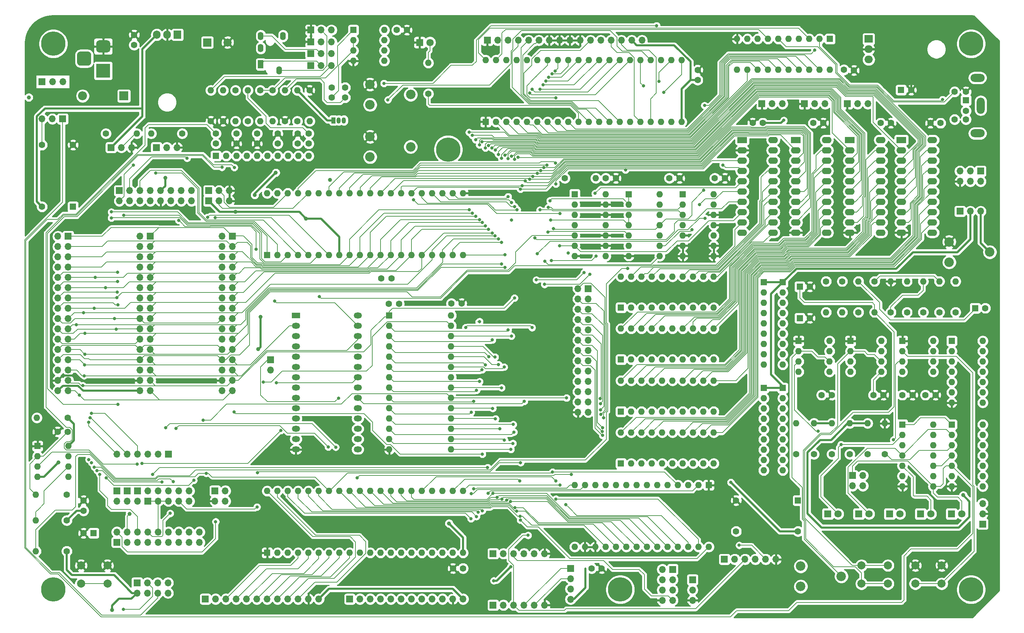
<source format=gbl>
G04 #@! TF.GenerationSoftware,KiCad,Pcbnew,(5.1.9)-1*
G04 #@! TF.CreationDate,2023-08-06T20:29:12+01:00*
G04 #@! TF.ProjectId,AT_65C02_Computer_Rev004,41545f36-3543-4303-925f-436f6d707574,Rev004*
G04 #@! TF.SameCoordinates,Original*
G04 #@! TF.FileFunction,Copper,L2,Bot*
G04 #@! TF.FilePolarity,Positive*
%FSLAX46Y46*%
G04 Gerber Fmt 4.6, Leading zero omitted, Abs format (unit mm)*
G04 Created by KiCad (PCBNEW (5.1.9)-1) date 2023-08-06 20:29:12*
%MOMM*%
%LPD*%
G01*
G04 APERTURE LIST*
G04 #@! TA.AperFunction,ComponentPad*
%ADD10R,1.600000X1.600000*%
G04 #@! TD*
G04 #@! TA.AperFunction,ComponentPad*
%ADD11O,1.600000X1.600000*%
G04 #@! TD*
G04 #@! TA.AperFunction,ComponentPad*
%ADD12O,2.000000X1.440000*%
G04 #@! TD*
G04 #@! TA.AperFunction,ComponentPad*
%ADD13R,2.000000X1.440000*%
G04 #@! TD*
G04 #@! TA.AperFunction,ComponentPad*
%ADD14R,1.700000X1.700000*%
G04 #@! TD*
G04 #@! TA.AperFunction,ComponentPad*
%ADD15O,1.700000X1.700000*%
G04 #@! TD*
G04 #@! TA.AperFunction,ComponentPad*
%ADD16C,6.000000*%
G04 #@! TD*
G04 #@! TA.AperFunction,ComponentPad*
%ADD17C,1.600000*%
G04 #@! TD*
G04 #@! TA.AperFunction,ComponentPad*
%ADD18C,2.000000*%
G04 #@! TD*
G04 #@! TA.AperFunction,ComponentPad*
%ADD19C,2.340000*%
G04 #@! TD*
G04 #@! TA.AperFunction,ComponentPad*
%ADD20R,2.000000X1.905000*%
G04 #@! TD*
G04 #@! TA.AperFunction,ComponentPad*
%ADD21O,2.000000X1.905000*%
G04 #@! TD*
G04 #@! TA.AperFunction,ComponentPad*
%ADD22C,1.800000*%
G04 #@! TD*
G04 #@! TA.AperFunction,ComponentPad*
%ADD23R,1.800000X1.800000*%
G04 #@! TD*
G04 #@! TA.AperFunction,ComponentPad*
%ADD24O,2.000000X4.000000*%
G04 #@! TD*
G04 #@! TA.AperFunction,ComponentPad*
%ADD25O,3.500000X2.000000*%
G04 #@! TD*
G04 #@! TA.AperFunction,ComponentPad*
%ADD26O,1.905000X2.000000*%
G04 #@! TD*
G04 #@! TA.AperFunction,ComponentPad*
%ADD27R,1.905000X2.000000*%
G04 #@! TD*
G04 #@! TA.AperFunction,ComponentPad*
%ADD28R,2.200000X2.200000*%
G04 #@! TD*
G04 #@! TA.AperFunction,ComponentPad*
%ADD29O,2.200000X2.200000*%
G04 #@! TD*
G04 #@! TA.AperFunction,ComponentPad*
%ADD30R,3.500000X3.500000*%
G04 #@! TD*
G04 #@! TA.AperFunction,ComponentPad*
%ADD31R,2.000000X2.000000*%
G04 #@! TD*
G04 #@! TA.AperFunction,ComponentPad*
%ADD32O,1.400000X2.000000*%
G04 #@! TD*
G04 #@! TA.AperFunction,ComponentPad*
%ADD33R,1.400000X2.000000*%
G04 #@! TD*
G04 #@! TA.AperFunction,ComponentPad*
%ADD34O,1.050000X1.500000*%
G04 #@! TD*
G04 #@! TA.AperFunction,ComponentPad*
%ADD35R,1.050000X1.500000*%
G04 #@! TD*
G04 #@! TA.AperFunction,ComponentPad*
%ADD36O,2.400000X1.600000*%
G04 #@! TD*
G04 #@! TA.AperFunction,ComponentPad*
%ADD37R,2.400000X1.600000*%
G04 #@! TD*
G04 #@! TA.AperFunction,ViaPad*
%ADD38C,0.800000*%
G04 #@! TD*
G04 #@! TA.AperFunction,ViaPad*
%ADD39C,1.000000*%
G04 #@! TD*
G04 #@! TA.AperFunction,Conductor*
%ADD40C,0.508000*%
G04 #@! TD*
G04 #@! TA.AperFunction,Conductor*
%ADD41C,0.152400*%
G04 #@! TD*
G04 #@! TA.AperFunction,Conductor*
%ADD42C,0.254000*%
G04 #@! TD*
G04 #@! TA.AperFunction,Conductor*
%ADD43C,0.100000*%
G04 #@! TD*
G04 APERTURE END LIST*
D10*
X227645000Y-106730000D03*
D11*
X235265000Y-121970000D03*
X227645000Y-109270000D03*
X235265000Y-119430000D03*
X227645000Y-111810000D03*
X235265000Y-116890000D03*
X227645000Y-114350000D03*
X235265000Y-114350000D03*
X227645000Y-116890000D03*
X235265000Y-111810000D03*
X227645000Y-119430000D03*
X235265000Y-109270000D03*
X227645000Y-121970000D03*
X235265000Y-106730000D03*
D12*
X174205000Y-169660000D03*
X158965000Y-169660000D03*
X174205000Y-167120000D03*
X158965000Y-167120000D03*
X174205000Y-164580000D03*
X158965000Y-164580000D03*
X174205000Y-162040000D03*
X158965000Y-162040000D03*
X174205000Y-159500000D03*
X158965000Y-159500000D03*
X174205000Y-156960000D03*
X158965000Y-156960000D03*
X174205000Y-154420000D03*
X158965000Y-154420000D03*
X174205000Y-151880000D03*
X158965000Y-151880000D03*
X174205000Y-149340000D03*
X158965000Y-149340000D03*
X174205000Y-146800000D03*
X158965000Y-146800000D03*
X174205000Y-144260000D03*
X158965000Y-144260000D03*
X174205000Y-141720000D03*
X158965000Y-141720000D03*
X174205000Y-139180000D03*
X158965000Y-139180000D03*
X174205000Y-136640000D03*
D13*
X158965000Y-136640000D03*
D14*
X114890000Y-192580000D03*
D15*
X114890000Y-190040000D03*
X117430000Y-192580000D03*
X117430000Y-190040000D03*
X119970000Y-192580000D03*
X119970000Y-190040000D03*
X122510000Y-192580000D03*
X122510000Y-190040000D03*
X125050000Y-192580000D03*
X125050000Y-190040000D03*
X127590000Y-192580000D03*
X127590000Y-190040000D03*
X130130000Y-192580000D03*
X130130000Y-190040000D03*
X132670000Y-192580000D03*
X132670000Y-190040000D03*
X135210000Y-192580000D03*
X135210000Y-190040000D03*
D16*
X196490000Y-95700000D03*
X238865000Y-204210000D03*
D17*
X119145000Y-69915000D03*
X119145000Y-67415000D03*
D18*
X112565000Y-198275000D03*
X112565000Y-202775000D03*
X106065000Y-198275000D03*
X106065000Y-202775000D03*
X318044000Y-198275000D03*
X318044000Y-202775000D03*
X311544000Y-198275000D03*
X311544000Y-202775000D03*
X304804000Y-198275000D03*
X304804000Y-202775000D03*
X298304000Y-198275000D03*
X298304000Y-202775000D03*
D15*
X299855000Y-84410000D03*
X297315000Y-84410000D03*
D14*
X294775000Y-84410000D03*
D15*
X289335000Y-84410000D03*
X286795000Y-84410000D03*
D14*
X284255000Y-84410000D03*
D15*
X278815000Y-84410000D03*
X276275000Y-84410000D03*
D14*
X273735000Y-84410000D03*
D11*
X239045000Y-139876666D03*
X261905000Y-147496666D03*
X241585000Y-139876666D03*
X259365000Y-147496666D03*
X244125000Y-139876666D03*
X256825000Y-147496666D03*
X246665000Y-139876666D03*
X254285000Y-147496666D03*
X249205000Y-139876666D03*
X251745000Y-147496666D03*
X251745000Y-139876666D03*
X249205000Y-147496666D03*
X254285000Y-139876666D03*
X246665000Y-147496666D03*
X256825000Y-139876666D03*
X244125000Y-147496666D03*
X259365000Y-139876666D03*
X241585000Y-147496666D03*
X261905000Y-139876666D03*
D10*
X239045000Y-147496666D03*
D11*
X239045000Y-127060000D03*
X261905000Y-134680000D03*
X241585000Y-127060000D03*
X259365000Y-134680000D03*
X244125000Y-127060000D03*
X256825000Y-134680000D03*
X246665000Y-127060000D03*
X254285000Y-134680000D03*
X249205000Y-127060000D03*
X251745000Y-134680000D03*
X251745000Y-127060000D03*
X249205000Y-134680000D03*
X254285000Y-127060000D03*
X246665000Y-134680000D03*
X256825000Y-127060000D03*
X244125000Y-134680000D03*
X259365000Y-127060000D03*
X241585000Y-134680000D03*
X261905000Y-127060000D03*
D10*
X239045000Y-134680000D03*
D11*
X239045000Y-152693332D03*
X261905000Y-160313332D03*
X241585000Y-152693332D03*
X259365000Y-160313332D03*
X244125000Y-152693332D03*
X256825000Y-160313332D03*
X246665000Y-152693332D03*
X254285000Y-160313332D03*
X249205000Y-152693332D03*
X251745000Y-160313332D03*
X251745000Y-152693332D03*
X249205000Y-160313332D03*
X254285000Y-152693332D03*
X246665000Y-160313332D03*
X256825000Y-152693332D03*
X244125000Y-160313332D03*
X259365000Y-152693332D03*
X241585000Y-160313332D03*
X261905000Y-152693332D03*
D10*
X239045000Y-160313332D03*
D11*
X239045000Y-165510000D03*
X261905000Y-173130000D03*
X241585000Y-165510000D03*
X259365000Y-173130000D03*
X244125000Y-165510000D03*
X256825000Y-173130000D03*
X246665000Y-165510000D03*
X254285000Y-173130000D03*
X249205000Y-165510000D03*
X251745000Y-173130000D03*
X251745000Y-165510000D03*
X249205000Y-173130000D03*
X254285000Y-165510000D03*
X246665000Y-173130000D03*
X256825000Y-165510000D03*
X244125000Y-173130000D03*
X259365000Y-165510000D03*
X241585000Y-173130000D03*
X261905000Y-165510000D03*
D10*
X239045000Y-173130000D03*
D19*
X319885000Y-118480000D03*
X329885000Y-120980000D03*
X319885000Y-123480000D03*
D15*
X220255000Y-208060000D03*
X217715000Y-208060000D03*
X215175000Y-208060000D03*
X212635000Y-208060000D03*
X210095000Y-208060000D03*
D14*
X207555000Y-208060000D03*
X207555000Y-195360000D03*
D15*
X210095000Y-195360000D03*
X212635000Y-195360000D03*
X215175000Y-195360000D03*
X217715000Y-195360000D03*
X220255000Y-195360000D03*
X249245000Y-206870000D03*
X251785000Y-206870000D03*
X249245000Y-204330000D03*
X251785000Y-204330000D03*
X249245000Y-201790000D03*
X251785000Y-201790000D03*
X249245000Y-199250000D03*
D14*
X251785000Y-199250000D03*
D20*
X300065000Y-68420000D03*
D21*
X300065000Y-70960000D03*
X300065000Y-73500000D03*
D10*
X151905000Y-195160000D03*
D11*
X200165000Y-179920000D03*
X154445000Y-195160000D03*
X197625000Y-179920000D03*
X156985000Y-195160000D03*
X195085000Y-179920000D03*
X159525000Y-195160000D03*
X192545000Y-179920000D03*
X162065000Y-195160000D03*
X190005000Y-179920000D03*
X164605000Y-195160000D03*
X187465000Y-179920000D03*
X167145000Y-195160000D03*
X184925000Y-179920000D03*
X169685000Y-195160000D03*
X182385000Y-179920000D03*
X172225000Y-195160000D03*
X179845000Y-179920000D03*
X174765000Y-195160000D03*
X177305000Y-179920000D03*
X177305000Y-195160000D03*
X174765000Y-179920000D03*
X179845000Y-195160000D03*
X172225000Y-179920000D03*
X182385000Y-195160000D03*
X169685000Y-179920000D03*
X184925000Y-195160000D03*
X167145000Y-179920000D03*
X187465000Y-195160000D03*
X164605000Y-179920000D03*
X190005000Y-195160000D03*
X162065000Y-179920000D03*
X192545000Y-195160000D03*
X159525000Y-179920000D03*
X195085000Y-195160000D03*
X156985000Y-179920000D03*
X197625000Y-195160000D03*
X154445000Y-179920000D03*
X200165000Y-195160000D03*
X151905000Y-179920000D03*
D10*
X260665000Y-178460000D03*
D11*
X227645000Y-193700000D03*
X258125000Y-178460000D03*
X230185000Y-193700000D03*
X255585000Y-178460000D03*
X232725000Y-193700000D03*
X253045000Y-178460000D03*
X235265000Y-193700000D03*
X250505000Y-178460000D03*
X237805000Y-193700000D03*
X247965000Y-178460000D03*
X240345000Y-193700000D03*
X245425000Y-178460000D03*
X242885000Y-193700000D03*
X242885000Y-178460000D03*
X245425000Y-193700000D03*
X240345000Y-178460000D03*
X247965000Y-193700000D03*
X237805000Y-178460000D03*
X250505000Y-193700000D03*
X235265000Y-178460000D03*
X253045000Y-193700000D03*
X232725000Y-178460000D03*
X255585000Y-193700000D03*
X230185000Y-178460000D03*
X258125000Y-193700000D03*
X227645000Y-178460000D03*
X260665000Y-193700000D03*
X151905000Y-106460000D03*
X200165000Y-121700000D03*
X154445000Y-106460000D03*
X197625000Y-121700000D03*
X156985000Y-106460000D03*
X195085000Y-121700000D03*
X159525000Y-106460000D03*
X192545000Y-121700000D03*
X162065000Y-106460000D03*
X190005000Y-121700000D03*
X164605000Y-106460000D03*
X187465000Y-121700000D03*
X167145000Y-106460000D03*
X184925000Y-121700000D03*
X169685000Y-106460000D03*
X182385000Y-121700000D03*
X172225000Y-106460000D03*
X179845000Y-121700000D03*
X174765000Y-106460000D03*
X177305000Y-121700000D03*
X177305000Y-106460000D03*
X174765000Y-121700000D03*
X179845000Y-106460000D03*
X172225000Y-121700000D03*
X182385000Y-106460000D03*
X169685000Y-121700000D03*
X184925000Y-106460000D03*
X167145000Y-121700000D03*
X187465000Y-106460000D03*
X164605000Y-121700000D03*
X190005000Y-106460000D03*
X162065000Y-121700000D03*
X192545000Y-106460000D03*
X159525000Y-121700000D03*
X195085000Y-106460000D03*
X156985000Y-121700000D03*
X197625000Y-106460000D03*
X154445000Y-121700000D03*
X200165000Y-106460000D03*
D10*
X151905000Y-121700000D03*
X205725000Y-88860000D03*
D11*
X253985000Y-73620000D03*
X208265000Y-88860000D03*
X251445000Y-73620000D03*
X210805000Y-88860000D03*
X248905000Y-73620000D03*
X213345000Y-88860000D03*
X246365000Y-73620000D03*
X215885000Y-88860000D03*
X243825000Y-73620000D03*
X218425000Y-88860000D03*
X241285000Y-73620000D03*
X220965000Y-88860000D03*
X238745000Y-73620000D03*
X223505000Y-88860000D03*
X236205000Y-73620000D03*
X226045000Y-88860000D03*
X233665000Y-73620000D03*
X228585000Y-88860000D03*
X231125000Y-73620000D03*
X231125000Y-88860000D03*
X228585000Y-73620000D03*
X233665000Y-88860000D03*
X226045000Y-73620000D03*
X236205000Y-88860000D03*
X223505000Y-73620000D03*
X238745000Y-88860000D03*
X220965000Y-73620000D03*
X241285000Y-88860000D03*
X218425000Y-73620000D03*
X243825000Y-88860000D03*
X215885000Y-73620000D03*
X246365000Y-88860000D03*
X213345000Y-73620000D03*
X248905000Y-88860000D03*
X210805000Y-73620000D03*
X251445000Y-88860000D03*
X208265000Y-73620000D03*
X253985000Y-88860000D03*
X205725000Y-73620000D03*
D22*
X192015000Y-69280000D03*
D23*
X189475000Y-69280000D03*
D17*
X234305000Y-198990000D03*
X231805000Y-198990000D03*
D15*
X277235000Y-196750000D03*
X274695000Y-196750000D03*
X272155000Y-196750000D03*
X269615000Y-196750000D03*
X267075000Y-196750000D03*
D14*
X264535000Y-196750000D03*
D19*
X177245000Y-79640000D03*
X187245000Y-82140000D03*
X177245000Y-84640000D03*
D10*
X290515000Y-68420000D03*
D11*
X267655000Y-76040000D03*
X287975000Y-68420000D03*
X270195000Y-76040000D03*
X285435000Y-68420000D03*
X272735000Y-76040000D03*
X282895000Y-68420000D03*
X275275000Y-76040000D03*
X280355000Y-68420000D03*
X277815000Y-76040000D03*
X277815000Y-68420000D03*
X280355000Y-76040000D03*
X275275000Y-68420000D03*
X282895000Y-76040000D03*
X272735000Y-68420000D03*
X285435000Y-76040000D03*
X270195000Y-68420000D03*
X287975000Y-76040000D03*
X267655000Y-68420000D03*
X290515000Y-76040000D03*
D17*
X253485000Y-102760000D03*
X250985000Y-102760000D03*
D16*
X99225000Y-204210000D03*
X99225000Y-69590000D03*
X325285000Y-69590000D03*
X325285000Y-204210000D03*
D15*
X244225000Y-68760000D03*
X241685000Y-68760000D03*
X239145000Y-68760000D03*
X236605000Y-68760000D03*
X234065000Y-68760000D03*
X231525000Y-68760000D03*
X228985000Y-68760000D03*
X226445000Y-68760000D03*
X223905000Y-68760000D03*
X221365000Y-68760000D03*
X218825000Y-68760000D03*
X216285000Y-68760000D03*
X213745000Y-68760000D03*
X211205000Y-68760000D03*
X208665000Y-68760000D03*
D14*
X206125000Y-68760000D03*
D17*
X182497000Y-127502000D03*
X179997000Y-127502000D03*
X106655000Y-182270000D03*
X106655000Y-184770000D03*
X181895000Y-133710000D03*
X184395000Y-133710000D03*
X102815000Y-165290000D03*
X100315000Y-165290000D03*
X197275000Y-133670000D03*
X199775000Y-133670000D03*
X293955000Y-76040000D03*
X296455000Y-76170000D03*
D10*
X109155000Y-190310000D03*
D17*
X106655000Y-190310000D03*
X237785000Y-102760000D03*
X235285000Y-102760000D03*
X200165000Y-198990000D03*
X197665000Y-198990000D03*
X257935000Y-78560000D03*
X257935000Y-76060000D03*
X264655000Y-102760000D03*
X262155000Y-102760000D03*
D14*
X102905000Y-117110000D03*
D15*
X100365000Y-117110000D03*
X102905000Y-119650000D03*
X100365000Y-119650000D03*
X102905000Y-122190000D03*
X100365000Y-122190000D03*
X102905000Y-124730000D03*
X100365000Y-124730000D03*
X102905000Y-127270000D03*
X100365000Y-127270000D03*
X102905000Y-129810000D03*
X100365000Y-129810000D03*
X102905000Y-132350000D03*
X100365000Y-132350000D03*
X102905000Y-134890000D03*
X100365000Y-134890000D03*
X102905000Y-137430000D03*
X100365000Y-137430000D03*
X102905000Y-139970000D03*
X100365000Y-139970000D03*
X102905000Y-142510000D03*
X100365000Y-142510000D03*
X102905000Y-145050000D03*
X100365000Y-145050000D03*
X102905000Y-147590000D03*
X100365000Y-147590000D03*
X102905000Y-150130000D03*
X100365000Y-150130000D03*
X102905000Y-152670000D03*
X100365000Y-152670000D03*
X102905000Y-155210000D03*
X100365000Y-155210000D03*
D24*
X327665000Y-84860000D03*
D17*
X321215000Y-88260000D03*
X321215000Y-81460000D03*
X324015000Y-88260000D03*
X324015000Y-81460000D03*
X324015000Y-86160000D03*
D10*
X324015000Y-83560000D03*
D25*
X326865000Y-78010000D03*
X326865000Y-91710000D03*
D11*
X119784000Y-91740000D03*
D17*
X112164000Y-91740000D03*
X130960000Y-91740000D03*
D11*
X123340000Y-91740000D03*
D17*
X102535000Y-180830000D03*
D11*
X94915000Y-180830000D03*
D17*
X102795000Y-161860000D03*
D11*
X95175000Y-161860000D03*
X94925000Y-187180000D03*
D17*
X102545000Y-187180000D03*
D11*
X94925000Y-194760000D03*
D17*
X102545000Y-194760000D03*
D10*
X181985000Y-136640000D03*
D11*
X197225000Y-169660000D03*
X181985000Y-139180000D03*
X197225000Y-167120000D03*
X181985000Y-141720000D03*
X197225000Y-164580000D03*
X181985000Y-144260000D03*
X197225000Y-162040000D03*
X181985000Y-146800000D03*
X197225000Y-159500000D03*
X181985000Y-149340000D03*
X197225000Y-156960000D03*
X181985000Y-151880000D03*
X197225000Y-154420000D03*
X181985000Y-154420000D03*
X197225000Y-151880000D03*
X181985000Y-156960000D03*
X197225000Y-149340000D03*
X181985000Y-159500000D03*
X197225000Y-146800000D03*
X181985000Y-162040000D03*
X197225000Y-144260000D03*
X181985000Y-164580000D03*
X197225000Y-141720000D03*
X181985000Y-167120000D03*
X197225000Y-139180000D03*
X181985000Y-169660000D03*
X197225000Y-136640000D03*
X248585000Y-106730000D03*
X240965000Y-121970000D03*
X248585000Y-109270000D03*
X240965000Y-119430000D03*
X248585000Y-111810000D03*
X240965000Y-116890000D03*
X248585000Y-114350000D03*
X240965000Y-114350000D03*
X248585000Y-116890000D03*
X240965000Y-111810000D03*
X248585000Y-119430000D03*
X240965000Y-109270000D03*
X248585000Y-121970000D03*
D10*
X240965000Y-106730000D03*
D11*
X261905000Y-106730000D03*
X254285000Y-121970000D03*
X261905000Y-109270000D03*
X254285000Y-119430000D03*
X261905000Y-111810000D03*
X254285000Y-116890000D03*
X261905000Y-114350000D03*
X254285000Y-114350000D03*
X261905000Y-116890000D03*
X254285000Y-111810000D03*
X261905000Y-119430000D03*
X254285000Y-109270000D03*
X261905000Y-121970000D03*
D10*
X254285000Y-106730000D03*
X95345000Y-168820000D03*
D11*
X102965000Y-176440000D03*
X95345000Y-171360000D03*
X102965000Y-173900000D03*
X95345000Y-173900000D03*
X102965000Y-171360000D03*
X95345000Y-176440000D03*
X102965000Y-168820000D03*
D10*
X104075000Y-109810000D03*
D17*
X96455000Y-109810000D03*
X96455000Y-94570000D03*
X104075000Y-94570000D03*
D10*
X282655000Y-182240000D03*
D17*
X282655000Y-189860000D03*
X267415000Y-189860000D03*
X267415000Y-182240000D03*
D14*
X101535000Y-88140000D03*
D15*
X98995000Y-88140000D03*
X96455000Y-88140000D03*
X322555000Y-103550000D03*
X322555000Y-101010000D03*
X325095000Y-103550000D03*
X325095000Y-101010000D03*
X327635000Y-103550000D03*
D14*
X327635000Y-101010000D03*
D11*
X315989000Y-142895000D03*
X308369000Y-150515000D03*
X315989000Y-145435000D03*
X308369000Y-147975000D03*
X315989000Y-147975000D03*
X308369000Y-145435000D03*
X315989000Y-150515000D03*
D10*
X308369000Y-142895000D03*
D22*
X323014000Y-185565000D03*
D23*
X320474000Y-185565000D03*
D22*
X315394000Y-185565000D03*
D23*
X312854000Y-185565000D03*
D22*
X300154000Y-185565000D03*
D23*
X297614000Y-185565000D03*
D22*
X307774000Y-185565000D03*
D23*
X305234000Y-185565000D03*
D22*
X292534000Y-185565000D03*
D23*
X289994000Y-185565000D03*
D19*
X283319000Y-203455000D03*
X293319000Y-200955000D03*
X283319000Y-198455000D03*
D11*
X299774000Y-163215000D03*
D17*
X299774000Y-170835000D03*
D10*
X283079000Y-137270000D03*
D17*
X285579000Y-137270000D03*
X285579000Y-129515000D03*
D10*
X283079000Y-129515000D03*
D17*
X289574000Y-128205000D03*
D11*
X289574000Y-135825000D03*
X293559000Y-135825000D03*
D17*
X293559000Y-128205000D03*
D11*
X282214000Y-163215000D03*
D17*
X282214000Y-170835000D03*
X309499000Y-135825000D03*
D11*
X309499000Y-128205000D03*
D17*
X321454000Y-135825000D03*
D11*
X321454000Y-128205000D03*
X295384000Y-163215000D03*
D17*
X295384000Y-170835000D03*
D11*
X317469000Y-128205000D03*
D17*
X317469000Y-135825000D03*
X301529000Y-128205000D03*
D11*
X301529000Y-135825000D03*
D17*
X297544000Y-135825000D03*
D11*
X297544000Y-128205000D03*
X286604000Y-163215000D03*
D17*
X286604000Y-170835000D03*
X313484000Y-135825000D03*
D11*
X313484000Y-128205000D03*
D17*
X305514000Y-135825000D03*
D11*
X305514000Y-128205000D03*
X290994000Y-163215000D03*
D17*
X290994000Y-170835000D03*
D10*
X320519000Y-163525000D03*
D11*
X328139000Y-178765000D03*
X320519000Y-166065000D03*
X328139000Y-176225000D03*
X320519000Y-168605000D03*
X328139000Y-173685000D03*
X320519000Y-171145000D03*
X328139000Y-171145000D03*
X320519000Y-173685000D03*
X328139000Y-168605000D03*
X320519000Y-176225000D03*
X328139000Y-166065000D03*
X320519000Y-178765000D03*
X328139000Y-163525000D03*
D10*
X282809000Y-142895000D03*
D11*
X290429000Y-150515000D03*
X282809000Y-145435000D03*
X290429000Y-147975000D03*
X282809000Y-147975000D03*
X290429000Y-145435000D03*
X282809000Y-150515000D03*
X290429000Y-142895000D03*
X315989000Y-163525000D03*
X308369000Y-178765000D03*
X315989000Y-166065000D03*
X308369000Y-176225000D03*
X315989000Y-168605000D03*
X308369000Y-173685000D03*
X315989000Y-171145000D03*
X308369000Y-171145000D03*
X315989000Y-173685000D03*
X308369000Y-168605000D03*
X315989000Y-176225000D03*
X308369000Y-166065000D03*
X315989000Y-178765000D03*
D10*
X308369000Y-163525000D03*
X320519000Y-142895000D03*
D11*
X328139000Y-158135000D03*
X320519000Y-145435000D03*
X328139000Y-155595000D03*
X320519000Y-147975000D03*
X328139000Y-153055000D03*
X320519000Y-150515000D03*
X328139000Y-150515000D03*
X320519000Y-153055000D03*
X328139000Y-147975000D03*
X320519000Y-155595000D03*
X328139000Y-145435000D03*
X320519000Y-158135000D03*
X328139000Y-142895000D03*
X303209000Y-142895000D03*
X295589000Y-150515000D03*
X303209000Y-145435000D03*
X295589000Y-147975000D03*
X303209000Y-147975000D03*
X295589000Y-145435000D03*
X303209000Y-150515000D03*
D10*
X295589000Y-142895000D03*
D17*
X304029000Y-170835000D03*
D11*
X304029000Y-163215000D03*
D10*
X326289000Y-134810000D03*
D17*
X328789000Y-134810000D03*
D11*
X278898000Y-148755000D03*
X278898000Y-146215000D03*
X278898000Y-143675000D03*
X278898000Y-141135000D03*
X278898000Y-138595000D03*
X278898000Y-136055000D03*
X278898000Y-133515000D03*
X278898000Y-130975000D03*
D10*
X278898000Y-128435000D03*
D11*
X274198000Y-148775000D03*
X274198000Y-146235000D03*
X274198000Y-143695000D03*
X274198000Y-141155000D03*
X274198000Y-138615000D03*
X274198000Y-136075000D03*
X274198000Y-133535000D03*
X274198000Y-130995000D03*
D10*
X274198000Y-128455000D03*
X278898000Y-154515000D03*
D11*
X278898000Y-157055000D03*
X278898000Y-159595000D03*
X278898000Y-162135000D03*
X278898000Y-164675000D03*
X278898000Y-167215000D03*
X278898000Y-169755000D03*
X278898000Y-172295000D03*
X278898000Y-174835000D03*
D10*
X274198000Y-154515000D03*
D11*
X274198000Y-157055000D03*
X274198000Y-159595000D03*
X274198000Y-162135000D03*
X274198000Y-164675000D03*
X274198000Y-167215000D03*
X274198000Y-169755000D03*
X274198000Y-172295000D03*
X274198000Y-174835000D03*
D15*
X101560000Y-78960000D03*
X99020000Y-78960000D03*
D14*
X96455000Y-78960000D03*
D26*
X124725000Y-67375000D03*
X127265000Y-67375000D03*
D27*
X129805000Y-67375000D03*
D28*
X116605000Y-82470000D03*
D29*
X106445000Y-82470000D03*
D30*
X111525000Y-76265000D03*
G04 #@! TA.AperFunction,ComponentPad*
G36*
G01*
X110525000Y-68765000D02*
X112525000Y-68765000D01*
G75*
G02*
X113275000Y-69515000I0J-750000D01*
G01*
X113275000Y-71015000D01*
G75*
G02*
X112525000Y-71765000I-750000J0D01*
G01*
X110525000Y-71765000D01*
G75*
G02*
X109775000Y-71015000I0J750000D01*
G01*
X109775000Y-69515000D01*
G75*
G02*
X110525000Y-68765000I750000J0D01*
G01*
G37*
G04 #@! TD.AperFunction*
G04 #@! TA.AperFunction,ComponentPad*
G36*
G01*
X105950000Y-71515000D02*
X107700000Y-71515000D01*
G75*
G02*
X108575000Y-72390000I0J-875000D01*
G01*
X108575000Y-74140000D01*
G75*
G02*
X107700000Y-75015000I-875000J0D01*
G01*
X105950000Y-75015000D01*
G75*
G02*
X105075000Y-74140000I0J875000D01*
G01*
X105075000Y-72390000D01*
G75*
G02*
X105950000Y-71515000I875000J0D01*
G01*
G37*
G04 #@! TD.AperFunction*
D11*
X191595000Y-74330000D03*
D17*
X191595000Y-81950000D03*
D10*
X308035000Y-81000000D03*
D17*
X310535000Y-81000000D03*
X225225000Y-102760000D03*
D11*
X232845000Y-102760000D03*
D14*
X296075000Y-176100000D03*
D15*
X296075000Y-178640000D03*
X298615000Y-176100000D03*
X298615000Y-178640000D03*
D31*
X137155000Y-69280000D03*
D18*
X142155000Y-69280000D03*
D17*
X288469000Y-156230000D03*
X290969000Y-156230000D03*
X316529000Y-156230000D03*
X314029000Y-156230000D03*
X308369000Y-156230000D03*
X310869000Y-156230000D03*
X303709000Y-156230000D03*
X301209000Y-156230000D03*
X271482000Y-89170000D03*
X273982000Y-89170000D03*
X286395000Y-89170000D03*
X288895000Y-89170000D03*
X305535000Y-89170000D03*
X303035000Y-89170000D03*
X317768000Y-89170000D03*
X315268000Y-89170000D03*
X139262000Y-94240000D03*
X139262000Y-91740000D03*
X144342000Y-91740000D03*
X144342000Y-94240000D03*
X149422000Y-94240000D03*
X149422000Y-91740000D03*
X154502000Y-94240000D03*
X154502000Y-91740000D03*
X159382000Y-91740000D03*
X159382000Y-94240000D03*
X162122000Y-91740000D03*
X162122000Y-94240000D03*
X171125000Y-82890000D03*
X171125000Y-80390000D03*
X167815000Y-82890000D03*
X167815000Y-80390000D03*
X186315000Y-66220000D03*
X183815000Y-66220000D03*
D32*
X155810000Y-67680000D03*
X154810000Y-76180000D03*
D33*
X150310000Y-74680000D03*
D32*
X150310000Y-70680000D03*
X150310000Y-67680000D03*
D15*
X167725000Y-74980000D03*
X165185000Y-74980000D03*
D14*
X162645000Y-74980000D03*
X162645000Y-72060000D03*
D15*
X165185000Y-72060000D03*
X167725000Y-72060000D03*
X167725000Y-69140000D03*
X165185000Y-69140000D03*
D14*
X162645000Y-69140000D03*
X162645000Y-66220000D03*
D15*
X165185000Y-66220000D03*
X167725000Y-66220000D03*
D34*
X169525000Y-88500000D03*
X170795000Y-88500000D03*
D35*
X168255000Y-88500000D03*
D17*
X147152500Y-88700000D03*
D11*
X147152500Y-81080000D03*
D17*
X156272500Y-88700000D03*
D11*
X156272500Y-81080000D03*
X138032500Y-81080000D03*
D17*
X138032500Y-88700000D03*
D11*
X162352500Y-88700000D03*
D17*
X162352500Y-81080000D03*
X141072500Y-88700000D03*
D11*
X141072500Y-81080000D03*
X144112500Y-88700000D03*
D17*
X144112500Y-81080000D03*
D11*
X159312500Y-81080000D03*
D17*
X159312500Y-88700000D03*
D11*
X153232500Y-88700000D03*
D17*
X153232500Y-81080000D03*
D11*
X150192500Y-88700000D03*
D17*
X150192500Y-81080000D03*
D10*
X173135000Y-66220000D03*
D11*
X180755000Y-73840000D03*
X173135000Y-68760000D03*
X180755000Y-71300000D03*
X173135000Y-71300000D03*
X180755000Y-68760000D03*
X173135000Y-73840000D03*
X180755000Y-66220000D03*
D10*
X139262000Y-97280000D03*
D11*
X141802000Y-97280000D03*
X144342000Y-97280000D03*
X146882000Y-97280000D03*
X149422000Y-97280000D03*
X151962000Y-97280000D03*
X154502000Y-97280000D03*
X157042000Y-97280000D03*
X159582000Y-97280000D03*
X162122000Y-97280000D03*
D14*
X113449000Y-95190000D03*
D15*
X115989000Y-95190000D03*
X118529000Y-95190000D03*
X129705000Y-95190000D03*
X127165000Y-95190000D03*
D14*
X124625000Y-95190000D03*
X123112500Y-117110000D03*
D15*
X120572500Y-117110000D03*
X123112500Y-119650000D03*
X120572500Y-119650000D03*
X123112500Y-122190000D03*
X120572500Y-122190000D03*
X123112500Y-124730000D03*
X120572500Y-124730000D03*
X123112500Y-127270000D03*
X120572500Y-127270000D03*
X123112500Y-129810000D03*
X120572500Y-129810000D03*
X123112500Y-132350000D03*
X120572500Y-132350000D03*
X123112500Y-134890000D03*
X120572500Y-134890000D03*
X123112500Y-137430000D03*
X120572500Y-137430000D03*
X123112500Y-139970000D03*
X120572500Y-139970000D03*
X123112500Y-142510000D03*
X120572500Y-142510000D03*
X123112500Y-145050000D03*
X120572500Y-145050000D03*
X123112500Y-147590000D03*
X120572500Y-147590000D03*
X123112500Y-150130000D03*
X120572500Y-150130000D03*
X123112500Y-152670000D03*
X120572500Y-152670000D03*
X123112500Y-155210000D03*
X120572500Y-155210000D03*
X140780001Y-155210000D03*
X143320001Y-155210000D03*
X140780001Y-152670000D03*
X143320001Y-152670000D03*
X140780001Y-150130000D03*
X143320001Y-150130000D03*
X140780001Y-147590000D03*
X143320001Y-147590000D03*
X140780001Y-145050000D03*
X143320001Y-145050000D03*
X140780001Y-142510000D03*
X143320001Y-142510000D03*
X140780001Y-139970000D03*
X143320001Y-139970000D03*
X140780001Y-137430000D03*
X143320001Y-137430000D03*
X140780001Y-134890000D03*
X143320001Y-134890000D03*
X140780001Y-132350000D03*
X143320001Y-132350000D03*
X140780001Y-129810000D03*
X143320001Y-129810000D03*
X140780001Y-127270000D03*
X143320001Y-127270000D03*
X140780001Y-124730000D03*
X143320001Y-124730000D03*
X140780001Y-122190000D03*
X143320001Y-122190000D03*
X140780001Y-119650000D03*
X143320001Y-119650000D03*
X140780001Y-117110000D03*
D14*
X143320001Y-117110000D03*
X322555000Y-110925000D03*
D15*
X325095000Y-110925000D03*
X327635000Y-110925000D03*
D19*
X177245000Y-92525000D03*
X187245000Y-95025000D03*
X177245000Y-97525000D03*
D14*
X117430000Y-179880000D03*
D15*
X117430000Y-182420000D03*
D14*
X114890000Y-179880000D03*
D15*
X114890000Y-182420000D03*
X119970000Y-182420000D03*
D14*
X119970000Y-179880000D03*
X119855000Y-202550000D03*
D15*
X119855000Y-205090000D03*
X122395000Y-202550000D03*
X122395000Y-205090000D03*
X124935000Y-202550000D03*
X124935000Y-205090000D03*
X127475000Y-202550000D03*
X127475000Y-205090000D03*
D14*
X122510000Y-182420000D03*
D15*
X122510000Y-179880000D03*
X125050000Y-182420000D03*
X125050000Y-179880000D03*
X127590000Y-182420000D03*
X127590000Y-179880000D03*
X130130000Y-182420000D03*
X130130000Y-179880000D03*
X132670000Y-182420000D03*
X132670000Y-179880000D03*
X141595000Y-182420000D03*
X141595000Y-179880000D03*
X139055000Y-182420000D03*
D14*
X139055000Y-179880000D03*
X127590000Y-170820000D03*
D15*
X125050000Y-170820000D03*
X122510000Y-170820000D03*
X119970000Y-170820000D03*
X117430000Y-170820000D03*
X114890000Y-170820000D03*
D14*
X136665000Y-206560000D03*
D15*
X139205000Y-206560000D03*
X141745000Y-206560000D03*
X144285000Y-206560000D03*
X146825000Y-206560000D03*
X149365000Y-206560000D03*
X151905000Y-206560000D03*
X154445000Y-206560000D03*
X156985000Y-206560000D03*
X159525000Y-206560000D03*
X162065000Y-206560000D03*
X164605000Y-206560000D03*
D14*
X172225000Y-206560000D03*
D15*
X174765000Y-206560000D03*
X177305000Y-206560000D03*
X179845000Y-206560000D03*
X182385000Y-206560000D03*
X184925000Y-206560000D03*
X187465000Y-206560000D03*
X190005000Y-206560000D03*
X192545000Y-206560000D03*
X195085000Y-206560000D03*
X197625000Y-206560000D03*
X200165000Y-206560000D03*
X142595000Y-105825000D03*
X140055000Y-105825000D03*
D14*
X137515000Y-105825000D03*
X137515000Y-108365000D03*
D15*
X140055000Y-108365000D03*
X142595000Y-108365000D03*
D36*
X276522000Y-93333000D03*
X268902000Y-116193000D03*
X276522000Y-95873000D03*
X268902000Y-113653000D03*
X276522000Y-98413000D03*
X268902000Y-111113000D03*
X276522000Y-100953000D03*
X268902000Y-108573000D03*
X276522000Y-103493000D03*
X268902000Y-106033000D03*
X276522000Y-106033000D03*
X268902000Y-103493000D03*
X276522000Y-108573000D03*
X268902000Y-100953000D03*
X276522000Y-111113000D03*
X268902000Y-98413000D03*
X276522000Y-113653000D03*
X268902000Y-95873000D03*
X276522000Y-116193000D03*
D37*
X268902000Y-93333000D03*
X282108000Y-93333000D03*
D36*
X289728000Y-116193000D03*
X282108000Y-95873000D03*
X289728000Y-113653000D03*
X282108000Y-98413000D03*
X289728000Y-111113000D03*
X282108000Y-100953000D03*
X289728000Y-108573000D03*
X282108000Y-103493000D03*
X289728000Y-106033000D03*
X282108000Y-106033000D03*
X289728000Y-103493000D03*
X282108000Y-108573000D03*
X289728000Y-100953000D03*
X282108000Y-111113000D03*
X289728000Y-98413000D03*
X282108000Y-113653000D03*
X289728000Y-95873000D03*
X282108000Y-116193000D03*
X289728000Y-93333000D03*
D37*
X295415000Y-93333000D03*
D36*
X303035000Y-116193000D03*
X295415000Y-95873000D03*
X303035000Y-113653000D03*
X295415000Y-98413000D03*
X303035000Y-111113000D03*
X295415000Y-100953000D03*
X303035000Y-108573000D03*
X295415000Y-103493000D03*
X303035000Y-106033000D03*
X295415000Y-106033000D03*
X303035000Y-103493000D03*
X295415000Y-108573000D03*
X303035000Y-100953000D03*
X295415000Y-111113000D03*
X303035000Y-98413000D03*
X295415000Y-113653000D03*
X303035000Y-95873000D03*
X295415000Y-116193000D03*
X303035000Y-93333000D03*
X315728000Y-93333000D03*
X308108000Y-116193000D03*
X315728000Y-95873000D03*
X308108000Y-113653000D03*
X315728000Y-98413000D03*
X308108000Y-111113000D03*
X315728000Y-100953000D03*
X308108000Y-108573000D03*
X315728000Y-103493000D03*
X308108000Y-106033000D03*
X315728000Y-106033000D03*
X308108000Y-103493000D03*
X315728000Y-108573000D03*
X308108000Y-100953000D03*
X315728000Y-111113000D03*
X308108000Y-98413000D03*
X315728000Y-113653000D03*
X308108000Y-95873000D03*
X315728000Y-116193000D03*
D37*
X308108000Y-93333000D03*
D14*
X230985000Y-130010000D03*
D15*
X228445000Y-130010000D03*
X230985000Y-132550000D03*
X228445000Y-132550000D03*
X230985000Y-135090000D03*
X228445000Y-135090000D03*
X230985000Y-137630000D03*
X228445000Y-137630000D03*
X230985000Y-140170000D03*
X228445000Y-140170000D03*
X230985000Y-142710000D03*
X228445000Y-142710000D03*
X230985000Y-145250000D03*
X228445000Y-145250000D03*
X230985000Y-147790000D03*
X228445000Y-147790000D03*
X230985000Y-150330000D03*
X228445000Y-150330000D03*
X230985000Y-152870000D03*
X228445000Y-152870000D03*
X230985000Y-155410000D03*
X228445000Y-155410000D03*
X230985000Y-157950000D03*
X228445000Y-157950000D03*
X230985000Y-160490000D03*
X228445000Y-160490000D03*
D14*
X328139000Y-188065000D03*
D15*
X328139000Y-185525000D03*
X328139000Y-182985000D03*
D14*
X226640000Y-198990000D03*
D15*
X226640000Y-201530000D03*
X226640000Y-204070000D03*
X226640000Y-206610000D03*
D14*
X256665000Y-201790000D03*
D15*
X256665000Y-204330000D03*
X256665000Y-206870000D03*
D14*
X115492500Y-105825000D03*
D15*
X115492500Y-108365000D03*
X118032500Y-105825000D03*
X118032500Y-108365000D03*
X120572500Y-105825000D03*
X120572500Y-108365000D03*
X123112500Y-105825000D03*
X123112500Y-108365000D03*
X125652500Y-105825000D03*
X125652500Y-108365000D03*
X128192500Y-105825000D03*
X128192500Y-108365000D03*
X130732500Y-105825000D03*
X130732500Y-108365000D03*
X133272500Y-105825000D03*
X133272500Y-108365000D03*
D14*
X152740000Y-147590000D03*
D15*
X152740000Y-150130000D03*
D38*
X279165000Y-88480000D03*
X266103000Y-177794000D03*
D39*
X93195000Y-82840000D03*
X100490000Y-172900000D03*
X113690000Y-209275000D03*
X196690000Y-187925000D03*
X167390000Y-103200000D03*
X144140000Y-111075000D03*
X154040000Y-101400000D03*
X161465000Y-112725000D03*
X150290000Y-136925000D03*
X148840000Y-106900000D03*
X149715000Y-144950000D03*
D38*
X207715000Y-202050000D03*
X211890000Y-198625000D03*
D39*
X104985000Y-151700000D03*
X227555000Y-126100000D03*
X288765000Y-169125000D03*
X111640000Y-108300000D03*
X287040000Y-148975000D03*
X287015000Y-141850000D03*
X216540000Y-166025000D03*
X216940000Y-174200000D03*
X110090000Y-103350000D03*
X152674794Y-183815206D03*
X130090000Y-152650000D03*
X291815000Y-174850000D03*
D38*
X244565000Y-80020000D03*
X223015000Y-181900000D03*
X223015000Y-104200000D03*
X110690000Y-175850000D03*
X222956122Y-99054355D03*
X240165000Y-100750000D03*
X223015000Y-177400002D03*
X114315002Y-137425000D03*
X201645000Y-110590000D03*
X201645000Y-91440000D03*
X202143610Y-160520000D03*
X202143610Y-180528610D03*
X202106287Y-186736948D03*
X202455000Y-111390000D03*
X202455000Y-92199998D03*
X203440000Y-186200000D03*
X202772212Y-179407212D03*
X202771089Y-157791390D03*
X203245000Y-112160000D03*
X203245000Y-93290002D03*
X203907192Y-185125249D03*
X203482789Y-155075000D03*
X204218610Y-152920000D03*
X204218610Y-138110000D03*
X204218610Y-112980000D03*
X204172211Y-94542789D03*
X204890000Y-184762287D03*
X204811007Y-93753043D03*
X204845000Y-150009998D03*
X109575000Y-127270000D03*
X109330567Y-174034433D03*
X204867011Y-113677614D03*
X128740000Y-177625000D03*
X205645000Y-114570000D03*
X205655000Y-95300000D03*
X205645000Y-148820000D03*
X110015000Y-174875000D03*
X112105000Y-129810000D03*
X125990000Y-177650000D03*
X206455000Y-115390000D03*
X206455000Y-94710000D03*
X206485000Y-146790000D03*
X114865000Y-132250000D03*
X207235000Y-95340000D03*
X207379143Y-116285177D03*
X109336390Y-134890000D03*
X108665000Y-160750000D03*
X108665000Y-172925000D03*
X207365000Y-142650000D03*
X208045000Y-117000000D03*
X208065000Y-95840000D03*
X208045000Y-146880002D03*
X106695000Y-135930000D03*
X107967665Y-172150000D03*
X108272476Y-161875000D03*
X208845000Y-117770000D03*
X208845000Y-96890000D03*
X208887341Y-148734392D03*
X107967665Y-162925000D03*
X104873601Y-138891399D03*
X209645000Y-118580000D03*
X209645000Y-154450000D03*
X209625000Y-97820000D03*
X209601311Y-123921390D03*
X106995000Y-141050000D03*
X210435000Y-97110000D03*
X210445000Y-121599998D03*
X210445000Y-124760004D03*
X106995000Y-146180000D03*
X210281579Y-149340000D03*
X211245000Y-140210000D03*
X211235000Y-97900000D03*
X211245000Y-107330000D03*
X106925000Y-148830000D03*
X212065000Y-97350000D03*
X212045000Y-141720000D03*
X212045000Y-113050000D03*
X212045000Y-108740000D03*
X106816768Y-151500000D03*
X106511957Y-153940000D03*
X212813280Y-132310000D03*
X212836390Y-109770000D03*
X212836390Y-98111120D03*
X213675000Y-97560000D03*
X105675000Y-156310000D03*
X204890000Y-170825002D03*
X213465000Y-110525000D03*
X143740000Y-160425000D03*
X220045000Y-100150000D03*
X222835000Y-76338610D03*
X212508043Y-163500000D03*
X214211390Y-186124761D03*
X222095000Y-77020000D03*
X219283712Y-100911344D03*
X212676389Y-165375379D03*
X213375759Y-184871079D03*
X218455000Y-101550000D03*
X221195000Y-77850000D03*
X212446957Y-168175000D03*
X212938769Y-184003021D03*
X220525000Y-78790000D03*
X217296197Y-102319076D03*
X211915000Y-169650000D03*
X211848276Y-182553211D03*
X219874999Y-79759999D03*
X115065000Y-125925000D03*
X216578845Y-103036428D03*
X210340000Y-167350000D03*
X210910628Y-182203355D03*
X219125000Y-80840000D03*
X115065000Y-128275000D03*
X215476157Y-103468970D03*
X209215000Y-164575000D03*
X209673673Y-181898544D03*
X217183610Y-80803084D03*
X114965000Y-130900000D03*
X214689737Y-104610407D03*
X208140000Y-162100000D03*
X208563112Y-181461380D03*
X216555000Y-81755497D03*
X214273610Y-105467102D03*
X207465000Y-159550000D03*
X115161806Y-133966829D03*
X207554029Y-180509099D03*
X248403610Y-78920000D03*
X220845000Y-99503440D03*
X214275861Y-187077856D03*
X217832789Y-117518610D03*
X200790000Y-139600000D03*
X112268039Y-176666296D03*
X214090000Y-177400000D03*
X217143566Y-139614968D03*
X133815000Y-177275000D03*
X114715000Y-139975000D03*
X222985000Y-82930000D03*
X259642390Y-84832610D03*
X286783800Y-71198800D03*
X264172390Y-99517610D03*
X222385000Y-115232789D03*
X259444834Y-105753610D03*
X222190000Y-175250000D03*
X136879705Y-175551415D03*
X318280000Y-83365000D03*
X258440000Y-109300000D03*
X214312854Y-172925000D03*
X149502624Y-175374095D03*
X128015000Y-185425000D03*
X259739998Y-112625000D03*
X218451768Y-121420261D03*
X215240000Y-157775000D03*
X169465000Y-157050000D03*
X223975000Y-119420000D03*
X223995000Y-111500000D03*
X187965000Y-108125000D03*
X226090000Y-121225000D03*
X225652023Y-156950000D03*
X232665000Y-106525000D03*
X136140000Y-162449998D03*
D39*
X118052500Y-185562500D03*
D38*
X225505000Y-183270000D03*
X223990000Y-178420000D03*
X249626390Y-81570000D03*
X216165000Y-190850000D03*
X268165000Y-193300000D03*
X240715000Y-125040000D03*
X293245000Y-168450000D03*
X287640000Y-165200000D03*
X306180000Y-167295000D03*
D39*
X126790000Y-102678957D03*
D38*
X118965000Y-99550000D03*
X164795000Y-131980000D03*
X132165000Y-97825009D03*
X113515000Y-112575000D03*
X137208758Y-112393760D03*
X139064998Y-112499991D03*
X116615000Y-111897520D03*
X113514998Y-111100000D03*
X116505002Y-209090000D03*
X124415000Y-101461776D03*
X149393610Y-183850000D03*
X155265000Y-164975000D03*
X121040000Y-173125000D03*
X143815000Y-100125000D03*
X119865000Y-173300000D03*
X181645000Y-83430000D03*
X206194286Y-174116883D03*
X206290000Y-180500000D03*
X123665000Y-175825000D03*
X180655000Y-79390000D03*
X247835000Y-65150000D03*
X140765000Y-100075000D03*
X115105000Y-158560000D03*
X168790000Y-169100000D03*
X126890000Y-164300000D03*
X226855000Y-175828610D03*
X166940000Y-169053610D03*
X174090000Y-176700000D03*
X129440002Y-164496390D03*
X234499491Y-166194719D03*
X234442260Y-165244028D03*
X234540000Y-164296645D03*
X233903232Y-157100000D03*
X233990000Y-158375002D03*
X234040000Y-159875000D03*
X234115000Y-161050000D03*
X234811390Y-161899992D03*
X139215000Y-187475000D03*
X154136390Y-153180000D03*
D39*
X323365000Y-180950000D03*
D38*
X153740000Y-133050000D03*
X149215000Y-120300000D03*
X130116604Y-113154731D03*
X221698911Y-113100000D03*
X221880633Y-123100000D03*
X232915000Y-122000000D03*
X221064994Y-116025000D03*
X219076312Y-110588697D03*
X218196670Y-127858108D03*
X229990000Y-126025000D03*
X231390000Y-126500000D03*
X256565001Y-115475000D03*
X220215000Y-128950000D03*
X220318610Y-123222810D03*
X221565000Y-108325000D03*
X221165000Y-109960087D03*
X150915000Y-153075000D03*
D40*
X253985000Y-88860000D02*
X253985000Y-80740000D01*
X256165000Y-78560000D02*
X257935000Y-78560000D01*
X253985000Y-80740000D02*
X256165000Y-78560000D01*
X324015000Y-88270000D02*
X324015000Y-88260000D01*
X278475000Y-89170000D02*
X279165000Y-88480000D01*
X273982000Y-89170000D02*
X278475000Y-89170000D01*
X282655000Y-189860000D02*
X278169000Y-189860000D01*
X278169000Y-189860000D02*
X266103000Y-177794000D01*
X256165000Y-74014526D02*
X256165000Y-78560000D01*
X252166875Y-70016401D02*
X256165000Y-74014526D01*
X242941401Y-70016401D02*
X252166875Y-70016401D01*
X241685000Y-68760000D02*
X242941401Y-70016401D01*
X106588483Y-155210000D02*
X120572500Y-155210000D01*
X105332082Y-153953599D02*
X106588483Y-155210000D01*
X101621401Y-153953599D02*
X105332082Y-153953599D01*
X100365000Y-155210000D02*
X101621401Y-153953599D01*
X166732500Y-88500000D02*
X168255000Y-88500000D01*
X159312500Y-81080000D02*
X166732500Y-88500000D01*
X121145401Y-70954599D02*
X124725000Y-67375000D01*
X121145401Y-87493599D02*
X121145401Y-70954599D01*
X113449000Y-95190000D02*
X121145401Y-87493599D01*
X97155526Y-85580000D02*
X121145401Y-85580000D01*
X121145401Y-85580000D02*
X121145401Y-87493599D01*
X95198599Y-87536927D02*
X97155526Y-85580000D01*
X95198599Y-108553599D02*
X95198599Y-87536927D01*
X96455000Y-109810000D02*
X95198599Y-108553599D01*
X118647000Y-205090000D02*
X119855000Y-205090000D01*
X114211000Y-200654000D02*
X118647000Y-205090000D01*
X103797000Y-200654000D02*
X114211000Y-200654000D01*
X102545000Y-199402000D02*
X103797000Y-200654000D01*
X102545000Y-194760000D02*
X102545000Y-199402000D01*
X104955000Y-184770000D02*
X102545000Y-187180000D01*
X106655000Y-184770000D02*
X104955000Y-184770000D01*
X95345000Y-176440000D02*
X96950000Y-176440000D01*
X96950000Y-176440000D02*
X100490000Y-172900000D01*
X100490000Y-172900000D02*
X100490000Y-172900000D01*
X104340000Y-167445000D02*
X102965000Y-168820000D01*
X104340000Y-163405000D02*
X104340000Y-167445000D01*
X102795000Y-161860000D02*
X104340000Y-163405000D01*
X118470000Y-206475000D02*
X119855000Y-205090000D01*
X115415000Y-206475000D02*
X118470000Y-206475000D01*
X113690000Y-208200000D02*
X115415000Y-206475000D01*
X113690000Y-209275000D02*
X113690000Y-208200000D01*
X164605000Y-206560000D02*
X167140000Y-204025000D01*
X197630000Y-204025000D02*
X200165000Y-206560000D01*
X167140000Y-204025000D02*
X197630000Y-204025000D01*
X140225000Y-111075000D02*
X144140000Y-111075000D01*
X137515000Y-108365000D02*
X140225000Y-111075000D01*
X144140000Y-111075000D02*
X159815000Y-111075000D01*
X159815000Y-111075000D02*
X161465000Y-112725000D01*
X165190000Y-112725000D02*
X161465000Y-112725000D01*
X169685000Y-117220000D02*
X165190000Y-112725000D01*
X169685000Y-121700000D02*
X169685000Y-117220000D01*
X200165000Y-191400000D02*
X196690000Y-187925000D01*
X200165000Y-195160000D02*
X200165000Y-191400000D01*
X154040000Y-101400000D02*
X148840000Y-106600000D01*
X148840000Y-106600000D02*
X148840000Y-106900000D01*
X150290000Y-136925000D02*
X150290000Y-144375000D01*
X150290000Y-144375000D02*
X149715000Y-144950000D01*
X208465000Y-202050000D02*
X211890000Y-198625000D01*
X207715000Y-202050000D02*
X208465000Y-202050000D01*
X104698599Y-151413599D02*
X104985000Y-151700000D01*
X101621401Y-151413599D02*
X104698599Y-151413599D01*
X100365000Y-152670000D02*
X101621401Y-151413599D01*
X151790000Y-193545000D02*
X151905000Y-193660000D01*
X300065000Y-70960000D02*
X303350000Y-70960000D01*
X310535000Y-78145000D02*
X310535000Y-81000000D01*
X303350000Y-70960000D02*
X310535000Y-78145000D01*
D41*
X112565000Y-202775000D02*
X106065000Y-202775000D01*
X95175000Y-180570000D02*
X94915000Y-180830000D01*
X94915000Y-180830000D02*
X93455000Y-179370000D01*
X93455000Y-173250000D02*
X95345000Y-171360000D01*
X93455000Y-179370000D02*
X93455000Y-173250000D01*
X96745000Y-171360000D02*
X102815000Y-165290000D01*
X95345000Y-171360000D02*
X96745000Y-171360000D01*
X228585000Y-86760000D02*
X228585000Y-88860000D01*
X226635000Y-84810000D02*
X228585000Y-86760000D01*
X191915000Y-84810000D02*
X226635000Y-84810000D01*
X191595000Y-84490000D02*
X191915000Y-84810000D01*
X191595000Y-81950000D02*
X191595000Y-84490000D01*
X243825000Y-79280000D02*
X244565000Y-80020000D01*
X243825000Y-73620000D02*
X243825000Y-79280000D01*
X248155000Y-181900000D02*
X223015000Y-181900000D01*
X258125000Y-191870000D02*
X248155000Y-181900000D01*
X258125000Y-193700000D02*
X258125000Y-191870000D01*
X139701400Y-138508601D02*
X140780001Y-137430000D01*
X121651101Y-138508601D02*
X139701400Y-138508601D01*
X120572500Y-137430000D02*
X121651101Y-138508601D01*
X118190000Y-184450000D02*
X119970000Y-186230000D01*
X113565000Y-184450000D02*
X118190000Y-184450000D01*
X112615000Y-183500000D02*
X113565000Y-184450000D01*
X119970000Y-186230000D02*
X119970000Y-190040000D01*
X112615000Y-181741330D02*
X112615000Y-183500000D01*
X110690000Y-179816330D02*
X112615000Y-181741330D01*
X110690000Y-175850000D02*
X110690000Y-179816330D01*
X226021257Y-100450000D02*
X239865000Y-100450000D01*
X223015000Y-103456257D02*
X226021257Y-100450000D01*
X239865000Y-100450000D02*
X240165000Y-100750000D01*
X223015000Y-104200000D02*
X223015000Y-103456257D01*
X259365000Y-100450000D02*
X240465000Y-100450000D01*
X240465000Y-100450000D02*
X240165000Y-100750000D01*
X261402000Y-98413000D02*
X259365000Y-100450000D01*
X268902000Y-98413000D02*
X261402000Y-98413000D01*
X219370644Y-98654356D02*
X222556123Y-98654356D01*
X187835000Y-100920000D02*
X189685000Y-99070000D01*
X159525000Y-106460000D02*
X159525000Y-105328630D01*
X159525000Y-105328630D02*
X163933630Y-100920000D01*
X163933630Y-100920000D02*
X187835000Y-100920000D01*
X218955000Y-99070000D02*
X219370644Y-98654356D01*
X222556123Y-98654356D02*
X222956122Y-99054355D01*
X189685000Y-99070000D02*
X218955000Y-99070000D01*
X222023410Y-176408412D02*
X223015000Y-177400002D01*
X193516588Y-176408412D02*
X222023410Y-176408412D01*
X190005000Y-179920000D02*
X193516588Y-176408412D01*
X103446399Y-138508601D02*
X104530000Y-137425000D01*
X101443601Y-138508601D02*
X103446399Y-138508601D01*
X100365000Y-137430000D02*
X101443601Y-138508601D01*
X120572500Y-137430000D02*
X114320002Y-137430000D01*
X114320002Y-137430000D02*
X114315002Y-137425000D01*
X104530000Y-137425000D02*
X114315002Y-137425000D01*
X96455000Y-88140000D02*
X96455000Y-94570000D01*
X308108000Y-113653000D02*
X309887190Y-113653000D01*
X309887190Y-113653000D02*
X308793326Y-113653000D01*
X201645000Y-110590000D02*
X179435000Y-110590000D01*
X179435000Y-110590000D02*
X172225000Y-117800000D01*
X172225000Y-117800000D02*
X172225000Y-121700000D01*
X310575000Y-109030000D02*
X310665000Y-108940000D01*
X310575000Y-112965190D02*
X310575000Y-109030000D01*
X309887190Y-113653000D02*
X310575000Y-112965190D01*
X123112500Y-117022500D02*
X125195000Y-114940000D01*
X123112500Y-117110000D02*
X123112500Y-117022500D01*
X111245000Y-117110000D02*
X109575000Y-117110000D01*
X113415000Y-114940000D02*
X111245000Y-117110000D01*
X125195000Y-114940000D02*
X113415000Y-114940000D01*
X109575000Y-117110000D02*
X102905000Y-117110000D01*
X201743611Y-160919999D02*
X202143610Y-160520000D01*
X183404999Y-160919999D02*
X201743611Y-160919999D01*
X181985000Y-159500000D02*
X183404999Y-160919999D01*
X148135000Y-122311067D02*
X148135000Y-119095000D01*
X149489878Y-123665945D02*
X148135000Y-122311067D01*
X150699877Y-123665945D02*
X149489878Y-123665945D01*
X148135000Y-119095000D02*
X146015000Y-116975000D01*
X151093554Y-124059622D02*
X150699877Y-123665945D01*
X169865378Y-124059622D02*
X151093554Y-124059622D01*
X172225000Y-121700000D02*
X169865378Y-124059622D01*
X143455001Y-116975000D02*
X145990000Y-116975000D01*
X143320001Y-117110000D02*
X143455001Y-116975000D01*
X202210685Y-91440000D02*
X201645000Y-91440000D01*
X310666515Y-108939150D02*
X312475000Y-107130665D01*
X312475000Y-107130665D02*
X312475000Y-96357469D01*
X312475000Y-96357469D02*
X314074626Y-94757843D01*
X314074626Y-94757843D02*
X314074626Y-92440693D01*
X314074626Y-92440693D02*
X302080257Y-80446324D01*
X302080257Y-80446324D02*
X295224191Y-80446324D01*
X210413934Y-91440000D02*
X202210685Y-91440000D01*
X211431580Y-92457646D02*
X210413934Y-91440000D01*
X218457584Y-92457646D02*
X211431580Y-92457646D01*
X219110682Y-93110745D02*
X218457584Y-92457646D01*
X256349590Y-93110745D02*
X219110682Y-93110745D01*
X271272500Y-78187835D02*
X256349590Y-93110745D01*
X292965703Y-78187835D02*
X271272500Y-78187835D01*
X295224191Y-80446324D02*
X292965703Y-78187835D01*
X141192468Y-114982467D02*
X125237467Y-114982467D01*
X125237467Y-114982467D02*
X125195000Y-114940000D01*
X143320001Y-117110000D02*
X141192468Y-114982467D01*
X203691506Y-179546399D02*
X202709295Y-180528610D01*
X202709295Y-180528610D02*
X202143610Y-180528610D01*
X229098601Y-179546399D02*
X203691506Y-179546399D01*
X230185000Y-178460000D02*
X229098601Y-179546399D01*
X201706288Y-186336949D02*
X202106287Y-186736948D01*
X200778961Y-185409622D02*
X201706288Y-186336949D01*
X161074622Y-185409622D02*
X200778961Y-185409622D01*
X156985000Y-181320000D02*
X161074622Y-185409622D01*
X156985000Y-179920000D02*
X156985000Y-181320000D01*
X181295000Y-111390000D02*
X181065000Y-111390000D01*
X202455000Y-111390000D02*
X181295000Y-111390000D01*
X180705000Y-111390000D02*
X181295000Y-111390000D01*
X174765000Y-117330000D02*
X180705000Y-111390000D01*
X174765000Y-121700000D02*
X174765000Y-117330000D01*
X123112500Y-119315298D02*
X123856399Y-118571399D01*
X123112500Y-119650000D02*
X123112500Y-119315298D01*
X124167798Y-118260000D02*
X123856399Y-118571399D01*
X111235000Y-119650000D02*
X109845000Y-119650000D01*
X112625000Y-118260000D02*
X111235000Y-119650000D01*
X124167798Y-118260000D02*
X112625000Y-118260000D01*
X109845000Y-119650000D02*
X102905000Y-119650000D01*
X147825000Y-119430000D02*
X146966399Y-118571399D01*
X149363622Y-123970756D02*
X147825000Y-122432134D01*
X146966399Y-118571399D02*
X144593601Y-118571399D01*
X147825000Y-122432134D02*
X147825000Y-119430000D01*
X172100567Y-124364433D02*
X150967298Y-124364433D01*
X150967298Y-124364433D02*
X150573621Y-123970756D01*
X150573621Y-123970756D02*
X149363622Y-123970756D01*
X174765000Y-121700000D02*
X172100567Y-124364433D01*
X141930001Y-118260000D02*
X124167798Y-118260000D01*
X143320001Y-119650000D02*
X141930001Y-118260000D01*
X143515000Y-119650000D02*
X143320001Y-119650000D01*
X144593601Y-118571399D02*
X143515000Y-119650000D01*
X203020685Y-92199998D02*
X202455000Y-92199998D01*
X207289998Y-92199998D02*
X203020685Y-92199998D01*
X218331328Y-92762457D02*
X207852457Y-92762457D01*
X218984425Y-93415555D02*
X218331328Y-92762457D01*
X256475846Y-93415556D02*
X218984425Y-93415555D01*
X271398756Y-78492646D02*
X256475846Y-93415556D01*
X292839447Y-78492646D02*
X271398756Y-78492646D01*
X301954001Y-80751135D02*
X295097935Y-80751135D01*
X313769815Y-94631587D02*
X313769815Y-92566949D01*
X312170189Y-107003744D02*
X312170189Y-96231213D01*
X310270189Y-108903744D02*
X312170189Y-107003744D01*
X310270189Y-110303211D02*
X310270189Y-108903744D01*
X308108000Y-111113000D02*
X309460400Y-111113000D01*
X295097935Y-80751135D02*
X292839447Y-78492646D01*
X207852457Y-92762457D02*
X207289998Y-92199998D01*
X309460400Y-111113000D02*
X310270189Y-110303211D01*
X313769815Y-92566949D02*
X301954001Y-80751135D01*
X312170189Y-96231213D02*
X313769815Y-94631587D01*
X181985000Y-156960000D02*
X183021390Y-157996390D01*
X183021390Y-157996390D02*
X202566089Y-157996390D01*
X202566089Y-157996390D02*
X202771089Y-157791390D01*
X203337897Y-179407212D02*
X202772212Y-179407212D01*
X225732042Y-179241588D02*
X203503521Y-179241588D01*
X227645000Y-178460000D02*
X226513630Y-178460000D01*
X226513630Y-178460000D02*
X225732042Y-179241588D01*
X203503521Y-179241588D02*
X203337897Y-179407212D01*
X159540000Y-181750000D02*
X159540000Y-179935000D01*
X159540000Y-179935000D02*
X159525000Y-179920000D01*
X162865000Y-185075000D02*
X159540000Y-181750000D01*
X202315000Y-185075000D02*
X162865000Y-185075000D01*
X203440000Y-186200000D02*
X202315000Y-185075000D01*
X203215000Y-112190000D02*
X203245000Y-112160000D01*
X182365000Y-112190000D02*
X203215000Y-112190000D01*
X181835000Y-112190000D02*
X182365000Y-112190000D01*
X181265000Y-112190000D02*
X182365000Y-112190000D01*
X177305000Y-116150000D02*
X181265000Y-112190000D01*
X177305000Y-121700000D02*
X177305000Y-116150000D01*
X124342500Y-120960000D02*
X124445000Y-120960000D01*
X123112500Y-122190000D02*
X124342500Y-120960000D01*
X124555000Y-120850000D02*
X124445000Y-120960000D01*
X143320001Y-122190000D02*
X144660001Y-120850000D01*
X144660001Y-120850000D02*
X144875000Y-120850000D01*
X144875000Y-120850000D02*
X124555000Y-120850000D01*
X111145000Y-122190000D02*
X109825000Y-122190000D01*
X112375000Y-120960000D02*
X111145000Y-122190000D01*
X124445000Y-120960000D02*
X112375000Y-120960000D01*
X109825000Y-122190000D02*
X102905000Y-122190000D01*
X145811799Y-120850000D02*
X144875000Y-120850000D01*
X150447365Y-124275567D02*
X149237366Y-124275567D01*
X150841042Y-124669244D02*
X150447365Y-124275567D01*
X174335756Y-124669244D02*
X150841042Y-124669244D01*
X177305000Y-121700000D02*
X174335756Y-124669244D01*
X149237366Y-124275567D02*
X145811799Y-120850000D01*
X203109188Y-155448601D02*
X203482789Y-155075000D01*
X181985000Y-154420000D02*
X183013601Y-155448601D01*
X183013601Y-155448601D02*
X203109188Y-155448601D01*
X207478556Y-92819622D02*
X203715380Y-92819622D01*
X308108000Y-108573000D02*
X311865378Y-104815622D01*
X311865378Y-104815622D02*
X311865378Y-96104957D01*
X313465004Y-92693205D02*
X301827745Y-81055946D01*
X294971679Y-81055946D02*
X292713191Y-78797457D01*
X218205072Y-93067268D02*
X207726201Y-93067268D01*
X301827745Y-81055946D02*
X294971679Y-81055946D01*
X292713191Y-78797457D02*
X271525012Y-78797457D01*
X207726201Y-93067268D02*
X207478556Y-92819622D01*
X313465004Y-94505331D02*
X313465004Y-92693205D01*
X256602102Y-93720367D02*
X218858170Y-93720367D01*
X218858170Y-93720367D02*
X218205072Y-93067268D01*
X203715380Y-92819622D02*
X203245000Y-93290002D01*
X271525012Y-78797457D02*
X256602102Y-93720367D01*
X311865378Y-96104957D02*
X313465004Y-94505331D01*
X165635189Y-184770189D02*
X203552132Y-184770189D01*
X162065000Y-181200000D02*
X165635189Y-184770189D01*
X203552132Y-184770189D02*
X203907192Y-185125249D01*
X162065000Y-179920000D02*
X162065000Y-181200000D01*
X124402500Y-123440000D02*
X124625000Y-123440000D01*
X123112500Y-124730000D02*
X124402500Y-123440000D01*
X144610001Y-123440000D02*
X144655000Y-123440000D01*
X143320001Y-124730000D02*
X144610001Y-123440000D01*
X144655000Y-123440000D02*
X124625000Y-123440000D01*
X111065000Y-124730000D02*
X109795000Y-124730000D01*
X112355000Y-123440000D02*
X111065000Y-124730000D01*
X124625000Y-123440000D02*
X112355000Y-123440000D01*
X109795000Y-124730000D02*
X102905000Y-124730000D01*
X147955000Y-123440000D02*
X144655000Y-123440000D01*
X149095378Y-124580378D02*
X147955000Y-123440000D01*
X150321109Y-124580378D02*
X149095378Y-124580378D01*
X176570945Y-124974055D02*
X150714786Y-124974055D01*
X179845000Y-121700000D02*
X176570945Y-124974055D01*
X150714786Y-124974055D02*
X150321109Y-124580378D01*
X181985000Y-151880000D02*
X183025000Y-152920000D01*
X183025000Y-152920000D02*
X204218610Y-152920000D01*
X184775000Y-112980000D02*
X204218610Y-112980000D01*
X179845000Y-121700000D02*
X179845000Y-117910000D01*
X179845000Y-117910000D02*
X184775000Y-112980000D01*
X203725000Y-138110000D02*
X204218610Y-138110000D01*
X207352300Y-93124433D02*
X204509287Y-93124433D01*
X313160193Y-92819461D02*
X301701489Y-81360757D01*
X313160193Y-94379075D02*
X313160193Y-92819461D01*
X207599945Y-93372079D02*
X207352300Y-93124433D01*
X218078816Y-93372079D02*
X207599945Y-93372079D01*
X204509287Y-93124433D02*
X204172211Y-93461509D01*
X292586935Y-79102268D02*
X271651268Y-79102268D01*
X311560567Y-95978701D02*
X313160193Y-94379075D01*
X311560567Y-102580433D02*
X311560567Y-95978701D01*
X308108000Y-106033000D02*
X311560567Y-102580433D01*
X204172211Y-93461509D02*
X204172211Y-94542789D01*
X218731913Y-94025177D02*
X218078816Y-93372079D01*
X294845423Y-81360757D02*
X292586935Y-79102268D01*
X301701489Y-81360757D02*
X294845423Y-81360757D01*
X271651268Y-79102268D02*
X256728358Y-94025178D01*
X256728358Y-94025178D02*
X218731913Y-94025177D01*
X164605000Y-179915000D02*
X164605000Y-181115000D01*
X164605000Y-181115000D02*
X167927287Y-184437287D01*
X167927287Y-184437287D02*
X173771220Y-184437287D01*
X173771220Y-184437287D02*
X173772421Y-184438488D01*
X173772421Y-184438488D02*
X204566201Y-184438488D01*
X204566201Y-184438488D02*
X204890000Y-184762287D01*
X204414998Y-150440000D02*
X204845000Y-150009998D01*
X183085000Y-150440000D02*
X204414998Y-150440000D01*
X181985000Y-149340000D02*
X183085000Y-150440000D01*
X123112500Y-127270000D02*
X124191101Y-126191399D01*
X124191101Y-126191399D02*
X124823601Y-126191399D01*
X144398602Y-126191399D02*
X144593601Y-126191399D01*
X143320001Y-127270000D02*
X144398602Y-126191399D01*
X144593601Y-126191399D02*
X124823601Y-126191399D01*
X116475000Y-127270000D02*
X109735000Y-127270000D01*
X117553601Y-126191399D02*
X116475000Y-127270000D01*
X109735000Y-127270000D02*
X102905000Y-127270000D01*
X124823601Y-126191399D02*
X117553601Y-126191399D01*
X145013601Y-126191399D02*
X144593601Y-126191399D01*
X146319811Y-124885189D02*
X145013601Y-126191399D01*
X177077011Y-124899055D02*
X176697201Y-125278866D01*
X179185945Y-124899055D02*
X177077011Y-124899055D01*
X182385000Y-121700000D02*
X179185945Y-124899055D01*
X150194853Y-124885189D02*
X146319811Y-124885189D01*
X150588530Y-125278866D02*
X150194853Y-124885189D01*
X176697201Y-125278866D02*
X150588530Y-125278866D01*
X182385000Y-121700000D02*
X182385000Y-118160000D01*
X182385000Y-118160000D02*
X186867386Y-113677614D01*
X186867386Y-113677614D02*
X204867011Y-113677614D01*
X217952560Y-93676890D02*
X204887160Y-93676890D01*
X204887160Y-93676890D02*
X204811007Y-93753043D01*
X256854614Y-94329989D02*
X218605658Y-94329989D01*
X294719167Y-81665568D02*
X292460679Y-79407079D01*
X301575233Y-81665568D02*
X294719167Y-81665568D01*
X312855382Y-92945717D02*
X301575233Y-81665568D01*
X312855382Y-94252819D02*
X312855382Y-92945717D01*
X311255756Y-95852445D02*
X312855382Y-94252819D01*
X271777524Y-79407079D02*
X256854614Y-94329989D01*
X292460679Y-79407079D02*
X271777524Y-79407079D01*
X311255756Y-100345244D02*
X311255756Y-95852445D01*
X218605658Y-94329989D02*
X217952560Y-93676890D01*
X308108000Y-103493000D02*
X311255756Y-100345244D01*
X114256422Y-177334622D02*
X124761399Y-177334622D01*
X128013204Y-176898204D02*
X128740000Y-177625000D01*
X109330567Y-174034433D02*
X110956234Y-174034433D01*
X125197817Y-176898204D02*
X128013204Y-176898204D01*
X124761399Y-177334622D02*
X125197817Y-176898204D01*
X110956234Y-174034433D02*
X114256422Y-177334622D01*
X188305000Y-114590000D02*
X205625000Y-114590000D01*
X184925000Y-117970000D02*
X188305000Y-114590000D01*
X205625000Y-114590000D02*
X205645000Y-114570000D01*
X184925000Y-121700000D02*
X184925000Y-117970000D01*
X181985000Y-146800000D02*
X183495001Y-148310001D01*
X205135001Y-148310001D02*
X205645000Y-148820000D01*
X183495001Y-148310001D02*
X205135001Y-148310001D01*
X124573899Y-128348601D02*
X125003601Y-128348601D01*
X123112500Y-129810000D02*
X124573899Y-128348601D01*
X144781400Y-128348601D02*
X144976399Y-128348601D01*
X143320001Y-129810000D02*
X144781400Y-128348601D01*
X144976399Y-128348601D02*
X125003601Y-128348601D01*
X177203268Y-125203866D02*
X176823457Y-125583677D01*
X176823457Y-125583677D02*
X149121323Y-125583677D01*
X146356399Y-128348601D02*
X144976399Y-128348601D01*
X181421134Y-125203866D02*
X177203268Y-125203866D01*
X149121323Y-125583677D02*
X146356399Y-128348601D01*
X184925000Y-121700000D02*
X181421134Y-125203866D01*
X112970009Y-129810000D02*
X112105000Y-129810000D01*
X116475000Y-129810000D02*
X112970009Y-129810000D01*
X117936399Y-128348601D02*
X116475000Y-129810000D01*
X125003601Y-128348601D02*
X117936399Y-128348601D01*
X112105000Y-129810000D02*
X102905000Y-129810000D01*
X217826304Y-93981701D02*
X206073299Y-93981701D01*
X206073299Y-93981701D02*
X205655000Y-94400000D01*
X308108000Y-100953000D02*
X310950945Y-98110055D01*
X310950945Y-98110055D02*
X310950945Y-95726189D01*
X218479401Y-94634799D02*
X217826304Y-93981701D01*
X205655000Y-94400000D02*
X205655000Y-95300000D01*
X256980870Y-94634800D02*
X218479401Y-94634799D01*
X312550571Y-94126563D02*
X312550571Y-93071973D01*
X310950945Y-95726189D02*
X312550571Y-94126563D01*
X271903780Y-79711890D02*
X256980870Y-94634800D01*
X312550571Y-93071973D02*
X301448977Y-81970379D01*
X301448977Y-81970379D02*
X294592911Y-81970379D01*
X294592911Y-81970379D02*
X292334423Y-79711890D01*
X292334423Y-79711890D02*
X271903780Y-79711890D01*
X110015000Y-174875000D02*
X111365734Y-174875000D01*
X111365734Y-174875000D02*
X114140734Y-177650000D01*
X114140734Y-177650000D02*
X125990000Y-177650000D01*
X190005000Y-115390000D02*
X206455000Y-115390000D01*
X187465000Y-117930000D02*
X190005000Y-115390000D01*
X187465000Y-121700000D02*
X187465000Y-117930000D01*
X205459496Y-145764496D02*
X206485000Y-146790000D01*
X183489496Y-145764496D02*
X205459496Y-145764496D01*
X181985000Y-144260000D02*
X183489496Y-145764496D01*
X187460000Y-121705000D02*
X187465000Y-121700000D01*
X123112500Y-132350000D02*
X124525101Y-130937399D01*
X124525101Y-130937399D02*
X124792399Y-130937399D01*
X144732602Y-130937399D02*
X145022399Y-130937399D01*
X143320001Y-132350000D02*
X144732602Y-130937399D01*
X124792399Y-130937399D02*
X145022399Y-130937399D01*
X151116512Y-125888488D02*
X176949713Y-125888488D01*
X176949713Y-125888488D02*
X177328200Y-125510000D01*
X186665001Y-122499999D02*
X187465000Y-121700000D01*
X183655000Y-125510000D02*
X186665001Y-122499999D01*
X177328200Y-125510000D02*
X183655000Y-125510000D01*
X145022399Y-130937399D02*
X146067601Y-130937399D01*
X146067601Y-130937399D02*
X151116512Y-125888488D01*
X308108000Y-98138067D02*
X312245760Y-94000307D01*
X308108000Y-98413000D02*
X308108000Y-98138067D01*
X217700048Y-94286512D02*
X206978488Y-94286512D01*
X257107126Y-94939611D02*
X218353146Y-94939611D01*
X294466655Y-82275190D02*
X292208167Y-80016701D01*
X206978488Y-94286512D02*
X206435000Y-94830000D01*
X292208167Y-80016701D02*
X272030036Y-80016701D01*
X218353146Y-94939611D02*
X217700048Y-94286512D01*
X312245760Y-94000307D02*
X312245760Y-93198229D01*
X312245760Y-93198229D02*
X301322721Y-82275190D01*
X272030036Y-80016701D02*
X257107126Y-94939611D01*
X301322721Y-82275190D02*
X294466655Y-82275190D01*
X114765000Y-132350000D02*
X114865000Y-132250000D01*
X102905000Y-132350000D02*
X114765000Y-132350000D01*
X116177601Y-130937399D02*
X114865000Y-132250000D01*
X124792399Y-130937399D02*
X116177601Y-130937399D01*
X190005000Y-121700000D02*
X195381588Y-116323412D01*
X207340908Y-116323412D02*
X207379143Y-116285177D01*
X195381588Y-116323412D02*
X207340908Y-116323412D01*
X124573899Y-133428601D02*
X124803601Y-133428601D01*
X123112500Y-134890000D02*
X124573899Y-133428601D01*
X144781400Y-133428601D02*
X144806399Y-133428601D01*
X143320001Y-134890000D02*
X144781400Y-133428601D01*
X124803601Y-133428601D02*
X144806399Y-133428601D01*
X118306399Y-133428601D02*
X124803601Y-133428601D01*
X116845000Y-134890000D02*
X118306399Y-133428601D01*
X102905000Y-134890000D02*
X116845000Y-134890000D01*
X144806399Y-133428601D02*
X146596399Y-133428601D01*
X146596399Y-133428601D02*
X153831701Y-126193299D01*
X177075969Y-126193299D02*
X177454457Y-125814811D01*
X177454457Y-125814811D02*
X189180190Y-125814810D01*
X153831701Y-126193299D02*
X177075969Y-126193299D01*
X189180190Y-125814810D02*
X190005000Y-124990000D01*
X190005000Y-124990000D02*
X190005000Y-122831370D01*
X190005000Y-122831370D02*
X190005000Y-121700000D01*
X119970000Y-168820000D02*
X119970000Y-170820000D01*
X111900000Y-160750000D02*
X119970000Y-168820000D01*
X108665000Y-160750000D02*
X111900000Y-160750000D01*
X257233382Y-95244422D02*
X272156292Y-80321512D01*
X218226890Y-95244422D02*
X257233382Y-95244422D01*
X207235000Y-95340000D02*
X207983677Y-94591323D01*
X207983677Y-94591323D02*
X217573792Y-94591323D01*
X217573792Y-94591323D02*
X218226890Y-95244422D01*
X272156292Y-80321512D02*
X292081911Y-80321512D01*
X301196465Y-82580001D02*
X301196465Y-88961465D01*
X301196465Y-88961465D02*
X308108000Y-95873000D01*
X292081911Y-80321512D02*
X294340399Y-82580001D01*
X294340399Y-82580001D02*
X301196465Y-82580001D01*
X183314999Y-143049999D02*
X206965001Y-143049999D01*
X206965001Y-143049999D02*
X207365000Y-142650000D01*
X181985000Y-141720000D02*
X183314999Y-143049999D01*
X196065000Y-116990000D02*
X196725000Y-116990000D01*
X192545000Y-120510000D02*
X196065000Y-116990000D01*
X192545000Y-121700000D02*
X192545000Y-120510000D01*
X208035000Y-116990000D02*
X208045000Y-117000000D01*
X196725000Y-116990000D02*
X208035000Y-116990000D01*
X205085000Y-144260000D02*
X207705002Y-146880002D01*
X207705002Y-146880002D02*
X208045000Y-146880002D01*
X197225000Y-144260000D02*
X205085000Y-144260000D01*
X102927000Y-137408000D02*
X102905000Y-137430000D01*
X192545000Y-121700000D02*
X192545000Y-122881067D01*
X152734467Y-128900533D02*
X186525533Y-128900533D01*
X145666399Y-135968601D02*
X152734467Y-128900533D01*
X102905000Y-137430000D02*
X104366399Y-135968601D01*
X192545000Y-122881067D02*
X186525533Y-128900533D01*
X144781400Y-135968601D02*
X144833601Y-135968601D01*
X143320001Y-137430000D02*
X144781400Y-135968601D01*
X144833601Y-135968601D02*
X145666399Y-135968601D01*
X123112500Y-137430000D02*
X124573899Y-135968601D01*
X124573899Y-135968601D02*
X124826399Y-135968601D01*
X124826399Y-135968601D02*
X144833601Y-135968601D01*
X104366399Y-135968601D02*
X109636399Y-135968601D01*
X109636399Y-135968601D02*
X124826399Y-135968601D01*
X293225000Y-85769999D02*
X293225000Y-82879993D01*
X217447536Y-94896134D02*
X209008866Y-94896134D01*
X299089433Y-91634432D02*
X293225000Y-85769999D01*
X209008866Y-94896134D02*
X208065000Y-95840000D01*
X218100634Y-95549233D02*
X217447536Y-94896134D01*
X297287190Y-113653000D02*
X298880190Y-112060000D01*
X298880190Y-107536944D02*
X299089433Y-107327701D01*
X295415000Y-113653000D02*
X297287190Y-113653000D01*
X290971330Y-80626323D02*
X272282548Y-80626323D01*
X298880190Y-112060000D02*
X298880190Y-107536944D01*
X257359638Y-95549233D02*
X218100634Y-95549233D01*
X293225000Y-82879993D02*
X290971330Y-80626323D01*
X272282548Y-80626323D02*
X257359638Y-95549233D01*
X299089433Y-107327701D02*
X299089433Y-91634432D01*
X117430000Y-170820000D02*
X108485000Y-161875000D01*
X108485000Y-161875000D02*
X108272476Y-161875000D01*
X208835000Y-96270000D02*
X208835000Y-96330000D01*
X208835000Y-96880000D02*
X208845000Y-96890000D01*
X208835000Y-96270000D02*
X208835000Y-96880000D01*
X197805000Y-117770000D02*
X208845000Y-117770000D01*
X195085000Y-120490000D02*
X197805000Y-117770000D01*
X195085000Y-121700000D02*
X195085000Y-120490000D01*
X207249062Y-148734392D02*
X208321656Y-148734392D01*
X205314670Y-146800000D02*
X207249062Y-148734392D01*
X197225000Y-146800000D02*
X205314670Y-146800000D01*
X208321656Y-148734392D02*
X208887341Y-148734392D01*
X208928300Y-148693433D02*
X208887341Y-148734392D01*
X195115000Y-121730000D02*
X195085000Y-121700000D01*
X195115000Y-123500000D02*
X195115000Y-121730000D01*
X188745378Y-129869622D02*
X195115000Y-123500000D01*
X102905000Y-139970000D02*
X103983601Y-138891399D01*
X186105378Y-129869622D02*
X188745378Y-129869622D01*
X185987512Y-129869622D02*
X186105378Y-129869622D01*
X124191101Y-138891399D02*
X124536399Y-138891399D01*
X123112500Y-139970000D02*
X124191101Y-138891399D01*
X103983601Y-138891399D02*
X104873601Y-138891399D01*
X144398602Y-138891399D02*
X144413601Y-138891399D01*
X143320001Y-139970000D02*
X144398602Y-138891399D01*
X124536399Y-138891399D02*
X144413601Y-138891399D01*
X109723601Y-138891399D02*
X124536399Y-138891399D01*
X145383601Y-138891399D02*
X146630567Y-137644433D01*
X144413601Y-138891399D02*
X145383601Y-138891399D01*
X152272177Y-129869622D02*
X186105378Y-129869622D01*
X146630567Y-135511232D02*
X152272177Y-129869622D01*
X146630567Y-137644433D02*
X146630567Y-135511232D01*
X209904055Y-95200945D02*
X208835000Y-96270000D01*
X217321280Y-95200945D02*
X209904055Y-95200945D01*
X217974378Y-95854044D02*
X217321280Y-95200945D01*
X272408804Y-80931134D02*
X257485894Y-95854044D01*
X292920189Y-83006249D02*
X290845074Y-80931134D01*
X292920189Y-85896255D02*
X292920189Y-83006249D01*
X298784622Y-91760688D02*
X292920189Y-85896255D01*
X290845074Y-80931134D02*
X272408804Y-80931134D01*
X295415000Y-111113000D02*
X297092000Y-111113000D01*
X297092000Y-111113000D02*
X298545000Y-109660000D01*
X298545000Y-109660000D02*
X298545002Y-107441064D01*
X257485894Y-95854044D02*
X217974378Y-95854044D01*
X298545002Y-107441064D02*
X298784622Y-107201445D01*
X298784622Y-107201445D02*
X298784622Y-91760688D01*
X114890000Y-170820000D02*
X107967665Y-163897665D01*
X107967665Y-163897665D02*
X107967665Y-162925000D01*
X104873601Y-138891399D02*
X109723601Y-138891399D01*
X209615000Y-154420000D02*
X209645000Y-154450000D01*
X197225000Y-154420000D02*
X209615000Y-154420000D01*
X197625000Y-121700000D02*
X197625000Y-120380000D01*
X197625000Y-120380000D02*
X199415000Y-118590000D01*
X199415000Y-118590000D02*
X209635000Y-118590000D01*
X209635000Y-118590000D02*
X209645000Y-118580000D01*
X102927000Y-142488000D02*
X102905000Y-142510000D01*
X143320001Y-142510000D02*
X144781400Y-141048601D01*
X123112500Y-142510000D02*
X124573899Y-141048601D01*
X124573899Y-141048601D02*
X125336399Y-141048601D01*
X195124677Y-123921390D02*
X209601311Y-123921390D01*
X152398433Y-130174433D02*
X188871634Y-130174433D01*
X146935378Y-135637488D02*
X152398433Y-130174433D01*
X146935378Y-138939622D02*
X146935378Y-135637488D01*
X188871634Y-130174433D02*
X195124677Y-123921390D01*
X144826399Y-141048601D02*
X146935378Y-138939622D01*
X125336399Y-141048601D02*
X144826399Y-141048601D01*
X109726399Y-141048601D02*
X125336399Y-141048601D01*
X105826399Y-141048601D02*
X109726399Y-141048601D01*
X104365000Y-142510000D02*
X105826399Y-141048601D01*
X102905000Y-142510000D02*
X104365000Y-142510000D01*
X298479811Y-106860589D02*
X296767400Y-108573000D01*
X292615378Y-83132505D02*
X292615378Y-86022511D01*
X272535060Y-81235945D02*
X290718818Y-81235945D01*
X257612150Y-96158855D02*
X272535060Y-81235945D01*
X217848122Y-96158855D02*
X257612150Y-96158855D01*
X211118178Y-95505756D02*
X217195024Y-95505756D01*
X209625000Y-96998934D02*
X211118178Y-95505756D01*
X298479811Y-91886944D02*
X298479811Y-106860589D01*
X217195024Y-95505756D02*
X217848122Y-96158855D01*
X209625000Y-97820000D02*
X209625000Y-96998934D01*
X292615378Y-86022511D02*
X298479811Y-91886944D01*
X290718818Y-81235945D02*
X292615378Y-83132505D01*
X296767400Y-108573000D02*
X295415000Y-108573000D01*
X200165000Y-121700000D02*
X210344998Y-121700000D01*
X210344998Y-121700000D02*
X210445000Y-121599998D01*
X124232500Y-146170000D02*
X124435000Y-146170000D01*
X123112500Y-145050000D02*
X124232500Y-146170000D01*
X194717130Y-124760004D02*
X210445000Y-124760004D01*
X188997890Y-130479244D02*
X194717130Y-124760004D01*
X147240189Y-135763744D02*
X152524689Y-130479244D01*
X147240189Y-141129812D02*
X147240189Y-135763744D01*
X142190001Y-146180000D02*
X147240189Y-141129812D01*
X106925000Y-146180000D02*
X142190001Y-146180000D01*
X105795000Y-145050000D02*
X106925000Y-146180000D01*
X152524689Y-130479244D02*
X188997890Y-130479244D01*
X102905000Y-145050000D02*
X105795000Y-145050000D01*
X205214668Y-149340000D02*
X205614667Y-149739999D01*
X209881580Y-149739999D02*
X210281579Y-149340000D01*
X197225000Y-149340000D02*
X205214668Y-149340000D01*
X205614667Y-149739999D02*
X209881580Y-149739999D01*
X298175000Y-103273000D02*
X298175000Y-92013200D01*
X211933366Y-95810567D02*
X210435000Y-97308933D01*
X292310567Y-83258761D02*
X290592562Y-81540756D01*
X292310567Y-86148767D02*
X292310567Y-83258761D01*
X295415000Y-106033000D02*
X298175000Y-103273000D01*
X290592562Y-81540756D02*
X272661316Y-81540756D01*
X210435000Y-97308933D02*
X210435000Y-97350000D01*
X217068768Y-95810567D02*
X211933366Y-95810567D01*
X217721866Y-96463666D02*
X217068768Y-95810567D01*
X257738406Y-96463666D02*
X217721866Y-96463666D01*
X272661316Y-81540756D02*
X257738406Y-96463666D01*
X298175000Y-92013200D02*
X292310567Y-86148767D01*
X210975000Y-140480000D02*
X211245000Y-140210000D01*
X183285000Y-140480000D02*
X210975000Y-140480000D01*
X181985000Y-139180000D02*
X183285000Y-140480000D01*
X197625000Y-106460000D02*
X198894999Y-107729999D01*
X198894999Y-107729999D02*
X210845001Y-107729999D01*
X210845001Y-107729999D02*
X211245000Y-107330000D01*
X144560001Y-148830000D02*
X144955000Y-148830000D01*
X143320001Y-147590000D02*
X144560001Y-148830000D01*
X124352500Y-148830000D02*
X124635000Y-148830000D01*
X123112500Y-147590000D02*
X124352500Y-148830000D01*
X124635000Y-148830000D02*
X144955000Y-148830000D01*
X109915000Y-148830000D02*
X124635000Y-148830000D01*
X106975000Y-148830000D02*
X109915000Y-148830000D01*
X105735000Y-147590000D02*
X106975000Y-148830000D01*
X102905000Y-147590000D02*
X105735000Y-147590000D01*
X211235000Y-96940000D02*
X211235000Y-97800000D01*
X212059622Y-96115378D02*
X211235000Y-96940000D01*
X216942512Y-96115378D02*
X212059622Y-96115378D01*
X217595610Y-96768477D02*
X216942512Y-96115378D01*
X272787572Y-81845567D02*
X257864662Y-96768477D01*
X297870189Y-101037811D02*
X297870189Y-92139456D01*
X295415000Y-103493000D02*
X297870189Y-101037811D01*
X290466306Y-81845567D02*
X272787572Y-81845567D01*
X292005756Y-86275023D02*
X292005756Y-83385017D01*
X297870189Y-92139456D02*
X292005756Y-86275023D01*
X257864662Y-96768477D02*
X217595610Y-96768477D01*
X292005756Y-83385017D02*
X290466306Y-81845567D01*
X147772867Y-148830000D02*
X157422866Y-139180000D01*
X144955000Y-148830000D02*
X147772867Y-148830000D01*
X157422866Y-139180000D02*
X157812600Y-139180000D01*
X157812600Y-139180000D02*
X158965000Y-139180000D01*
X197225000Y-141720000D02*
X212045000Y-141720000D01*
X196725000Y-108100000D02*
X205875000Y-108100000D01*
X195085000Y-106460000D02*
X196725000Y-108100000D01*
X211645001Y-108340001D02*
X212045000Y-108740000D01*
X205875000Y-108080000D02*
X211385000Y-108080000D01*
X211385000Y-108080000D02*
X211645001Y-108340001D01*
X104107081Y-150130000D02*
X102905000Y-150130000D01*
X104968066Y-150130000D02*
X104107081Y-150130000D01*
X106358066Y-151520000D02*
X104968066Y-150130000D01*
X109885000Y-151520000D02*
X106358066Y-151520000D01*
X124545000Y-151520000D02*
X109885000Y-151520000D01*
X143320001Y-150130000D02*
X144565000Y-151374999D01*
X144565000Y-151374999D02*
X144565000Y-151520000D01*
X124502500Y-151520000D02*
X124545000Y-151520000D01*
X123112500Y-150130000D02*
X124502500Y-151520000D01*
X291700945Y-86401279D02*
X297565378Y-92265712D01*
X297565378Y-98802622D02*
X295415000Y-100953000D01*
X291700945Y-83511273D02*
X291700945Y-86401279D01*
X290340050Y-82150378D02*
X291700945Y-83511273D01*
X257990918Y-97073288D02*
X272913828Y-82150378D01*
X217469354Y-97073288D02*
X257990918Y-97073288D01*
X297565378Y-92265712D02*
X297565378Y-98802622D01*
X216816256Y-96420189D02*
X217469354Y-97073288D01*
X272913828Y-82150378D02*
X290340050Y-82150378D01*
X212563933Y-97140000D02*
X213283744Y-96420189D01*
X213283744Y-96420189D02*
X216816256Y-96420189D01*
X212065000Y-97140000D02*
X212563933Y-97140000D01*
X124550000Y-151525000D02*
X124545000Y-151520000D01*
X144560000Y-151525000D02*
X124550000Y-151525000D01*
X144565000Y-151520000D02*
X144560000Y-151525000D01*
X151768366Y-145265567D02*
X145513934Y-151520000D01*
X171531833Y-145265567D02*
X151768366Y-145265567D01*
X145513934Y-151520000D02*
X144565000Y-151520000D01*
X174205000Y-142592400D02*
X171531833Y-145265567D01*
X174205000Y-141720000D02*
X174205000Y-142592400D01*
X124405000Y-153962500D02*
X124405000Y-153980000D01*
X123112500Y-152670000D02*
X124405000Y-153962500D01*
X109965000Y-153980000D02*
X124405000Y-153980000D01*
X106205000Y-153980000D02*
X109965000Y-153980000D01*
X105525000Y-153300000D02*
X106205000Y-153980000D01*
X103535000Y-153300000D02*
X105525000Y-153300000D01*
X102905000Y-152670000D02*
X103535000Y-153300000D01*
X182832600Y-134840000D02*
X210283280Y-134840000D01*
X210283280Y-134840000D02*
X212813280Y-132310000D01*
X181985000Y-136640000D02*
X181985000Y-135687600D01*
X181985000Y-135687600D02*
X182832600Y-134840000D01*
X211984668Y-109770000D02*
X212836390Y-109770000D01*
X210804669Y-108590001D02*
X211984668Y-109770000D01*
X194675001Y-108590001D02*
X210804669Y-108590001D01*
X192545000Y-106460000D02*
X194675001Y-108590001D01*
X216690000Y-96725000D02*
X213410000Y-96725000D01*
X217343099Y-97378099D02*
X216690000Y-96725000D01*
X258117174Y-97378099D02*
X217343099Y-97378099D01*
X273040084Y-82455189D02*
X258117174Y-97378099D01*
X290213794Y-82455189D02*
X273040084Y-82455189D01*
X291396134Y-83637529D02*
X290213794Y-82455189D01*
X297260567Y-96567433D02*
X297260567Y-92391968D01*
X295415000Y-98413000D02*
X297260567Y-96567433D01*
X291396134Y-86527535D02*
X291396134Y-83637529D01*
X297260567Y-92391968D02*
X291396134Y-86527535D01*
X213410000Y-96725000D02*
X212836390Y-97298610D01*
X212836390Y-97298610D02*
X212836390Y-98111120D01*
X142040001Y-153950000D02*
X143320001Y-152670000D01*
X124435000Y-153950000D02*
X142040001Y-153950000D01*
X124405000Y-153980000D02*
X124435000Y-153950000D01*
X181692276Y-136932724D02*
X181985000Y-136640000D01*
X180830143Y-136932724D02*
X181692276Y-136932724D01*
X177485378Y-140277488D02*
X180830143Y-136932724D01*
X177485378Y-143787490D02*
X177485378Y-140277488D01*
X175702490Y-145570378D02*
X177485378Y-143787490D01*
X151894622Y-145570378D02*
X175702490Y-145570378D01*
X144795000Y-152670000D02*
X151894622Y-145570378D01*
X143320001Y-152670000D02*
X144795000Y-152670000D01*
X207475000Y-109970000D02*
X208045000Y-110540000D01*
X191315000Y-108910000D02*
X206415000Y-108910000D01*
X190005000Y-107600000D02*
X191315000Y-108910000D01*
X206415000Y-108910000D02*
X208045000Y-110540000D01*
X190005000Y-106460000D02*
X190005000Y-107600000D01*
X125392500Y-157490000D02*
X125635000Y-157490000D01*
X123112500Y-155210000D02*
X125392500Y-157490000D01*
X104535000Y-155210000D02*
X106815000Y-157490000D01*
X106815000Y-157490000D02*
X125635000Y-157490000D01*
X102905000Y-155210000D02*
X104535000Y-155210000D01*
X141040001Y-157490000D02*
X143320001Y-155210000D01*
X125635000Y-157490000D02*
X141040001Y-157490000D01*
X204894998Y-170830000D02*
X204890000Y-170825002D01*
X213386588Y-110603412D02*
X213465000Y-110525000D01*
X208108412Y-110603412D02*
X213386588Y-110603412D01*
X208045000Y-110540000D02*
X208108412Y-110603412D01*
X291091323Y-91549323D02*
X295415000Y-95873000D01*
X291091323Y-83763785D02*
X291091323Y-91549323D01*
X290087538Y-82760000D02*
X291091323Y-83763785D01*
X273166340Y-82760000D02*
X290087538Y-82760000D01*
X258243430Y-97682910D02*
X273166340Y-82760000D01*
X213817910Y-97682910D02*
X258243430Y-97682910D01*
X213665000Y-97530000D02*
X213817910Y-97682910D01*
X181315000Y-168440000D02*
X177885000Y-165010000D01*
X204890000Y-170825002D02*
X184672332Y-170825002D01*
X182287330Y-168440000D02*
X181315000Y-168440000D01*
X177885000Y-165010000D02*
X177885000Y-162950000D01*
X184672332Y-170825002D02*
X182287330Y-168440000D01*
X177885000Y-162950000D02*
X175759999Y-160824999D01*
X175759999Y-160824999D02*
X144139999Y-160824999D01*
X144139999Y-160824999D02*
X143740000Y-160425000D01*
X220035000Y-100140000D02*
X220045000Y-100150000D01*
X223505000Y-75668610D02*
X222835000Y-76338610D01*
X223505000Y-73620000D02*
X223505000Y-75668610D01*
X219479315Y-100150000D02*
X220045000Y-100150000D01*
X189467134Y-100150000D02*
X219479315Y-100150000D01*
X188087512Y-101529622D02*
X189467134Y-100150000D01*
X173385378Y-101529622D02*
X188087512Y-101529622D01*
X169685000Y-105230000D02*
X173385378Y-101529622D01*
X169685000Y-106460000D02*
X169685000Y-105230000D01*
X181985000Y-162040000D02*
X183445000Y-163500000D01*
X183445000Y-163500000D02*
X212508043Y-163500000D01*
X214777075Y-186124761D02*
X214211390Y-186124761D01*
X217052313Y-188399999D02*
X214777075Y-186124761D01*
X229964999Y-188399999D02*
X217052313Y-188399999D01*
X235265000Y-193700000D02*
X229964999Y-188399999D01*
X224946212Y-97987721D02*
X258369686Y-97987721D01*
X266186685Y-90170722D02*
X271168673Y-90170722D01*
X222783933Y-100150000D02*
X224946212Y-97987721D01*
X284145195Y-89970189D02*
X285780567Y-91605561D01*
X285780567Y-91605561D02*
X285780567Y-109980433D01*
X274475728Y-90198600D02*
X274704141Y-89970189D01*
X258369686Y-97987721D02*
X266186685Y-90170722D01*
X271168673Y-90170722D02*
X271196551Y-90198600D01*
X271196551Y-90198600D02*
X274475728Y-90198600D01*
X220045000Y-100150000D02*
X222783933Y-100150000D01*
X274704141Y-89970189D02*
X284145195Y-89970189D01*
X285780567Y-109980433D02*
X282108000Y-113653000D01*
X213645705Y-186124761D02*
X214211390Y-186124761D01*
X211267342Y-183746398D02*
X213645705Y-186124761D01*
X169685000Y-179920000D02*
X173898677Y-184133677D01*
X206946920Y-184133677D02*
X207334199Y-183746398D01*
X173898677Y-184133677D02*
X206946920Y-184133677D01*
X207334199Y-183746398D02*
X211267342Y-183746398D01*
X226045000Y-73620000D02*
X226045000Y-75170330D01*
X226045000Y-75170330D02*
X224195330Y-77020000D01*
X224195330Y-77020000D02*
X222095000Y-77020000D01*
X219273657Y-100921399D02*
X189126802Y-100921399D01*
X172225000Y-105328630D02*
X172225000Y-106460000D01*
X172225000Y-105113201D02*
X172225000Y-105328630D01*
X189126802Y-100921399D02*
X188213768Y-101834433D01*
X188213768Y-101834433D02*
X175503768Y-101834433D01*
X175503768Y-101834433D02*
X173751600Y-103586600D01*
X183379999Y-165974999D02*
X212076769Y-165974999D01*
X181985000Y-164580000D02*
X183379999Y-165974999D01*
X212076769Y-165974999D02*
X212676389Y-165375379D01*
X237805000Y-193700000D02*
X232198677Y-188093677D01*
X215442145Y-184871079D02*
X213375759Y-184871079D01*
X232198677Y-188093677D02*
X218664743Y-188093677D01*
X218664743Y-188093677D02*
X215442145Y-184871079D01*
X173751600Y-103586600D02*
X172225000Y-105113201D01*
X266312941Y-90475533D02*
X258495942Y-98292532D01*
X274601984Y-90503411D02*
X271070295Y-90503411D01*
X282108000Y-111113000D02*
X285475756Y-107745244D01*
X285475756Y-107745244D02*
X285475756Y-91731817D01*
X285475756Y-91731817D02*
X284018939Y-90275000D01*
X222453656Y-100911344D02*
X219283712Y-100911344D01*
X225072468Y-98292532D02*
X222453656Y-100911344D01*
X258495942Y-98292532D02*
X225072468Y-98292532D01*
X271042417Y-90475533D02*
X266312941Y-90475533D01*
X271070295Y-90503411D02*
X271042417Y-90475533D01*
X274830395Y-90275001D02*
X274601984Y-90503411D01*
X284018939Y-90275000D02*
X274830395Y-90275001D01*
X211488345Y-183441587D02*
X212917837Y-184871079D01*
X207207943Y-183441587D02*
X211488345Y-183441587D01*
X206820664Y-183828866D02*
X207207943Y-183441587D01*
X176133866Y-183828866D02*
X206820664Y-183828866D01*
X172225000Y-179920000D02*
X176133866Y-183828866D01*
X212917837Y-184871079D02*
X213375759Y-184871079D01*
X218425000Y-101580000D02*
X218455000Y-101550000D01*
X224355000Y-77850000D02*
X221195000Y-77850000D01*
X228585000Y-73620000D02*
X224355000Y-77850000D01*
X174795000Y-106430000D02*
X174765000Y-106460000D01*
X174795000Y-105060000D02*
X174795000Y-106430000D01*
X177715756Y-102139244D02*
X174795000Y-105060000D01*
X188340024Y-102139244D02*
X177715756Y-102139244D01*
X188940894Y-101538374D02*
X188340024Y-102139244D01*
X218425000Y-101538374D02*
X188940894Y-101538374D01*
X183040000Y-168175000D02*
X212446957Y-168175000D01*
X181985000Y-167120000D02*
X183040000Y-168175000D01*
X240345000Y-193700000D02*
X234433866Y-187788866D01*
X218790998Y-187788866D02*
X215005153Y-184003021D01*
X234433866Y-187788866D02*
X218790998Y-187788866D01*
X215005153Y-184003021D02*
X212938769Y-184003021D01*
X274956652Y-90579811D02*
X283892683Y-90579811D01*
X225198724Y-98597343D02*
X258622198Y-98597343D01*
X274728240Y-90808222D02*
X274956652Y-90579811D01*
X218455000Y-101550000D02*
X222246067Y-101550000D01*
X222246067Y-101550000D02*
X225198724Y-98597343D01*
X258622198Y-98597343D02*
X266439197Y-90780344D01*
X266439197Y-90780344D02*
X270916161Y-90780344D01*
X270916161Y-90780344D02*
X270944039Y-90808222D01*
X270944039Y-90808222D02*
X274728240Y-90808222D01*
X283892683Y-90579811D02*
X285170945Y-91858073D01*
X285170945Y-91858073D02*
X285170945Y-106862455D01*
X285170945Y-106862455D02*
X283460400Y-108573000D01*
X283460400Y-108573000D02*
X282108000Y-108573000D01*
X211614601Y-183136776D02*
X212480846Y-184003021D01*
X207081687Y-183136776D02*
X211614601Y-183136776D01*
X206694408Y-183524055D02*
X207081687Y-183136776D01*
X178369055Y-183524055D02*
X206694408Y-183524055D01*
X174765000Y-179920000D02*
X178369055Y-183524055D01*
X212480846Y-184003021D02*
X212938769Y-184003021D01*
X225955000Y-78790000D02*
X220525000Y-78790000D01*
X231125000Y-73620000D02*
X225955000Y-78790000D01*
X177315000Y-106450000D02*
X177305000Y-106460000D01*
X177315000Y-105250000D02*
X177315000Y-106450000D01*
X180120945Y-102444055D02*
X177315000Y-105250000D01*
X188699636Y-102210699D02*
X188466280Y-102444055D01*
X188466280Y-102444055D02*
X180120945Y-102444055D01*
X217635000Y-102210699D02*
X188699636Y-102210699D01*
X217565924Y-102319076D02*
X217296197Y-102319076D01*
X217635000Y-102250000D02*
X217565924Y-102319076D01*
X197225000Y-169660000D02*
X211905000Y-169660000D01*
X211905000Y-169660000D02*
X211915000Y-169650000D01*
X242885000Y-193700000D02*
X236669055Y-187484055D01*
X221013613Y-182553211D02*
X212413961Y-182553211D01*
X225944457Y-187484055D02*
X221013613Y-182553211D01*
X236669055Y-187484055D02*
X225944457Y-187484055D01*
X212413961Y-182553211D02*
X211848276Y-182553211D01*
X266565453Y-91085155D02*
X258748454Y-98902154D01*
X225324980Y-98902154D02*
X221908058Y-102319076D01*
X282108000Y-106033000D02*
X284132000Y-106033000D01*
X284132000Y-106033000D02*
X284866134Y-105298866D01*
X284866134Y-105298866D02*
X284866134Y-91984329D01*
X284866134Y-91984329D02*
X283766427Y-90884622D01*
X283766427Y-90884622D02*
X275082908Y-90884622D01*
X275082908Y-90884622D02*
X274854496Y-91113033D01*
X274854496Y-91113033D02*
X270817783Y-91113033D01*
X270817783Y-91113033D02*
X270789905Y-91085155D01*
X270789905Y-91085155D02*
X266565453Y-91085155D01*
X258748454Y-98902154D02*
X225324980Y-98902154D01*
X221908058Y-102319076D02*
X217296197Y-102319076D01*
X211569522Y-182831965D02*
X211848276Y-182553211D01*
X206955431Y-182831965D02*
X211569522Y-182831965D01*
X206568152Y-183219244D02*
X206955431Y-182831965D01*
X180604244Y-183219244D02*
X206568152Y-183219244D01*
X177305000Y-179920000D02*
X180604244Y-183219244D01*
X233665000Y-73620000D02*
X227525001Y-79759999D01*
X227525001Y-79759999D02*
X219874999Y-79759999D01*
X101710000Y-125925000D02*
X115065000Y-125925000D01*
X100365000Y-127270000D02*
X101710000Y-125925000D01*
X183421976Y-102883024D02*
X180644999Y-105660001D01*
X180644999Y-105660001D02*
X179845000Y-106460000D01*
X216732345Y-102840369D02*
X215174428Y-102840369D01*
X215131773Y-102883024D02*
X183421976Y-102883024D01*
X215174428Y-102840369D02*
X215131773Y-102883024D01*
X216775000Y-102883024D02*
X216732345Y-102840369D01*
X216775000Y-102930000D02*
X216668572Y-103036428D01*
X216668572Y-103036428D02*
X216578845Y-103036428D01*
X197225000Y-167120000D02*
X210110000Y-167120000D01*
X210110000Y-167120000D02*
X210340000Y-167350000D01*
X245425000Y-193700000D02*
X238904244Y-187179244D01*
X220694825Y-181803356D02*
X211310627Y-181803356D01*
X211310627Y-181803356D02*
X210910628Y-182203355D01*
X226070713Y-187179244D02*
X220694825Y-181803356D01*
X238904244Y-187179244D02*
X226070713Y-187179244D01*
X282108000Y-103493000D02*
X284561323Y-101039677D01*
X274980752Y-91417844D02*
X270691527Y-91417844D01*
X225451236Y-99206965D02*
X221621773Y-103036428D01*
X258874710Y-99206965D02*
X225451236Y-99206965D01*
X270663649Y-91389966D02*
X266691709Y-91389966D01*
X221621773Y-103036428D02*
X216578845Y-103036428D01*
X284561323Y-101039677D02*
X284561323Y-92110585D01*
X284561323Y-92110585D02*
X283640171Y-91189433D01*
X283640171Y-91189433D02*
X275209163Y-91189434D01*
X275209163Y-91189434D02*
X274980752Y-91417844D01*
X270691527Y-91417844D02*
X270663649Y-91389966D01*
X266691709Y-91389966D02*
X258874710Y-99206965D01*
X210586829Y-182527154D02*
X210910628Y-182203355D01*
X206829175Y-182527154D02*
X210586829Y-182527154D01*
X206441896Y-182914433D02*
X206829175Y-182527154D01*
X182839433Y-182914433D02*
X206441896Y-182914433D01*
X179845000Y-179920000D02*
X182839433Y-182914433D01*
X236205000Y-73620000D02*
X228985000Y-80840000D01*
X228985000Y-80840000D02*
X219125000Y-80840000D01*
X182385000Y-106460000D02*
X185498601Y-103346399D01*
X185498601Y-103346399D02*
X215776050Y-103346399D01*
X215527187Y-103520000D02*
X215476157Y-103468970D01*
X209315000Y-164475000D02*
X209215000Y-164575000D01*
X209210000Y-164580000D02*
X209215000Y-164575000D01*
X197225000Y-164580000D02*
X209210000Y-164580000D01*
X226196969Y-186874433D02*
X220821081Y-181498545D01*
X220821081Y-181498545D02*
X210073672Y-181498545D01*
X247965000Y-193700000D02*
X241139433Y-186874433D01*
X210073672Y-181498545D02*
X209673673Y-181898544D01*
X241139433Y-186874433D02*
X226196969Y-186874433D01*
X114968601Y-128371399D02*
X115065000Y-128275000D01*
X101803601Y-128371399D02*
X114968601Y-128371399D01*
X100365000Y-129810000D02*
X101803601Y-128371399D01*
X215876156Y-103868969D02*
X215476157Y-103468970D01*
X221220299Y-103868969D02*
X215876156Y-103868969D01*
X225577492Y-99511776D02*
X221220299Y-103868969D01*
X259000966Y-99511776D02*
X225577492Y-99511776D01*
X266817965Y-91694777D02*
X259000966Y-99511776D01*
X270537393Y-91694777D02*
X266817965Y-91694777D01*
X270565271Y-91722655D02*
X270537393Y-91694777D01*
X275107008Y-91722655D02*
X270565271Y-91722655D01*
X275335420Y-91494244D02*
X275107008Y-91722655D01*
X283513915Y-91494244D02*
X275335420Y-91494244D01*
X284256512Y-92236841D02*
X283513915Y-91494244D01*
X284256512Y-98804488D02*
X284256512Y-92236841D01*
X282108000Y-100953000D02*
X284256512Y-98804488D01*
X206315640Y-182609622D02*
X206815640Y-182109622D01*
X182385000Y-179920000D02*
X182385000Y-181170000D01*
X208896910Y-182109622D02*
X209107988Y-181898544D01*
X182385000Y-181170000D02*
X183824622Y-182609622D01*
X183824622Y-182609622D02*
X206315640Y-182609622D01*
X206815640Y-182109622D02*
X208896910Y-182109622D01*
X209107988Y-181898544D02*
X209673673Y-181898544D01*
X230896399Y-81468601D02*
X217849127Y-81468601D01*
X238745000Y-73620000D02*
X230896399Y-81468601D01*
X217849127Y-81468601D02*
X217183610Y-80803084D01*
X184925000Y-104960000D02*
X184925000Y-106460000D01*
X185144622Y-104740378D02*
X184925000Y-104960000D01*
X214722296Y-104740378D02*
X185144622Y-104740378D01*
X208080000Y-162040000D02*
X208140000Y-162100000D01*
X197225000Y-162040000D02*
X208080000Y-162040000D01*
X113628942Y-130900000D02*
X114965000Y-130900000D01*
X101815000Y-130900000D02*
X113628942Y-130900000D01*
X100365000Y-132350000D02*
X101815000Y-130900000D01*
X282108000Y-98413000D02*
X283951701Y-96569299D01*
X283951701Y-96569299D02*
X283951701Y-92363097D01*
X283951701Y-92363097D02*
X283387659Y-91799055D01*
X283387659Y-91799055D02*
X275461675Y-91799056D01*
X275461675Y-91799056D02*
X275233264Y-92027466D01*
X275233264Y-92027466D02*
X270439015Y-92027466D01*
X270439015Y-92027466D02*
X270411137Y-91999588D01*
X270411137Y-91999588D02*
X266944221Y-91999588D01*
X266944221Y-91999588D02*
X259127222Y-99816587D01*
X259127222Y-99816587D02*
X225743691Y-99816587D01*
X225743691Y-99816587D02*
X220949872Y-104610407D01*
X220949872Y-104610407D02*
X215255422Y-104610407D01*
X215255422Y-104610407D02*
X214689737Y-104610407D01*
X220814984Y-181061381D02*
X208963111Y-181061381D01*
X226323225Y-186569622D02*
X220814984Y-181061381D01*
X243374622Y-186569622D02*
X226323225Y-186569622D01*
X208963111Y-181061381D02*
X208563112Y-181461380D01*
X250505000Y-193700000D02*
X243374622Y-186569622D01*
X207032815Y-181461380D02*
X208563112Y-181461380D01*
X206189384Y-182304811D02*
X207032815Y-181461380D01*
X186244811Y-182304811D02*
X206189384Y-182304811D01*
X184925000Y-180985000D02*
X186244811Y-182304811D01*
X184925000Y-179920000D02*
X184925000Y-180985000D01*
X216954999Y-82155496D02*
X216555000Y-81755497D01*
X241285000Y-73620000D02*
X232749504Y-82155496D01*
X232749504Y-82155496D02*
X216954999Y-82155496D01*
X188870279Y-105054721D02*
X213861229Y-105054721D01*
X213861229Y-105054721D02*
X214273610Y-105467102D01*
X187465000Y-106460000D02*
X188870279Y-105054721D01*
X197225000Y-159500000D02*
X207415000Y-159500000D01*
X207415000Y-159500000D02*
X207465000Y-159550000D01*
X100365000Y-134890000D02*
X101785002Y-133469998D01*
X101785002Y-133469998D02*
X113957869Y-133469998D01*
X113957869Y-133469998D02*
X114454700Y-133966829D01*
X114454700Y-133966829D02*
X115161806Y-133966829D01*
X214839295Y-105467102D02*
X214273610Y-105467102D01*
X220524243Y-105467102D02*
X214839295Y-105467102D01*
X225869947Y-100121398D02*
X220524243Y-105467102D01*
X259253478Y-100121398D02*
X225869947Y-100121398D01*
X267070477Y-92304399D02*
X259253478Y-100121398D01*
X270284881Y-92304399D02*
X267070477Y-92304399D01*
X270312759Y-92332277D02*
X270284881Y-92304399D01*
X275359520Y-92332278D02*
X270312759Y-92332277D01*
X275587932Y-92103866D02*
X275359520Y-92332278D01*
X278338866Y-92103866D02*
X275587932Y-92103866D01*
X282108000Y-95873000D02*
X278338866Y-92103866D01*
X220693769Y-180509099D02*
X207554029Y-180509099D01*
X253045000Y-193700000D02*
X245609811Y-186264811D01*
X245609811Y-186264811D02*
X226449481Y-186264811D01*
X226449481Y-186264811D02*
X220693769Y-180509099D01*
X206063128Y-182000000D02*
X207554029Y-180509099D01*
X188040000Y-182000000D02*
X206063128Y-182000000D01*
X187465000Y-181425000D02*
X188040000Y-182000000D01*
X187465000Y-179920000D02*
X187465000Y-181425000D01*
X248403610Y-76661390D02*
X248403610Y-78920000D01*
X251445000Y-73620000D02*
X248403610Y-76661390D01*
X220279315Y-99503440D02*
X220845000Y-99503440D01*
X189682626Y-99503440D02*
X220279315Y-99503440D01*
X170760189Y-101224811D02*
X187961256Y-101224811D01*
X167145000Y-104840000D02*
X170760189Y-101224811D01*
X187961256Y-101224811D02*
X189682626Y-99503440D01*
X167145000Y-106460000D02*
X167145000Y-104840000D01*
X218655684Y-188749999D02*
X215948004Y-188749999D01*
X215948004Y-188749999D02*
X214275861Y-187077856D01*
X257775000Y-196590000D02*
X226495685Y-196590000D01*
X260665000Y-193700000D02*
X257775000Y-196590000D01*
X226495685Y-196590000D02*
X218655684Y-188749999D01*
X250186391Y-117918609D02*
X218232788Y-117918609D01*
X252215000Y-114000000D02*
X252215000Y-115890000D01*
X252215000Y-115890000D02*
X250186391Y-117918609D01*
X257390000Y-113175000D02*
X253040000Y-113175000D01*
X260240000Y-110325000D02*
X257390000Y-113175000D01*
X263820000Y-110325000D02*
X260240000Y-110325000D01*
X218232788Y-117918609D02*
X217832789Y-117518610D01*
X265572000Y-108573000D02*
X263820000Y-110325000D01*
X253040000Y-113175000D02*
X252215000Y-114000000D01*
X268902000Y-108573000D02*
X265572000Y-108573000D01*
X216728599Y-139200001D02*
X217143566Y-139614968D01*
X201189999Y-139200001D02*
X216728599Y-139200001D01*
X200790000Y-139600000D02*
X201189999Y-139200001D01*
X114130345Y-178528602D02*
X132561398Y-178528602D01*
X112268039Y-176666296D02*
X114130345Y-178528602D01*
X132561398Y-178528602D02*
X133815000Y-177275000D01*
X213690001Y-177000001D02*
X214090000Y-177400000D01*
X200544999Y-177000001D02*
X213690001Y-177000001D01*
X197625000Y-179920000D02*
X200544999Y-177000001D01*
X100365000Y-139970000D02*
X101443601Y-141048601D01*
X120572500Y-139970000D02*
X114720000Y-139970000D01*
X114720000Y-139970000D02*
X114715000Y-139975000D01*
X104166399Y-141048601D02*
X105240000Y-139975000D01*
X101443601Y-141048601D02*
X104166399Y-141048601D01*
X105240000Y-139975000D02*
X114715000Y-139975000D01*
X101443601Y-143588601D02*
X100365000Y-142510000D01*
X119493899Y-143588601D02*
X101443601Y-143588601D01*
X120572500Y-142510000D02*
X119493899Y-143588601D01*
X125050000Y-190040000D02*
X125050000Y-182420000D01*
X125050000Y-182420000D02*
X127590000Y-182420000D01*
X122510000Y-182420000D02*
X125050000Y-182420000D01*
X220965000Y-73620000D02*
X220965000Y-74900000D01*
X218305000Y-77560000D02*
X218115000Y-77750000D01*
X220965000Y-74900000D02*
X218305000Y-77560000D01*
X217455000Y-78410000D02*
X218305000Y-77560000D01*
X217345000Y-78520000D02*
X217455000Y-78410000D01*
X215865000Y-82171340D02*
X216623660Y-82930000D01*
X216623660Y-82930000D02*
X222985000Y-82930000D01*
X215865000Y-80000000D02*
X215865000Y-82171340D01*
X217455000Y-78410000D02*
X215865000Y-80000000D01*
X265429972Y-72080764D02*
X263355000Y-74155736D01*
X260748126Y-84832610D02*
X259642390Y-84832610D01*
X263355000Y-82225736D02*
X260748126Y-84832610D01*
X263355000Y-74155736D02*
X263355000Y-82225736D01*
X285901836Y-72080764D02*
X285495764Y-72080764D01*
X286783800Y-71198800D02*
X285901836Y-72080764D01*
X285495764Y-72080764D02*
X265429972Y-72080764D01*
X285538094Y-72080764D02*
X285495764Y-72080764D01*
X119493899Y-143971399D02*
X120572500Y-145050000D01*
X101443601Y-143971399D02*
X119493899Y-143971399D01*
X100365000Y-145050000D02*
X101443601Y-143971399D01*
X139701400Y-143971399D02*
X140780001Y-145050000D01*
X121651101Y-143971399D02*
X139701400Y-143971399D01*
X120572500Y-145050000D02*
X121651101Y-143971399D01*
X268902000Y-100953000D02*
X268843000Y-100953000D01*
X268843000Y-100953000D02*
X268040000Y-100150000D01*
X264804780Y-100150000D02*
X264172390Y-99517610D01*
X268040000Y-100150000D02*
X264804780Y-100150000D01*
X248585000Y-114350000D02*
X247538610Y-115396390D01*
X247538610Y-115396390D02*
X222548601Y-115396390D01*
X222548601Y-115396390D02*
X222385000Y-115232789D01*
X248585000Y-114350000D02*
X250064811Y-112870189D01*
X256546398Y-111943602D02*
X256546398Y-108652046D01*
X250064811Y-112870189D02*
X255619811Y-112870189D01*
X256546398Y-108652046D02*
X259444834Y-105753610D01*
X255619811Y-112870189D02*
X256546398Y-111943602D01*
X222240000Y-175200000D02*
X222190000Y-175250000D01*
X249785000Y-175200000D02*
X222240000Y-175200000D01*
X253045000Y-178460000D02*
X249785000Y-175200000D01*
X134982518Y-175551415D02*
X136879705Y-175551415D01*
X108277868Y-170925000D02*
X114382678Y-177029811D01*
X134099311Y-176434622D02*
X134982518Y-175551415D01*
X94925000Y-189420000D02*
X99715000Y-184630000D01*
X105250000Y-170925000D02*
X108277868Y-170925000D01*
X125072842Y-176434622D02*
X134099311Y-176434622D01*
X94925000Y-194760000D02*
X94925000Y-189420000D01*
X124477653Y-177029811D02*
X125072842Y-176434622D01*
X99715000Y-184630000D02*
X103916066Y-184630000D01*
X104719809Y-183826257D02*
X104719809Y-171455191D01*
X114382678Y-177029811D02*
X124477653Y-177029811D01*
X104719809Y-171455191D02*
X105250000Y-170925000D01*
X103916066Y-184630000D02*
X104719809Y-183826257D01*
X137445390Y-175551415D02*
X136879705Y-175551415D01*
X163700000Y-176475000D02*
X138368975Y-176475000D01*
X167145000Y-179920000D02*
X163700000Y-176475000D01*
X138368975Y-176475000D02*
X137445390Y-175551415D01*
X167270000Y-179920000D02*
X167145000Y-179920000D01*
X221940001Y-175499999D02*
X171690001Y-175499999D01*
X171690001Y-175499999D02*
X167270000Y-179920000D01*
X222190000Y-175250000D02*
X221940001Y-175499999D01*
X121651101Y-146511399D02*
X120572500Y-147590000D01*
X139701400Y-146511399D02*
X121651101Y-146511399D01*
X140780001Y-147590000D02*
X139701400Y-146511399D01*
X106890190Y-147285190D02*
X107979858Y-147285190D01*
X108284668Y-147590000D02*
X119370419Y-147590000D01*
X101675000Y-146280000D02*
X105885000Y-146280000D01*
X105885000Y-146280000D02*
X106890190Y-147285190D01*
X107979858Y-147285190D02*
X108284668Y-147590000D01*
X119370419Y-147590000D02*
X120572500Y-147590000D01*
X100365000Y-147590000D02*
X101675000Y-146280000D01*
X141695000Y-147590000D02*
X140780001Y-147590000D01*
X142915000Y-146370000D02*
X141695000Y-147590000D01*
X227645000Y-116890000D02*
X217194668Y-116890000D01*
X194535000Y-132040000D02*
X187622225Y-132040000D01*
X213140000Y-120944668D02*
X213140000Y-123565000D01*
X211265000Y-125440000D02*
X201135000Y-125440000D01*
X217194668Y-116890000D02*
X213140000Y-120944668D01*
X201135000Y-125440000D02*
X194535000Y-132040000D01*
X187622225Y-132040000D02*
X186366280Y-130784055D01*
X213140000Y-123565000D02*
X211265000Y-125440000D01*
X147545000Y-143900000D02*
X145075000Y-146370000D01*
X186366280Y-130784055D02*
X152650945Y-130784055D01*
X152650945Y-130784055D02*
X147545000Y-135890000D01*
X147545000Y-135890000D02*
X147545000Y-143900000D01*
X145075000Y-146370000D02*
X142915000Y-146370000D01*
X213735000Y-68770000D02*
X213745000Y-68760000D01*
X213735000Y-70260000D02*
X213735000Y-68770000D01*
X212283601Y-71711399D02*
X213735000Y-70260000D01*
X216445189Y-84505189D02*
X212283601Y-80343601D01*
X226761256Y-84505189D02*
X216445189Y-84505189D01*
X228350189Y-86085189D02*
X228341255Y-86085189D01*
X228341255Y-86085189D02*
X226761256Y-84505189D01*
X212283601Y-80343601D02*
X212283601Y-71711399D01*
X231125000Y-88860000D02*
X228350189Y-86085189D01*
X226887512Y-84200378D02*
X216571444Y-84200378D01*
X214445000Y-70600000D02*
X215435001Y-69609999D01*
X215435001Y-69609999D02*
X216285000Y-68760000D01*
X216571444Y-84200378D02*
X214445000Y-82073934D01*
X214445000Y-82073934D02*
X214445000Y-70600000D01*
X228465735Y-85778601D02*
X226887512Y-84200378D01*
X230583601Y-85778601D02*
X228465735Y-85778601D01*
X233665000Y-88860000D02*
X230583601Y-85778601D01*
X235405001Y-88060001D02*
X236205000Y-88860000D01*
X232818791Y-85473791D02*
X235405001Y-88060001D01*
X216697699Y-83895567D02*
X227013768Y-83895567D01*
X214856399Y-72418601D02*
X214856399Y-82054267D01*
X228591990Y-85473790D02*
X232818791Y-85473791D01*
X214856399Y-82054267D02*
X216697699Y-83895567D01*
X217665001Y-69609999D02*
X214856399Y-72418601D01*
X218825000Y-68760000D02*
X217975001Y-69609999D01*
X217975001Y-69609999D02*
X217665001Y-69609999D01*
X227013768Y-83895567D02*
X228591990Y-85473790D01*
X233475756Y-83590756D02*
X216823954Y-83590756D01*
X217115000Y-74920000D02*
X217115000Y-73407670D01*
X216823954Y-83590756D02*
X215161210Y-81928012D01*
X215161210Y-76873790D02*
X217115000Y-74920000D01*
X217115000Y-73407670D02*
X219252670Y-71270000D01*
X229015000Y-71270000D02*
X230675001Y-69609999D01*
X219252670Y-71270000D02*
X229015000Y-71270000D01*
X215161210Y-81928012D02*
X215161210Y-76873790D01*
X230675001Y-69609999D02*
X231525000Y-68760000D01*
X238745000Y-88860000D02*
X233475756Y-83590756D01*
X243025001Y-88060001D02*
X243825000Y-88860000D01*
X242345000Y-73060000D02*
X242345000Y-87380000D01*
X241054621Y-71769621D02*
X242345000Y-73060000D01*
X238064621Y-71769621D02*
X241054621Y-71769621D01*
X236605000Y-70310000D02*
X238064621Y-71769621D01*
X236605000Y-68760000D02*
X236605000Y-70310000D01*
X242345000Y-87380000D02*
X243025001Y-88060001D01*
X239145000Y-69790000D02*
X239145000Y-68760000D01*
X240515000Y-71160000D02*
X239145000Y-69790000D01*
X245925000Y-71160000D02*
X240515000Y-71160000D01*
X247755000Y-81773506D02*
X247755000Y-72990000D01*
X247755000Y-72990000D02*
X245925000Y-71160000D01*
X246365000Y-83163506D02*
X247755000Y-81773506D01*
X246365000Y-88860000D02*
X246365000Y-83163506D01*
X159525000Y-196490000D02*
X159525000Y-195160000D01*
X157740000Y-198275000D02*
X159525000Y-196490000D01*
X150030000Y-198275000D02*
X157740000Y-198275000D01*
X141745000Y-206560000D02*
X150030000Y-198275000D01*
X151745000Y-199100000D02*
X144285000Y-206560000D01*
X159515000Y-199100000D02*
X151745000Y-199100000D01*
X162065000Y-196550000D02*
X159515000Y-199100000D01*
X162065000Y-194975000D02*
X162065000Y-196550000D01*
X160924622Y-200265378D02*
X164590000Y-196600000D01*
X146825000Y-206560000D02*
X153119622Y-200265378D01*
X153119622Y-200265378D02*
X160924622Y-200265378D01*
X164590000Y-196600000D02*
X164590000Y-194750000D01*
X155354809Y-200570191D02*
X149365000Y-206560000D01*
X162994809Y-200570191D02*
X155354809Y-200570191D01*
X167145000Y-196420000D02*
X162994809Y-200570191D01*
X167145000Y-195160000D02*
X167145000Y-196420000D01*
X169665000Y-195180000D02*
X169685000Y-195160000D01*
X169665000Y-196375000D02*
X169665000Y-195180000D01*
X165164998Y-200875002D02*
X169665000Y-196375000D01*
X157589998Y-200875002D02*
X165164998Y-200875002D01*
X151905000Y-206560000D02*
X157589998Y-200875002D01*
X155294999Y-205710001D02*
X154445000Y-206560000D01*
X167460189Y-201179811D02*
X159825189Y-201179811D01*
X172225000Y-196415000D02*
X167460189Y-201179811D01*
X159825189Y-201179811D02*
X155294999Y-205710001D01*
X172225000Y-195160000D02*
X172225000Y-196415000D01*
X162045000Y-201500000D02*
X167090000Y-201500000D01*
X156985000Y-206560000D02*
X162045000Y-201500000D01*
X167090000Y-201500000D02*
X166865000Y-201500000D01*
X168390000Y-201500000D02*
X167090000Y-201500000D01*
X173665000Y-192475000D02*
X173665000Y-196225000D01*
X172344811Y-191154811D02*
X173665000Y-192475000D01*
X163139811Y-191154811D02*
X172344811Y-191154811D01*
X173665000Y-196225000D02*
X168390000Y-201500000D01*
X151905000Y-179920000D02*
X163139811Y-191154811D01*
X163660000Y-202425000D02*
X159525000Y-206560000D01*
X163865000Y-190850000D02*
X174640000Y-190850000D01*
X154445000Y-179920000D02*
X154445000Y-181430000D01*
X176190000Y-195325000D02*
X169090000Y-202425000D01*
X154445000Y-181430000D02*
X163865000Y-190850000D01*
X174640000Y-190850000D02*
X176190000Y-192400000D01*
X176190000Y-192400000D02*
X176190000Y-195325000D01*
X169090000Y-202425000D02*
X163660000Y-202425000D01*
X321215000Y-81460000D02*
X318670189Y-84004811D01*
X318670189Y-84004811D02*
X306069809Y-84004811D01*
X306069809Y-84004811D02*
X302206512Y-80141513D01*
X302206512Y-80141513D02*
X295350446Y-80141513D01*
X295350446Y-80141513D02*
X291935000Y-76726067D01*
X278614999Y-69219999D02*
X277815000Y-68420000D01*
X279705000Y-70310000D02*
X278614999Y-69219999D01*
X287495000Y-70310000D02*
X279705000Y-70310000D01*
X291935000Y-74750000D02*
X287495000Y-70310000D01*
X291935000Y-76726067D02*
X291935000Y-74750000D01*
X317945000Y-83700000D02*
X318280000Y-83365000D01*
X306196065Y-83700000D02*
X317945000Y-83700000D01*
X302296065Y-79800000D02*
X306196065Y-83700000D01*
X295440000Y-79800000D02*
X302296065Y-79800000D01*
X292290000Y-76650000D02*
X295440000Y-79800000D01*
X292290000Y-74673934D02*
X292290000Y-76650000D01*
X287975000Y-70358934D02*
X292290000Y-74673934D01*
X287975000Y-68420000D02*
X287975000Y-70358934D01*
X264124330Y-106033000D02*
X262276434Y-107880896D01*
X268902000Y-106033000D02*
X264124330Y-106033000D01*
X262276434Y-107880896D02*
X259859104Y-107880896D01*
X259859104Y-107880896D02*
X258440000Y-109300000D01*
X258440000Y-109300000D02*
X258440000Y-109300000D01*
X214312854Y-172925000D02*
X209070330Y-172925000D01*
X209070330Y-172925000D02*
X206810708Y-175184622D01*
X206810708Y-175184622D02*
X149692097Y-175184622D01*
X149692097Y-175184622D02*
X149502624Y-175374095D01*
X126265000Y-187175000D02*
X128015000Y-185425000D01*
X122510000Y-190040000D02*
X123595000Y-191125000D01*
X126265000Y-190850000D02*
X126265000Y-187175000D01*
X125990000Y-191125000D02*
X126265000Y-190850000D01*
X123595000Y-191125000D02*
X125990000Y-191125000D01*
X258384670Y-112625000D02*
X255559670Y-115450000D01*
X221567218Y-118304811D02*
X218451768Y-121420261D01*
X253165000Y-115450000D02*
X250310189Y-118304811D01*
X259739998Y-112625000D02*
X258384670Y-112625000D01*
X250310189Y-118304811D02*
X221567218Y-118304811D01*
X255559670Y-115450000D02*
X253165000Y-115450000D01*
X214590001Y-158424999D02*
X215240000Y-157775000D01*
X175669999Y-158424999D02*
X214590001Y-158424999D01*
X174205000Y-156960000D02*
X175669999Y-158424999D01*
X169465000Y-157050000D02*
X169465000Y-157050000D01*
X168606390Y-157908610D02*
X169465000Y-157050000D01*
X151948610Y-157908610D02*
X168606390Y-157908610D01*
X150286399Y-156246399D02*
X151948610Y-157908610D01*
X150286399Y-149328601D02*
X150286399Y-156246399D01*
X152025000Y-147590000D02*
X150286399Y-149328601D01*
X152740000Y-147590000D02*
X152025000Y-147590000D01*
X227645000Y-119430000D02*
X226146286Y-119430000D01*
X226146286Y-119430000D02*
X223845000Y-119430000D01*
X229105000Y-120890000D02*
X227645000Y-119430000D01*
X250225000Y-120890000D02*
X229105000Y-120890000D01*
X255696066Y-118225000D02*
X252890000Y-118225000D01*
X260671066Y-113250000D02*
X255696066Y-118225000D01*
X266765000Y-113250000D02*
X260671066Y-113250000D01*
X252890000Y-118225000D02*
X250225000Y-120890000D01*
X268902000Y-111113000D02*
X266765000Y-113250000D01*
X189054810Y-109214810D02*
X187965000Y-108125000D01*
X206149810Y-109214810D02*
X189054810Y-109214810D01*
X208435000Y-111500000D02*
X206149810Y-109214810D01*
X223995000Y-111500000D02*
X208435000Y-111500000D01*
X150953601Y-113128601D02*
X159525000Y-121700000D01*
X137013271Y-113128601D02*
X150953601Y-113128601D01*
X123151504Y-100833166D02*
X130679233Y-100833166D01*
X135090000Y-111205330D02*
X137013271Y-113128601D01*
X135090000Y-105243933D02*
X135090000Y-111205330D01*
X130679233Y-100833166D02*
X135090000Y-105243933D01*
X120572500Y-105825000D02*
X120572500Y-103412170D01*
X120572500Y-103412170D02*
X123151504Y-100833166D01*
X197225000Y-156960000D02*
X225642023Y-156960000D01*
X225642023Y-156960000D02*
X225652023Y-156950000D01*
X267270000Y-105125000D02*
X234065000Y-105125000D01*
X268902000Y-103493000D02*
X267270000Y-105125000D01*
X234065000Y-105125000D02*
X232665000Y-106525000D01*
X137980687Y-162449998D02*
X136140000Y-162449998D01*
X141930685Y-158500000D02*
X137980687Y-162449998D01*
X170215000Y-158500000D02*
X141930685Y-158500000D01*
X172783601Y-155931399D02*
X170215000Y-158500000D01*
X196196399Y-155931399D02*
X172783601Y-155931399D01*
X197225000Y-156960000D02*
X196196399Y-155931399D01*
X117430000Y-190040000D02*
X117430000Y-186185000D01*
X117430000Y-186185000D02*
X118052500Y-185562500D01*
X226395000Y-184160000D02*
X225505000Y-183270000D01*
X228195000Y-185960000D02*
X226395000Y-184160000D01*
X248976370Y-185960000D02*
X228195000Y-185960000D01*
X255585000Y-192568630D02*
X248976370Y-185960000D01*
X255585000Y-193700000D02*
X255585000Y-192568630D01*
X201665000Y-178420000D02*
X223990000Y-178420000D01*
X200165000Y-179920000D02*
X201665000Y-178420000D01*
X253985000Y-77211390D02*
X249626390Y-81570000D01*
X253985000Y-73620000D02*
X253985000Y-77211390D01*
X203995000Y-68576066D02*
X206791066Y-65780000D01*
X214266536Y-65780000D02*
X214286158Y-65760378D01*
X205725000Y-73620000D02*
X203995000Y-71890000D01*
X206791066Y-65780000D02*
X214266536Y-65780000D01*
X236637134Y-65780000D02*
X282795000Y-65780000D01*
X203995000Y-71890000D02*
X203995000Y-68576066D01*
X214286158Y-65760378D02*
X236617512Y-65760378D01*
X284635001Y-67620001D02*
X285435000Y-68420000D01*
X236617512Y-65760378D02*
X236637134Y-65780000D01*
X282795000Y-65780000D02*
X284635001Y-67620001D01*
X209743601Y-72141399D02*
X209743601Y-66961399D01*
X214412414Y-66065189D02*
X236491256Y-66065189D01*
X236491256Y-66065189D02*
X236510878Y-66084811D01*
X210620189Y-66084811D02*
X214392792Y-66084811D01*
X274475001Y-67620001D02*
X275275000Y-68420000D01*
X272939811Y-66084811D02*
X274475001Y-67620001D01*
X208265000Y-73620000D02*
X209743601Y-72141399D01*
X209743601Y-66961399D02*
X210620189Y-66084811D01*
X236510878Y-66084811D02*
X272939811Y-66084811D01*
X214392792Y-66084811D02*
X214412414Y-66065189D01*
X287175001Y-75240001D02*
X287975000Y-76040000D01*
X263735000Y-82276802D02*
X263735000Y-74206802D01*
X265556229Y-72385573D02*
X284320573Y-72385573D01*
X284320573Y-72385573D02*
X287175001Y-75240001D01*
X263735000Y-74206802D02*
X265556229Y-72385573D01*
X226045000Y-88860000D02*
X227857257Y-90672257D01*
X227857257Y-90672257D02*
X255339545Y-90672257D01*
X255339545Y-90672257D02*
X263735000Y-82276802D01*
X264080568Y-74292298D02*
X264080568Y-82362300D01*
X285435000Y-76040000D02*
X282085378Y-72690378D01*
X225622068Y-90977068D02*
X223505000Y-88860000D01*
X264080568Y-82362300D02*
X255465800Y-90977068D01*
X282085378Y-72690378D02*
X265682488Y-72690378D01*
X255465800Y-90977068D02*
X225622068Y-90977068D01*
X265682488Y-72690378D02*
X264080568Y-74292298D01*
X223386879Y-91281879D02*
X220965000Y-88860000D01*
X255592055Y-91281879D02*
X223386879Y-91281879D01*
X264385379Y-74418554D02*
X264385379Y-82488555D01*
X282895000Y-76040000D02*
X279850189Y-72995189D01*
X264385379Y-82488555D02*
X255592055Y-91281879D01*
X279850189Y-72995189D02*
X265808744Y-72995189D01*
X265808744Y-72995189D02*
X264385379Y-74418554D01*
X221151690Y-91586690D02*
X219224999Y-89659999D01*
X280355000Y-76040000D02*
X277615000Y-73300000D01*
X265935000Y-73300000D02*
X264690190Y-74544810D01*
X264690190Y-74544810D02*
X264690190Y-82614810D01*
X277615000Y-73300000D02*
X265935000Y-73300000D01*
X264690190Y-82614810D02*
X255718310Y-91586690D01*
X255718310Y-91586690D02*
X221151690Y-91586690D01*
X219224999Y-89659999D02*
X218425000Y-88860000D01*
X264995001Y-82741066D02*
X255844566Y-91891501D01*
X264995001Y-74868932D02*
X264995001Y-82741066D01*
X216684999Y-89659999D02*
X215885000Y-88860000D01*
X217384204Y-89659999D02*
X216684999Y-89659999D01*
X266248744Y-73615189D02*
X264995001Y-74868932D01*
X255844566Y-91891501D02*
X219615706Y-91891501D01*
X219615706Y-91891501D02*
X217384204Y-89659999D01*
X277815000Y-76040000D02*
X275390189Y-73615189D01*
X275390189Y-73615189D02*
X266248744Y-73615189D01*
X265310189Y-82856945D02*
X265310189Y-75064810D01*
X218836352Y-91543213D02*
X219489450Y-92196312D01*
X219489450Y-92196312D02*
X255970822Y-92196312D01*
X265310189Y-75064810D02*
X266454999Y-73920000D01*
X255970822Y-92196312D02*
X265310189Y-82856945D01*
X266454999Y-73920000D02*
X273155000Y-73920000D01*
X216028213Y-91543213D02*
X218836352Y-91543213D01*
X273155000Y-73920000D02*
X275275000Y-76040000D01*
X213345000Y-88860000D02*
X216028213Y-91543213D01*
X213509433Y-91564433D02*
X210805000Y-88860000D01*
X213793024Y-91848024D02*
X213509433Y-91564433D01*
X256097078Y-92501123D02*
X219363194Y-92501123D01*
X219363194Y-92501123D02*
X218710096Y-91848024D01*
X272735000Y-76040000D02*
X270919811Y-74224811D01*
X265615000Y-82983201D02*
X256097078Y-92501123D01*
X270919811Y-74224811D02*
X266581255Y-74224811D01*
X266581255Y-74224811D02*
X265615000Y-75191066D01*
X265615000Y-75191066D02*
X265615000Y-82983201D01*
X218710096Y-91848024D02*
X213793024Y-91848024D01*
X219236937Y-92805933D02*
X218583840Y-92152835D01*
X270195000Y-76040000D02*
X270195000Y-78834268D01*
X218583840Y-92152835D02*
X211557835Y-92152835D01*
X211557835Y-92152835D02*
X211274244Y-91869244D01*
X211274244Y-91869244D02*
X208265000Y-88860000D01*
X256223334Y-92805934D02*
X219236937Y-92805933D01*
X270195000Y-78834268D02*
X256223334Y-92805934D01*
X213925000Y-209350000D02*
X212635000Y-208060000D01*
X225165000Y-209350000D02*
X213925000Y-209350000D01*
X225565000Y-208950000D02*
X225165000Y-209350000D01*
X257455000Y-208950000D02*
X225565000Y-208950000D01*
X269615000Y-196790000D02*
X257455000Y-208950000D01*
X269615000Y-196750000D02*
X269615000Y-196790000D01*
X214865000Y-190850000D02*
X216165000Y-190850000D01*
X211415000Y-194300000D02*
X214865000Y-190850000D01*
X211415000Y-197050000D02*
X211415000Y-194300000D01*
X212635000Y-198270000D02*
X211415000Y-197050000D01*
X212635000Y-208060000D02*
X212635000Y-198270000D01*
X271245000Y-193300000D02*
X268165000Y-193300000D01*
X274695000Y-196750000D02*
X271245000Y-193300000D01*
X191615000Y-74310000D02*
X191595000Y-74330000D01*
X192015000Y-69280000D02*
X192015000Y-71330000D01*
X191595000Y-71750000D02*
X191595000Y-74330000D01*
X192015000Y-71330000D02*
X191595000Y-71750000D01*
X124946586Y-176129811D02*
X132866256Y-176129811D01*
X124351397Y-176725000D02*
X124946586Y-176129811D01*
X235440000Y-167150000D02*
X235440000Y-160587133D01*
X114508934Y-176725000D02*
X124351397Y-176725000D01*
X132866256Y-176129811D02*
X134250574Y-174745493D01*
X206818771Y-174745493D02*
X209267865Y-172296399D01*
X209267865Y-172296399D02*
X230293601Y-172296399D01*
X235751077Y-160276057D02*
X235751077Y-138692876D01*
X235440000Y-138381800D02*
X235440000Y-128875000D01*
X240149315Y-125040000D02*
X240715000Y-125040000D01*
X235751077Y-138692876D02*
X235440000Y-138381800D01*
X235440000Y-128875000D02*
X239275000Y-125040000D01*
X108113745Y-170329811D02*
X114508934Y-176725000D01*
X134250574Y-174745493D02*
X206818771Y-174745493D01*
X235440000Y-160587133D02*
X235751077Y-160276057D01*
X239275000Y-125040000D02*
X240149315Y-125040000D01*
X95345000Y-173900000D02*
X98915189Y-170329811D01*
X98915189Y-170329811D02*
X108113745Y-170329811D01*
X230293601Y-172296399D02*
X235440000Y-167150000D01*
X94925000Y-185090000D02*
X94925000Y-187180000D01*
X102965000Y-173900000D02*
X96975000Y-179890000D01*
X96975000Y-183040000D02*
X95575000Y-184440000D01*
X96975000Y-179890000D02*
X96975000Y-183040000D01*
X95575000Y-184440000D02*
X94925000Y-185090000D01*
X95745000Y-184270000D02*
X95575000Y-184440000D01*
X308369000Y-166065000D02*
X305984000Y-168450000D01*
X305984000Y-168450000D02*
X293245000Y-168450000D01*
X281780399Y-159906084D02*
X287074315Y-165200000D01*
X281780399Y-149003601D02*
X281780399Y-159906084D01*
X287074315Y-165200000D02*
X287640000Y-165200000D01*
X282809000Y-147975000D02*
X281780399Y-149003601D01*
X292570000Y-169125000D02*
X293245000Y-168450000D01*
X292570000Y-171870000D02*
X292570000Y-169125000D01*
X292534000Y-185565000D02*
X288315000Y-181346000D01*
X288315000Y-176125000D02*
X292570000Y-171870000D01*
X288315000Y-181346000D02*
X288315000Y-176125000D01*
X314425000Y-181180000D02*
X315394000Y-182149000D01*
X311265000Y-181180000D02*
X314425000Y-181180000D01*
X311044000Y-180959000D02*
X311265000Y-181180000D01*
X311044000Y-176441000D02*
X311044000Y-180959000D01*
X315394000Y-182149000D02*
X315394000Y-185565000D01*
X308369000Y-173766000D02*
X311044000Y-176441000D01*
X308369000Y-173685000D02*
X308369000Y-173766000D01*
X306195000Y-167310000D02*
X306180000Y-167295000D01*
X306665000Y-166840000D02*
X306195000Y-167310000D01*
X307420000Y-147975000D02*
X306665000Y-148730000D01*
X308369000Y-147975000D02*
X307420000Y-147975000D01*
X306665000Y-148730000D02*
X306665000Y-166840000D01*
X308369000Y-171145000D02*
X314744000Y-164770000D01*
X319224000Y-164770000D02*
X320519000Y-166065000D01*
X314744000Y-164770000D02*
X319224000Y-164770000D01*
X294996399Y-174090271D02*
X299706670Y-169380000D01*
X294996399Y-180407399D02*
X294996399Y-174090271D01*
X300154000Y-185565000D02*
X294996399Y-180407399D01*
X306604000Y-169380000D02*
X308369000Y-171145000D01*
X299706670Y-169380000D02*
X306604000Y-169380000D01*
X312855000Y-161890000D02*
X318884000Y-161890000D01*
X311220000Y-163525000D02*
X312855000Y-161890000D01*
X318884000Y-161890000D02*
X320519000Y-163525000D01*
X308369000Y-163525000D02*
X311220000Y-163525000D01*
X320519000Y-168605000D02*
X320519000Y-168846000D01*
X320519000Y-168846000D02*
X319455000Y-169910000D01*
X319455000Y-169910000D02*
X312465000Y-169910000D01*
X310201399Y-172173601D02*
X305748601Y-172173601D01*
X312465000Y-169910000D02*
X310201399Y-172173601D01*
X304410000Y-170835000D02*
X304029000Y-170835000D01*
X305748601Y-172173601D02*
X304410000Y-170835000D01*
X282809000Y-145435000D02*
X286070000Y-145435000D01*
X286070000Y-145435000D02*
X287505000Y-146870000D01*
X289324000Y-146870000D02*
X290429000Y-147975000D01*
X287505000Y-146870000D02*
X289324000Y-146870000D01*
X283680378Y-179075379D02*
X283680378Y-181253896D01*
X281165000Y-147079000D02*
X281165000Y-176560000D01*
X281165000Y-176560000D02*
X283680378Y-179075379D01*
X283680378Y-181253896D02*
X283683601Y-181257119D01*
X283680378Y-186827512D02*
X284180378Y-187327512D01*
X284180378Y-191816378D02*
X292149001Y-199785001D01*
X283680378Y-183226104D02*
X283680378Y-186827512D01*
X292149001Y-199785001D02*
X293319000Y-200955000D01*
X283683601Y-183222881D02*
X283680378Y-183226104D01*
X284180378Y-187327512D02*
X284180378Y-191816378D01*
X283683601Y-181257119D02*
X283683601Y-183222881D01*
X282809000Y-145435000D02*
X281165000Y-147079000D01*
X298304000Y-198275000D02*
X304804000Y-198275000D01*
X301529000Y-134034000D02*
X301529000Y-135825000D01*
X284205000Y-133450000D02*
X300945000Y-133450000D01*
X300945000Y-133450000D02*
X301529000Y-134034000D01*
X283079000Y-132324000D02*
X284205000Y-133450000D01*
X283079000Y-129515000D02*
X283079000Y-132324000D01*
X302328999Y-136624999D02*
X301529000Y-135825000D01*
X306360189Y-140656189D02*
X302328999Y-136624999D01*
X304975000Y-160510000D02*
X306360189Y-159124811D01*
X296206067Y-160510000D02*
X304975000Y-160510000D01*
X290723678Y-165992389D02*
X296206067Y-160510000D01*
X288297611Y-165992389D02*
X290723678Y-165992389D01*
X284290000Y-170000000D02*
X288297611Y-165992389D01*
X284293223Y-181004607D02*
X284290000Y-181001384D01*
X284293223Y-183475393D02*
X284293223Y-181004607D01*
X284290000Y-183478616D02*
X284293223Y-183475393D01*
X284290000Y-186575000D02*
X284290000Y-183478616D01*
X298304000Y-198275000D02*
X295990000Y-198275000D01*
X295990000Y-198275000D02*
X284290000Y-186575000D01*
X306360189Y-159124811D02*
X306360189Y-140656189D01*
X284290000Y-181001384D02*
X284290000Y-170000000D01*
X302775000Y-133436000D02*
X297544000Y-128205000D01*
X302775000Y-135110000D02*
X302775000Y-133436000D01*
X302780000Y-135105000D02*
X302775000Y-135110000D01*
X305375000Y-137700000D02*
X302780000Y-135105000D01*
X323625000Y-137700000D02*
X305375000Y-137700000D01*
X326289000Y-135036000D02*
X323625000Y-137700000D01*
X326289000Y-134810000D02*
X326289000Y-135036000D01*
X301209000Y-152515000D02*
X303209000Y-150515000D01*
X301209000Y-156230000D02*
X301209000Y-152515000D01*
D40*
X125652500Y-105825000D02*
X126790000Y-104687500D01*
X126790000Y-104687500D02*
X126790000Y-102678957D01*
D41*
X318445000Y-174360000D02*
X319120000Y-173685000D01*
X319120000Y-173685000D02*
X320519000Y-173685000D01*
X318445000Y-178110000D02*
X318445000Y-174360000D01*
X317790000Y-178765000D02*
X318445000Y-178110000D01*
X315989000Y-178765000D02*
X317790000Y-178765000D01*
X315989000Y-178765000D02*
X316205000Y-178981000D01*
X315989000Y-178765000D02*
X315989000Y-180434000D01*
X315989000Y-180434000D02*
X317005000Y-181450000D01*
X317005000Y-181450000D02*
X322035000Y-181450000D01*
X323014000Y-182429000D02*
X323014000Y-185565000D01*
X322035000Y-181450000D02*
X323014000Y-182429000D01*
X296075000Y-173760000D02*
X296075000Y-176100000D01*
X297335000Y-172500000D02*
X296075000Y-173760000D01*
X309724000Y-172500000D02*
X297335000Y-172500000D01*
X315989000Y-178765000D02*
X309724000Y-172500000D01*
X321318999Y-174484999D02*
X320519000Y-173685000D01*
X325715000Y-178881000D02*
X321318999Y-174484999D01*
X325715000Y-190430000D02*
X325715000Y-178881000D01*
X310485000Y-194240000D02*
X321905000Y-194240000D01*
X308745000Y-206820000D02*
X308745000Y-195980000D01*
X308195000Y-207370000D02*
X308745000Y-206820000D01*
X321905000Y-194240000D02*
X325715000Y-190430000D01*
X282385000Y-207370000D02*
X308195000Y-207370000D01*
X267555000Y-209400000D02*
X280355000Y-209400000D01*
X266005000Y-210950000D02*
X267555000Y-209400000D01*
X111035000Y-210950000D02*
X266005000Y-210950000D01*
X100435002Y-200350002D02*
X111035000Y-210950000D01*
X101535000Y-108677866D02*
X92185378Y-118027488D01*
X92185378Y-118027488D02*
X92185378Y-193973775D01*
X308745000Y-195980000D02*
X310485000Y-194240000D01*
X280355000Y-209400000D02*
X282385000Y-207370000D01*
X101535000Y-88140000D02*
X101535000Y-108677866D01*
X98561605Y-200350002D02*
X100435002Y-200350002D01*
X92185378Y-193973775D02*
X98561605Y-200350002D01*
X246556399Y-205791399D02*
X250706399Y-205791399D01*
X244840000Y-204075000D02*
X246556399Y-205791399D01*
X244840000Y-200575000D02*
X244840000Y-204075000D01*
X243515000Y-199250000D02*
X244840000Y-200575000D01*
X234755000Y-197050000D02*
X236955000Y-199250000D01*
X236955000Y-199250000D02*
X243515000Y-199250000D01*
X213565000Y-197050000D02*
X234755000Y-197050000D01*
X250706399Y-205791399D02*
X251785000Y-206870000D01*
X212635000Y-196120000D02*
X213565000Y-197050000D01*
X212635000Y-195360000D02*
X212635000Y-196120000D01*
X224245000Y-201530000D02*
X226640000Y-201530000D01*
X217715000Y-208060000D02*
X224245000Y-201530000D01*
X224245000Y-198990000D02*
X226640000Y-198990000D01*
X215175000Y-208060000D02*
X224245000Y-198990000D01*
D40*
X230305000Y-203735000D02*
X230305000Y-198990000D01*
X227480000Y-206560000D02*
X230305000Y-203735000D01*
D41*
X318044000Y-202775000D02*
X311544000Y-202775000D01*
X321665000Y-146720000D02*
X309654000Y-146720000D01*
X325595000Y-150650000D02*
X321665000Y-146720000D01*
X325605000Y-150650000D02*
X325595000Y-150650000D01*
X325685000Y-150730000D02*
X325605000Y-150650000D01*
X326019811Y-194799189D02*
X326019811Y-178754744D01*
X309654000Y-146720000D02*
X308369000Y-145435000D01*
X326019811Y-178754744D02*
X325685000Y-178419933D01*
X325685000Y-178419933D02*
X325685000Y-150730000D01*
X318044000Y-202775000D02*
X326019811Y-194799189D01*
X317469000Y-128205000D02*
X316174000Y-126910000D01*
X302824000Y-126910000D02*
X301529000Y-128205000D01*
X316174000Y-126910000D02*
X302824000Y-126910000D01*
X295589000Y-145435000D02*
X299020000Y-145435000D01*
X299020000Y-145435000D02*
X299835000Y-146250000D01*
X301484000Y-146250000D02*
X303209000Y-147975000D01*
X299835000Y-146250000D02*
X301484000Y-146250000D01*
X305514000Y-135825000D02*
X305514000Y-134551000D01*
X305514000Y-134551000D02*
X308405000Y-131660000D01*
X308405000Y-131660000D02*
X312245000Y-131660000D01*
X313484000Y-130421000D02*
X313484000Y-128205000D01*
X312245000Y-131660000D02*
X313484000Y-130421000D01*
X304804000Y-202775000D02*
X298304000Y-202775000D01*
X283988412Y-183349137D02*
X283985189Y-183352360D01*
X283985189Y-186701256D02*
X284552578Y-187268644D01*
X283985189Y-181127640D02*
X283988412Y-181130863D01*
X296738745Y-198579811D02*
X298304000Y-200145066D01*
X284552578Y-191693645D02*
X291438744Y-198579811D01*
X283988412Y-181130863D02*
X283988412Y-183349137D01*
X284552578Y-187268644D02*
X284552578Y-191693645D01*
X292425000Y-148599000D02*
X292425000Y-163860000D01*
X283985189Y-169873744D02*
X283985189Y-181127640D01*
X295589000Y-145435000D02*
X292425000Y-148599000D01*
X288171355Y-165687578D02*
X283985189Y-169873744D01*
X292425000Y-163860000D02*
X290597422Y-165687578D01*
X298304000Y-200145066D02*
X298304000Y-201360787D01*
X283985189Y-183352360D02*
X283985189Y-186701256D01*
X298304000Y-201360787D02*
X298304000Y-202775000D01*
X291438744Y-198579811D02*
X296738745Y-198579811D01*
X290597422Y-165687578D02*
X288171355Y-165687578D01*
D40*
X278878000Y-128455000D02*
X278898000Y-128435000D01*
X274198000Y-128455000D02*
X278878000Y-128455000D01*
X274198000Y-154515000D02*
X278898000Y-154515000D01*
X282253000Y-125080000D02*
X278898000Y-128435000D01*
X306865000Y-125080000D02*
X282253000Y-125080000D01*
X310935000Y-121010000D02*
X306865000Y-125080000D01*
X276035000Y-131298000D02*
X278898000Y-128435000D01*
X276035000Y-151190000D02*
X276035000Y-131298000D01*
X278898000Y-154053000D02*
X276035000Y-151190000D01*
X278898000Y-154515000D02*
X278898000Y-154053000D01*
X310935000Y-121010000D02*
X321930000Y-121010000D01*
X325095000Y-117845000D02*
X325095000Y-110925000D01*
X321930000Y-121010000D02*
X325095000Y-117845000D01*
D41*
X317979000Y-173685000D02*
X320519000Y-171145000D01*
X315989000Y-173685000D02*
X317979000Y-173685000D01*
X246728911Y-124688223D02*
X243956777Y-124688223D01*
X275169600Y-100953000D02*
X273595761Y-102526839D01*
X273595761Y-102526839D02*
X273595761Y-108097105D01*
X243956777Y-124688223D02*
X241585000Y-127060000D01*
X273595761Y-108097105D02*
X273235000Y-108457866D01*
X273235000Y-108457866D02*
X273235000Y-113927868D01*
X262688057Y-124474811D02*
X246942323Y-124474811D01*
X276522000Y-100953000D02*
X275169600Y-100953000D01*
X273235000Y-113927868D02*
X262688057Y-124474811D01*
X246942323Y-124474811D02*
X246728911Y-124688223D01*
X244924999Y-126260001D02*
X245588200Y-126260001D01*
X262814313Y-124779622D02*
X273539811Y-114054124D01*
X245588200Y-126260001D02*
X247068579Y-124779622D01*
X244125000Y-127060000D02*
X244924999Y-126260001D01*
X273900572Y-108223361D02*
X273900572Y-106114428D01*
X273539811Y-114054124D02*
X273539811Y-108584122D01*
X273900572Y-106114428D02*
X276522000Y-103493000D01*
X273539811Y-108584122D02*
X273900572Y-108223361D01*
X247068579Y-124779622D02*
X262814313Y-124779622D01*
X262940569Y-125084433D02*
X248640567Y-125084433D01*
X276522000Y-106033000D02*
X273844622Y-108710378D01*
X273844622Y-108710378D02*
X273844622Y-114180380D01*
X273844622Y-114180380D02*
X262940569Y-125084433D01*
X248640567Y-125084433D02*
X246665000Y-127060000D01*
X255955756Y-125389244D02*
X263066825Y-125389244D01*
X274245000Y-109497600D02*
X275169600Y-108573000D01*
X275169600Y-108573000D02*
X276522000Y-108573000D01*
X254285000Y-127060000D02*
X255955756Y-125389244D01*
X263066825Y-125389244D02*
X274245000Y-114211069D01*
X274245000Y-114211069D02*
X274245000Y-109497600D01*
X274549811Y-113085189D02*
X276522000Y-111113000D01*
X256825000Y-127060000D02*
X258190945Y-125694055D01*
X258190945Y-125694055D02*
X263273213Y-125694055D01*
X263273213Y-125694055D02*
X274549811Y-114417457D01*
X274549811Y-114417457D02*
X274549811Y-113085189D01*
X275745333Y-113653000D02*
X276522000Y-113653000D01*
X276522000Y-113653000D02*
X275734136Y-113653000D01*
X259365000Y-127060000D02*
X260426134Y-125998866D01*
X260426134Y-125998866D02*
X263399469Y-125998866D01*
X263399469Y-125998866D02*
X275745335Y-113653000D01*
X275745335Y-113653000D02*
X276522000Y-113653000D01*
X274180945Y-118534055D02*
X276522000Y-116193000D01*
X262769402Y-127060000D02*
X271295347Y-118534055D01*
X271295347Y-118534055D02*
X274180945Y-118534055D01*
X261905000Y-127060000D02*
X262769402Y-127060000D01*
X119439000Y-91740000D02*
X119784000Y-91740000D01*
X115989000Y-95190000D02*
X119439000Y-91740000D01*
X115492500Y-108365000D02*
X116649088Y-107208412D01*
X116649088Y-101865912D02*
X118965000Y-99550000D01*
X116649088Y-107208412D02*
X116649088Y-101865912D01*
X164795000Y-131980000D02*
X164795000Y-131980000D01*
X246602655Y-124383412D02*
X212841588Y-124383412D01*
X165194999Y-132379999D02*
X164795000Y-131980000D01*
X201206066Y-125800000D02*
X194626068Y-132379999D01*
X246816067Y-124170000D02*
X246602655Y-124383412D01*
X194626068Y-132379999D02*
X165194999Y-132379999D01*
X211425000Y-125800000D02*
X201206066Y-125800000D01*
X262455000Y-124170000D02*
X246816067Y-124170000D01*
X212841588Y-124383412D02*
X211425000Y-125800000D01*
X267135000Y-119490000D02*
X262455000Y-124170000D01*
X267135000Y-115420000D02*
X267135000Y-119490000D01*
X268902000Y-113653000D02*
X267135000Y-115420000D01*
X123456579Y-97508421D02*
X131848412Y-97508421D01*
X131848412Y-97508421D02*
X132165000Y-97825009D01*
X118032500Y-102932500D02*
X123456579Y-97508421D01*
X118032500Y-105825000D02*
X118032500Y-102932500D01*
X150090000Y-122625000D02*
X150090000Y-116400000D01*
X150090000Y-116400000D02*
X148037846Y-114347845D01*
X148037846Y-114347845D02*
X132240048Y-114347845D01*
X132240048Y-114347845D02*
X130418333Y-112526130D01*
X162550189Y-123754811D02*
X151219809Y-123754810D01*
X151219809Y-123754810D02*
X150090000Y-122625000D01*
X130418333Y-112526130D02*
X113563870Y-112526130D01*
X164605000Y-121700000D02*
X162550189Y-123754811D01*
X113563870Y-112526130D02*
X113515000Y-112575000D01*
X167145000Y-121700000D02*
X157316389Y-111871389D01*
X157316389Y-111871389D02*
X137731129Y-111871389D01*
X137731129Y-111871389D02*
X137208758Y-112393760D01*
X162065000Y-121700000D02*
X152864991Y-112499991D01*
X152864991Y-112499991D02*
X139064998Y-112499991D01*
X155235000Y-123450000D02*
X151346066Y-123450000D01*
X151346066Y-123450000D02*
X150494809Y-122598742D01*
X148308034Y-114043034D02*
X132366304Y-114043034D01*
X150494809Y-122598742D02*
X150494809Y-116229809D01*
X130220790Y-111897520D02*
X116615000Y-111897520D01*
X150494809Y-116229809D02*
X148308034Y-114043034D01*
X156985000Y-121700000D02*
X155235000Y-123450000D01*
X132366304Y-114043034D02*
X130220790Y-111897520D01*
X151905000Y-121700000D02*
X151905000Y-117096066D01*
X129854337Y-111100000D02*
X114080683Y-111100000D01*
X132492560Y-113738223D02*
X129854337Y-111100000D01*
X148547157Y-113738223D02*
X132492560Y-113738223D01*
X114080683Y-111100000D02*
X113514998Y-111100000D01*
X151905000Y-117096066D02*
X148547157Y-113738223D01*
X124935000Y-206292081D02*
X124935000Y-205090000D01*
X120697081Y-210530000D02*
X124935000Y-206292081D01*
X100700191Y-200045191D02*
X111185000Y-210530000D01*
X92490189Y-193847519D02*
X98687861Y-200045191D01*
X92490189Y-118153744D02*
X92490189Y-193847519D01*
X111185000Y-210530000D02*
X120697081Y-210530000D01*
X98687861Y-200045191D02*
X100700191Y-200045191D01*
X137042000Y-89520000D02*
X122665000Y-89520000D01*
X101643554Y-111615378D02*
X100298933Y-112959999D01*
X139262000Y-91740000D02*
X137042000Y-89520000D01*
X100298933Y-112959999D02*
X97683934Y-112959999D01*
X122665000Y-89520000D02*
X121790000Y-90395000D01*
X121790000Y-90395000D02*
X121790000Y-94600000D01*
X121790000Y-94600000D02*
X104774622Y-111615378D01*
X104774622Y-111615378D02*
X101643554Y-111615378D01*
X97683934Y-112959999D02*
X92490189Y-118153744D01*
X162122000Y-91740000D02*
X160672000Y-90290000D01*
X152715000Y-90290000D02*
X151645000Y-89220000D01*
X160672000Y-90290000D02*
X152715000Y-90290000D01*
X151645000Y-89220000D02*
X151645000Y-87520000D01*
X147152500Y-83027500D02*
X147152500Y-81080000D01*
X151645000Y-87520000D02*
X147152500Y-83027500D01*
X169895000Y-84120000D02*
X171125000Y-82890000D01*
X156272500Y-81080000D02*
X157075000Y-81080000D01*
X169895000Y-84120000D02*
X166735000Y-84120000D01*
X166735000Y-84120000D02*
X165945000Y-83330000D01*
X165945000Y-83330000D02*
X165945000Y-79200000D01*
X165945000Y-79200000D02*
X165054620Y-78309620D01*
X159042880Y-78309620D02*
X156272500Y-81080000D01*
X165054620Y-78309620D02*
X159042880Y-78309620D01*
X141412500Y-77700000D02*
X138032500Y-81080000D01*
X165005000Y-77700000D02*
X141412500Y-77700000D01*
X167725000Y-74980000D02*
X165005000Y-77700000D01*
X173135000Y-68760000D02*
X173135000Y-71300000D01*
X167815000Y-82890000D02*
X169515000Y-81190000D01*
X169515000Y-74920000D02*
X173135000Y-71300000D01*
X169515000Y-81190000D02*
X169515000Y-74920000D01*
X120506482Y-209090000D02*
X116505002Y-209090000D01*
X123735000Y-205861482D02*
X120506482Y-209090000D01*
X123735000Y-203890000D02*
X123735000Y-205861482D01*
X122395000Y-202550000D02*
X123735000Y-203890000D01*
X165581330Y-76180000D02*
X154810000Y-76180000D01*
X166646399Y-75114931D02*
X165581330Y-76180000D01*
X166646399Y-67681399D02*
X166646399Y-75114931D01*
X165185000Y-66220000D02*
X166646399Y-67681399D01*
X151088601Y-73901399D02*
X150310000Y-74680000D01*
X164106399Y-73901399D02*
X151088601Y-73901399D01*
X165185000Y-74980000D02*
X164106399Y-73901399D01*
X164106399Y-70981399D02*
X156376399Y-70981399D01*
X165185000Y-72060000D02*
X164106399Y-70981399D01*
X153075000Y-67680000D02*
X150310000Y-67680000D01*
X156376399Y-70981399D02*
X153075000Y-67680000D01*
X169210190Y-70144810D02*
X173135000Y-66220000D01*
X169210190Y-75091140D02*
X169210190Y-70144810D01*
X166296520Y-78004810D02*
X169210190Y-75091140D01*
X156307690Y-78004810D02*
X166296520Y-78004810D01*
X153232500Y-81080000D02*
X156307690Y-78004810D01*
X150192500Y-81080000D02*
X153232500Y-81080000D01*
X130876776Y-101461776D02*
X124415000Y-101461776D01*
X134785189Y-105370189D02*
X130876776Y-101461776D01*
X154445000Y-119141399D02*
X148737013Y-113433412D01*
X154445000Y-121700000D02*
X154445000Y-119141399D01*
X134785189Y-111331586D02*
X134785189Y-105370189D01*
X148737013Y-113433412D02*
X136887015Y-113433412D01*
X136887015Y-113433412D02*
X134785189Y-111331586D01*
X148868610Y-184375000D02*
X149393610Y-183850000D01*
X132085000Y-184375000D02*
X148868610Y-184375000D01*
X130130000Y-182420000D02*
X132085000Y-184375000D01*
X155265000Y-164975000D02*
X147115000Y-173125000D01*
X147115000Y-173125000D02*
X121040000Y-173125000D01*
X102476399Y-164261399D02*
X103308729Y-164261399D01*
X136083460Y-96891588D02*
X119937015Y-96891588D01*
X103843601Y-165628601D02*
X103857390Y-165642390D01*
X119937015Y-96891588D02*
X104908414Y-111920189D01*
X103843601Y-164796271D02*
X103843601Y-165628601D01*
X103308729Y-164261399D02*
X103843601Y-164796271D01*
X101769810Y-111920189D02*
X97465000Y-116224999D01*
X97465000Y-159250000D02*
X102476399Y-164261399D01*
X103857390Y-165642390D02*
X103857390Y-167245098D01*
X143136398Y-99446398D02*
X138638270Y-99446398D01*
X103311089Y-167791399D02*
X102471271Y-167791399D01*
X102471271Y-169848601D02*
X103458729Y-169848601D01*
X102471271Y-167791399D02*
X101936399Y-168326271D01*
X101936399Y-169313729D02*
X102471271Y-169848601D01*
X97465000Y-116224999D02*
X97465000Y-159250000D01*
X101936399Y-168326271D02*
X101936399Y-169313729D01*
X103460128Y-169850000D02*
X108065000Y-169850000D01*
X119299315Y-173300000D02*
X119865000Y-173300000D01*
X103857390Y-167245098D02*
X103311089Y-167791399D01*
X108065000Y-169850000D02*
X111515000Y-173300000D01*
X138638270Y-99446398D02*
X136083460Y-96891588D01*
X143815000Y-100125000D02*
X143136398Y-99446398D01*
X103458729Y-169848601D02*
X103460128Y-169850000D01*
X111515000Y-173300000D02*
X119299315Y-173300000D01*
X104908414Y-111920189D02*
X101769810Y-111920189D01*
X246365000Y-73620000D02*
X244209810Y-71464810D01*
X238066399Y-70201399D02*
X238066399Y-68071399D01*
X206660000Y-79780000D02*
X185295000Y-79780000D01*
X211978791Y-74461209D02*
X206660000Y-79780000D01*
X185295000Y-79780000D02*
X181645000Y-83430000D01*
X211978791Y-71436209D02*
X211978791Y-74461209D01*
X212435000Y-70980000D02*
X211978791Y-71436209D01*
X239329810Y-71464810D02*
X238066399Y-70201399D01*
X212435000Y-68473670D02*
X212435000Y-70980000D01*
X214538670Y-66370000D02*
X212435000Y-68473670D01*
X236365000Y-66370000D02*
X214538670Y-66370000D01*
X244209810Y-71464810D02*
X239329810Y-71464810D01*
X238066399Y-68071399D02*
X236365000Y-66370000D01*
X258125000Y-178460000D02*
X256709999Y-179875001D01*
X206914999Y-179875001D02*
X206290000Y-180500000D01*
X256709999Y-179875001D02*
X206914999Y-179875001D01*
X125373117Y-174116883D02*
X123665000Y-175825000D01*
X206194286Y-174116883D02*
X125373117Y-174116883D01*
X247835000Y-65150000D02*
X247835000Y-65150000D01*
X192750000Y-79390000D02*
X180655000Y-79390000D01*
X197194810Y-74945190D02*
X192750000Y-79390000D01*
X202444810Y-74945190D02*
X197194810Y-74945190D01*
X203415000Y-73975000D02*
X202444810Y-74945190D01*
X203415000Y-68725000D02*
X203415000Y-73975000D01*
X206990000Y-65150000D02*
X203415000Y-68725000D01*
X247835000Y-65150000D02*
X206990000Y-65150000D01*
X97769811Y-154633745D02*
X97769811Y-116351255D01*
X97769811Y-116351255D02*
X101896066Y-112225000D01*
X101696066Y-158560000D02*
X97769811Y-154633745D01*
X120063271Y-97196399D02*
X135945714Y-97196399D01*
X101896066Y-112225000D02*
X105034670Y-112225000D01*
X115105000Y-158560000D02*
X101696066Y-158560000D01*
X138824315Y-100075000D02*
X140765000Y-100075000D01*
X105034670Y-112225000D02*
X120063271Y-97196399D01*
X135945714Y-97196399D02*
X138824315Y-100075000D01*
X168790000Y-169100000D02*
X162965000Y-163275000D01*
X162965000Y-163275000D02*
X127915000Y-163275000D01*
X127915000Y-163275000D02*
X126890000Y-164300000D01*
X155060708Y-163815378D02*
X130121014Y-163815378D01*
X130121014Y-163815378D02*
X129440002Y-164496390D01*
X163557789Y-165671399D02*
X156916729Y-165671399D01*
X166940000Y-169053610D02*
X163557789Y-165671399D01*
X156916729Y-165671399D02*
X155060708Y-163815378D01*
X226855000Y-175828610D02*
X222816720Y-175828610D01*
X222541729Y-176103601D02*
X174686399Y-176103601D01*
X222816720Y-175828610D02*
X222541729Y-176103601D01*
X174686399Y-176103601D02*
X174090000Y-176700000D01*
X299699055Y-100396545D02*
X299699055Y-107580213D01*
X299689811Y-107589457D02*
X299689811Y-112302854D01*
X298861134Y-113131531D02*
X298861134Y-116104933D01*
X294636032Y-120330035D02*
X280285512Y-120330035D01*
X272520819Y-121619244D02*
X268537647Y-125602416D01*
X268537647Y-145252024D02*
X264764860Y-149024811D01*
X245253521Y-149024811D02*
X242384999Y-151893333D01*
X299699055Y-107580213D02*
X299689811Y-107589457D01*
X299689811Y-112302854D02*
X298861134Y-113131531D01*
X242384999Y-151893333D02*
X241585000Y-152693332D01*
X298861134Y-116104933D02*
X294636032Y-120330035D01*
X264764860Y-149024811D02*
X245253521Y-149024811D01*
X278996303Y-121619244D02*
X272520819Y-121619244D01*
X280285512Y-120330035D02*
X278996303Y-121619244D01*
X268537647Y-125602416D02*
X268537647Y-145252024D01*
X301682600Y-98413000D02*
X299699055Y-100396545D01*
X303035000Y-98413000D02*
X301682600Y-98413000D01*
X268232836Y-145125768D02*
X268232836Y-125476160D01*
X294509776Y-120025224D02*
X298556323Y-115978677D01*
X299355000Y-107493201D02*
X299394244Y-107453957D01*
X239045000Y-152693332D02*
X243018332Y-148720000D01*
X301682600Y-95873000D02*
X303035000Y-95873000D01*
X264638604Y-148720000D02*
X268232836Y-145125768D01*
X299394244Y-98161356D02*
X301682600Y-95873000D01*
X299394244Y-107453957D02*
X299394244Y-98161356D01*
X299355000Y-112206599D02*
X299355000Y-107493201D01*
X280159256Y-120025224D02*
X294509776Y-120025224D01*
X278870047Y-121314433D02*
X280159256Y-120025224D01*
X298556323Y-113005275D02*
X299355000Y-112206599D01*
X298556323Y-115978677D02*
X298556323Y-113005275D01*
X272394563Y-121314433D02*
X278870047Y-121314433D01*
X268232836Y-125476160D02*
X272394563Y-121314433D01*
X243018332Y-148720000D02*
X264638604Y-148720000D01*
X299470756Y-113384043D02*
X299470756Y-116357445D01*
X299470756Y-116357445D02*
X294888544Y-120939657D01*
X265017372Y-149634433D02*
X249723899Y-149634433D01*
X272757385Y-122244811D02*
X269147269Y-125854928D01*
X280538024Y-120939657D02*
X279232870Y-122244811D01*
X300308677Y-106219323D02*
X300308677Y-107832725D01*
X294888544Y-120939657D02*
X280538024Y-120939657D01*
X303035000Y-103493000D02*
X300308677Y-106219323D01*
X247464999Y-151893333D02*
X246665000Y-152693332D01*
X249723899Y-149634433D02*
X247464999Y-151893333D01*
X269147269Y-145504536D02*
X265017372Y-149634433D01*
X300299433Y-107841969D02*
X300299433Y-112555366D01*
X269147269Y-125854928D02*
X269147269Y-145504536D01*
X279232870Y-122244811D02*
X272757385Y-122244811D01*
X300299433Y-112555366D02*
X299470756Y-113384043D01*
X300308677Y-107832725D02*
X300299433Y-107841969D01*
X301682600Y-100953000D02*
X303035000Y-100953000D01*
X299994622Y-107715713D02*
X300003866Y-107706469D01*
X300003866Y-107706469D02*
X300003866Y-102631734D01*
X294762288Y-120634846D02*
X299165945Y-116231189D01*
X299994622Y-112429110D02*
X299994622Y-107715713D01*
X300003866Y-102631734D02*
X301682600Y-100953000D01*
X279106614Y-121940000D02*
X280411768Y-120634846D01*
X299165945Y-113257787D02*
X299994622Y-112429110D01*
X268842458Y-125728672D02*
X272631129Y-121940000D01*
X299165945Y-116231189D02*
X299165945Y-113257787D01*
X280411768Y-120634846D02*
X294762288Y-120634846D01*
X272631129Y-121940000D02*
X279106614Y-121940000D01*
X268842458Y-145378280D02*
X268842458Y-125728672D01*
X264891116Y-149329622D02*
X268842458Y-145378280D01*
X247488710Y-149329622D02*
X264891116Y-149329622D01*
X244125000Y-152693332D02*
X247488710Y-149329622D01*
X269756891Y-126107440D02*
X269756891Y-145757048D01*
X300909055Y-110698945D02*
X300909055Y-112807878D01*
X303035000Y-108573000D02*
X300909055Y-110698945D01*
X300909055Y-112807878D02*
X300080378Y-113636555D01*
X259274277Y-150244055D02*
X257624999Y-151893333D01*
X300080378Y-113636555D02*
X300080378Y-116609957D01*
X300080378Y-116609957D02*
X295141056Y-121549279D01*
X295141056Y-121549279D02*
X280790536Y-121549279D01*
X280790536Y-121549279D02*
X279485382Y-122854433D01*
X279485382Y-122854433D02*
X273009897Y-122854433D01*
X273009897Y-122854433D02*
X269756891Y-126107440D01*
X257624999Y-151893333D02*
X256825000Y-152693332D01*
X269756891Y-145757048D02*
X265269884Y-150244055D01*
X265269884Y-150244055D02*
X259274277Y-150244055D01*
X300604244Y-108463756D02*
X303035000Y-106033000D01*
X254285000Y-152693332D02*
X257039088Y-149939244D01*
X269452080Y-145630792D02*
X269452080Y-125981184D01*
X295014800Y-121244468D02*
X299775567Y-116483701D01*
X279359126Y-122549622D02*
X280664280Y-121244468D01*
X269452080Y-125981184D02*
X272883641Y-122549622D01*
X265143628Y-149939244D02*
X269452080Y-145630792D01*
X280664280Y-121244468D02*
X295014800Y-121244468D01*
X299775567Y-116483701D02*
X299775567Y-113510299D01*
X272883641Y-122549622D02*
X279359126Y-122549622D01*
X300604244Y-112681622D02*
X300604244Y-108463756D01*
X299775567Y-113510299D02*
X300604244Y-112681622D01*
X257039088Y-149939244D02*
X265143628Y-149939244D01*
X267331668Y-152693332D02*
X268545000Y-151480000D01*
X261905000Y-152693332D02*
X267331668Y-152693332D01*
X268545000Y-151480000D02*
X268498334Y-151526666D01*
X270366513Y-126359952D02*
X270366513Y-149658487D01*
X270366513Y-149658487D02*
X268545000Y-151480000D01*
X273262409Y-123464055D02*
X270366513Y-126359952D01*
X279737894Y-123464055D02*
X273262409Y-123464055D01*
X295393568Y-122158901D02*
X281043048Y-122158901D01*
X281043048Y-122158901D02*
X279737894Y-123464055D01*
X300690000Y-116862469D02*
X295393568Y-122158901D01*
X300690000Y-114375000D02*
X300690000Y-116862469D01*
X301412000Y-113653000D02*
X300690000Y-114375000D01*
X303035000Y-113653000D02*
X301412000Y-113653000D01*
X280916792Y-121854090D02*
X295267312Y-121854090D01*
X279611638Y-123159244D02*
X280916792Y-121854090D01*
X300385189Y-116736213D02*
X300385189Y-113762811D01*
X300385189Y-113762811D02*
X303035000Y-111113000D01*
X273136153Y-123159244D02*
X279611638Y-123159244D01*
X265396140Y-150548866D02*
X270061702Y-145883304D01*
X270061702Y-126233696D02*
X273136153Y-123159244D01*
X270061702Y-145883304D02*
X270061702Y-126233696D01*
X295267312Y-121854090D02*
X300385189Y-116736213D01*
X259365000Y-152693332D02*
X261509466Y-150548866D01*
X261509466Y-150548866D02*
X265396140Y-150548866D01*
X314375600Y-95873000D02*
X315728000Y-95873000D01*
X312779811Y-97468789D02*
X314375600Y-95873000D01*
X312779811Y-107256921D02*
X312779811Y-97468789D01*
X310971323Y-109065409D02*
X312779811Y-107256921D01*
X310971323Y-116906215D02*
X310971323Y-109065409D01*
X305413826Y-122463712D02*
X310971323Y-116906215D01*
X281169304Y-122463712D02*
X305413826Y-122463712D01*
X279864150Y-123768866D02*
X281169304Y-122463712D01*
X273388665Y-123768866D02*
X279864150Y-123768866D01*
X270675000Y-126482531D02*
X273388665Y-123768866D01*
X270675000Y-155820000D02*
X270675000Y-126482531D01*
X264725000Y-161770000D02*
X270675000Y-155820000D01*
X242785000Y-161770000D02*
X264725000Y-161770000D01*
X239045000Y-165510000D02*
X242785000Y-161770000D01*
X231565000Y-149025000D02*
X232665000Y-150125000D01*
X229680000Y-149025000D02*
X231565000Y-149025000D01*
X234099492Y-165794720D02*
X234499491Y-166194719D01*
X228445000Y-147790000D02*
X229680000Y-149025000D01*
X232665000Y-164360228D02*
X234099492Y-165794720D01*
X232665000Y-150125000D02*
X232665000Y-164360228D01*
X239045000Y-139876666D02*
X243121666Y-135800000D01*
X288375600Y-95873000D02*
X289728000Y-95873000D01*
X265750947Y-132604053D02*
X265750947Y-124509518D01*
X287115000Y-97133600D02*
X288375600Y-95873000D01*
X287115000Y-100597867D02*
X287115000Y-97133600D01*
X286085378Y-101627488D02*
X287115000Y-100597867D01*
X286085378Y-115849622D02*
X286085378Y-101627488D01*
X262555000Y-135800000D02*
X265750947Y-132604053D01*
X277897078Y-118838866D02*
X279149208Y-117586736D01*
X279149208Y-117586736D02*
X284348264Y-117586736D01*
X271421599Y-118838866D02*
X277897078Y-118838866D01*
X265750947Y-124509518D02*
X271421599Y-118838866D01*
X284348264Y-117586736D02*
X286085378Y-115849622D01*
X243121666Y-135800000D02*
X262555000Y-135800000D01*
X314375600Y-98413000D02*
X315728000Y-98413000D01*
X313084622Y-99703978D02*
X314375600Y-98413000D01*
X313084622Y-107383177D02*
X313084622Y-99703978D01*
X311276134Y-109191665D02*
X313084622Y-107383177D01*
X311276134Y-117032471D02*
X311276134Y-109191665D01*
X305540082Y-122768523D02*
X311276134Y-117032471D01*
X281295560Y-122768523D02*
X305540082Y-122768523D01*
X279990406Y-124073677D02*
X281295560Y-122768523D01*
X273514921Y-124073677D02*
X279990406Y-124073677D01*
X270979811Y-126608787D02*
X273514921Y-124073677D01*
X270979811Y-155946256D02*
X270979811Y-126608787D01*
X264851256Y-162074811D02*
X270979811Y-155946256D01*
X245020189Y-162074811D02*
X264851256Y-162074811D01*
X241585000Y-165510000D02*
X245020189Y-162074811D01*
X232969811Y-163771579D02*
X234442260Y-165244028D01*
X232969811Y-147879811D02*
X232969811Y-163771579D01*
X231640000Y-146550000D02*
X232969811Y-147879811D01*
X229745000Y-146550000D02*
X231640000Y-146550000D01*
X228445000Y-145250000D02*
X229745000Y-146550000D01*
X286390189Y-101753744D02*
X286390189Y-115975879D01*
X286390189Y-115975879D02*
X284474521Y-117891547D01*
X279275464Y-117891547D02*
X278023334Y-119143677D01*
X271547855Y-119143677D02*
X266055758Y-124635774D01*
X266055758Y-124635774D02*
X266055758Y-132730309D01*
X266055758Y-132730309D02*
X262681256Y-136104811D01*
X262681256Y-136104811D02*
X245356855Y-136104811D01*
X242384999Y-139076667D02*
X241585000Y-139876666D01*
X284474521Y-117891547D02*
X279275464Y-117891547D01*
X287425000Y-100716000D02*
X287425000Y-100718933D01*
X287425000Y-100718933D02*
X286390189Y-101753744D01*
X278023334Y-119143677D02*
X271547855Y-119143677D01*
X245356855Y-136104811D02*
X242384999Y-139076667D01*
X289728000Y-98413000D02*
X287425000Y-100716000D01*
X313389433Y-101939167D02*
X313389433Y-107509433D01*
X244924999Y-164710001D02*
X244125000Y-165510000D01*
X247255378Y-162379622D02*
X244924999Y-164710001D01*
X264977512Y-162379622D02*
X247255378Y-162379622D01*
X271284622Y-156072512D02*
X264977512Y-162379622D01*
X271284622Y-126735043D02*
X271284622Y-156072512D01*
X273641177Y-124378488D02*
X271284622Y-126735043D01*
X280116662Y-124378488D02*
X273641177Y-124378488D01*
X281421816Y-123073334D02*
X280116662Y-124378488D01*
X305666338Y-123073334D02*
X281421816Y-123073334D01*
X311580945Y-117158727D02*
X305666338Y-123073334D01*
X311580945Y-109317921D02*
X311580945Y-117158727D01*
X313389433Y-107509433D02*
X311580945Y-109317921D01*
X314375600Y-100953000D02*
X313389433Y-101939167D01*
X315728000Y-100953000D02*
X314375600Y-100953000D01*
X233274622Y-163031267D02*
X234540000Y-164296645D01*
X233274622Y-145334622D02*
X233274622Y-163031267D01*
X231940000Y-144000000D02*
X233274622Y-145334622D01*
X229735000Y-144000000D02*
X231940000Y-144000000D01*
X228445000Y-142710000D02*
X229735000Y-144000000D01*
X286695000Y-116102135D02*
X286695000Y-102633600D01*
X288375600Y-100953000D02*
X289728000Y-100953000D01*
X284600777Y-118196358D02*
X286695000Y-116102135D01*
X279401720Y-118196358D02*
X284600777Y-118196358D01*
X286695000Y-102633600D02*
X288375600Y-100953000D01*
X278149590Y-119448488D02*
X279401720Y-118196358D01*
X271674111Y-119448488D02*
X278149590Y-119448488D01*
X266360569Y-124762030D02*
X271674111Y-119448488D01*
X266360569Y-132856565D02*
X266360569Y-124762030D01*
X262807512Y-136409622D02*
X266360569Y-132856565D01*
X247592044Y-136409622D02*
X262807512Y-136409622D01*
X244125000Y-139876666D02*
X247592044Y-136409622D01*
X249490567Y-162684433D02*
X265103768Y-162684433D01*
X311885756Y-117284983D02*
X311885756Y-109444177D01*
X305792594Y-123378145D02*
X311885756Y-117284983D01*
X273767433Y-124683299D02*
X280242918Y-124683299D01*
X281548072Y-123378145D02*
X305792594Y-123378145D01*
X265103768Y-162684433D02*
X271589433Y-156198768D01*
X246665000Y-165510000D02*
X249490567Y-162684433D01*
X313709811Y-105511189D02*
X315728000Y-103493000D01*
X313709811Y-107620122D02*
X313709811Y-105511189D01*
X311885756Y-109444177D02*
X313709811Y-107620122D01*
X280242918Y-124683299D02*
X281548072Y-123378145D01*
X271589433Y-126861299D02*
X273767433Y-124683299D01*
X271589433Y-156198768D02*
X271589433Y-126861299D01*
X234215000Y-156788232D02*
X233903232Y-157100000D01*
X234215000Y-143650000D02*
X234215000Y-156788232D01*
X231990000Y-141425000D02*
X234215000Y-143650000D01*
X229700000Y-141425000D02*
X231990000Y-141425000D01*
X228445000Y-140170000D02*
X229700000Y-141425000D01*
X266665380Y-124888286D02*
X271800367Y-119753299D01*
X271800367Y-119753299D02*
X278275846Y-119753299D01*
X286999811Y-116228391D02*
X286999811Y-106221189D01*
X249827233Y-136714433D02*
X262939573Y-136714433D01*
X284727033Y-118501169D02*
X286999811Y-116228391D01*
X246665000Y-139876666D02*
X249827233Y-136714433D01*
X278275846Y-119753299D02*
X279527976Y-118501169D01*
X266665380Y-132988626D02*
X266665380Y-124888286D01*
X286999811Y-106221189D02*
X289728000Y-103493000D01*
X279527976Y-118501169D02*
X284727033Y-118501169D01*
X262939573Y-136714433D02*
X266665380Y-132988626D01*
X315728000Y-106033000D02*
X312190567Y-109570433D01*
X281674328Y-123682956D02*
X280369174Y-124988110D01*
X280369174Y-124988110D02*
X273893689Y-124988110D01*
X312190567Y-109570433D02*
X312190567Y-117411239D01*
X271894244Y-156325024D02*
X265230024Y-162989244D01*
X305918850Y-123682956D02*
X281674328Y-123682956D01*
X273893689Y-124988110D02*
X271894244Y-126987555D01*
X271894244Y-126987555D02*
X271894244Y-156325024D01*
X255084999Y-164710001D02*
X254285000Y-165510000D01*
X256805756Y-162989244D02*
X255084999Y-164710001D01*
X265230024Y-162989244D02*
X256805756Y-162989244D01*
X312190567Y-117411239D02*
X305918850Y-123682956D01*
X234531833Y-141541833D02*
X234531833Y-157833169D01*
X231865000Y-138875000D02*
X234531833Y-141541833D01*
X229690000Y-138875000D02*
X231865000Y-138875000D01*
X228445000Y-137630000D02*
X229690000Y-138875000D01*
X234531833Y-157833169D02*
X233990000Y-158375002D01*
X267013592Y-124971136D02*
X271904728Y-120080000D01*
X254285000Y-139876666D02*
X257142422Y-137019244D01*
X263065829Y-137019244D02*
X267013592Y-133071481D01*
X271904728Y-120080000D02*
X278380212Y-120080000D01*
X284853289Y-118805980D02*
X287304622Y-116354647D01*
X278380212Y-120080000D02*
X279654232Y-118805980D01*
X267013592Y-133071481D02*
X267013592Y-124971136D01*
X287304622Y-108456378D02*
X289728000Y-106033000D01*
X287304622Y-116354647D02*
X287304622Y-108456378D01*
X279654232Y-118805980D02*
X284853289Y-118805980D01*
X257142422Y-137019244D02*
X263065829Y-137019244D01*
X265356280Y-163294055D02*
X272199055Y-156451280D01*
X306045106Y-123987767D02*
X312495378Y-117537495D01*
X281800584Y-123987767D02*
X306045106Y-123987767D01*
X272199055Y-127113811D02*
X274019945Y-125292921D01*
X280495430Y-125292921D02*
X281800584Y-123987767D01*
X274019945Y-125292921D02*
X280495430Y-125292921D01*
X272199055Y-156451280D02*
X272199055Y-127113811D01*
X312495378Y-111805622D02*
X315728000Y-108573000D01*
X312495378Y-117537495D02*
X312495378Y-111805622D01*
X259040945Y-163294055D02*
X265356280Y-163294055D01*
X256825000Y-165510000D02*
X259040945Y-163294055D01*
X234439999Y-159475001D02*
X234040000Y-159875000D01*
X234836644Y-139071644D02*
X234836644Y-159078356D01*
X231933601Y-136168601D02*
X234836644Y-139071644D01*
X229523601Y-136168601D02*
X231933601Y-136168601D01*
X228445000Y-135090000D02*
X229523601Y-136168601D01*
X234836644Y-159078356D02*
X234439999Y-159475001D01*
X256825000Y-139876666D02*
X256825000Y-138244054D01*
X263192086Y-137324053D02*
X267318401Y-133197738D01*
X257745000Y-137324054D02*
X263192086Y-137324053D01*
X256825000Y-138244054D02*
X257745000Y-137324054D01*
X267318403Y-133186597D02*
X267318403Y-125097392D01*
X278491279Y-120400000D02*
X279780488Y-119110791D01*
X284979544Y-119110791D02*
X287609433Y-116480902D01*
X267275000Y-133230000D02*
X267318403Y-133186597D01*
X267318403Y-125097392D02*
X272015795Y-120400000D01*
X287609433Y-110691567D02*
X289728000Y-108573000D01*
X287609433Y-116480902D02*
X287609433Y-110691567D01*
X279780488Y-119110791D02*
X284979544Y-119110791D01*
X272015795Y-120400000D02*
X278491279Y-120400000D01*
X315728000Y-111113000D02*
X312800189Y-114040811D01*
X312800189Y-114040811D02*
X312800189Y-117663751D01*
X312800189Y-117663751D02*
X306171362Y-124292578D01*
X306171362Y-124292578D02*
X281926840Y-124292578D01*
X281926840Y-124292578D02*
X280609418Y-125610000D01*
X280609418Y-125610000D02*
X274133933Y-125610000D01*
X274133933Y-125610000D02*
X272503866Y-127240067D01*
X272503866Y-156577536D02*
X265482536Y-163598866D01*
X260164999Y-164710001D02*
X259365000Y-165510000D01*
X261276134Y-163598866D02*
X260164999Y-164710001D01*
X265482536Y-163598866D02*
X261276134Y-163598866D01*
X272503866Y-127240067D02*
X272503866Y-156577536D01*
X229523601Y-133628601D02*
X232918601Y-133628601D01*
X228445000Y-132550000D02*
X229523601Y-133628601D01*
X232918601Y-133628601D02*
X234830378Y-135540378D01*
X234830378Y-135540378D02*
X234830378Y-138634312D01*
X234514999Y-160650001D02*
X234115000Y-161050000D01*
X235141455Y-138945388D02*
X235141455Y-160023545D01*
X234830378Y-138634312D02*
X235141455Y-138945388D01*
X235141455Y-160023545D02*
X234514999Y-160650001D01*
X287914244Y-116607158D02*
X285105800Y-119415602D01*
X287914244Y-112926756D02*
X287914244Y-116607158D01*
X289728000Y-111113000D02*
X287914244Y-112926756D01*
X285105800Y-119415602D02*
X279906744Y-119415602D01*
X267623214Y-125223648D02*
X267623214Y-133323991D01*
X279906744Y-119415602D02*
X278617535Y-120704811D01*
X278617535Y-120704811D02*
X272142051Y-120704811D01*
X272142051Y-120704811D02*
X267623214Y-125223648D01*
X267623214Y-133323991D02*
X263318343Y-137628862D01*
X263318343Y-137628862D02*
X261612804Y-137628862D01*
X261612804Y-137628862D02*
X260164999Y-139076667D01*
X260164999Y-139076667D02*
X259365000Y-139876666D01*
X264066068Y-165510000D02*
X265250534Y-164325534D01*
X261905000Y-165510000D02*
X264066068Y-165510000D01*
X265066067Y-164510000D02*
X265250534Y-164325534D01*
X265250534Y-164325534D02*
X272808677Y-156767390D01*
X272808677Y-156767390D02*
X272808677Y-127366323D01*
X272808677Y-127366323D02*
X274260189Y-125914811D01*
X274260189Y-125914811D02*
X280735674Y-125914811D01*
X280735674Y-125914811D02*
X282053096Y-124597389D01*
X282053096Y-124597389D02*
X306297618Y-124597389D01*
X306297618Y-124597389D02*
X313105000Y-117790007D01*
X313105000Y-117790007D02*
X313105000Y-116276000D01*
X313105000Y-116276000D02*
X315728000Y-113653000D01*
X235446266Y-160149801D02*
X234811390Y-160784677D01*
X235135189Y-132114122D02*
X235135189Y-138508055D01*
X235135189Y-138508055D02*
X235446266Y-138819132D01*
X231671067Y-128650000D02*
X235135189Y-132114122D01*
X234811390Y-160784677D02*
X234811390Y-161899992D01*
X235446266Y-138819132D02*
X235446266Y-160149801D01*
X229805000Y-128650000D02*
X231671067Y-128650000D01*
X228445000Y-130010000D02*
X229805000Y-128650000D01*
X278743791Y-121009622D02*
X272268307Y-121009622D01*
X289728000Y-113653000D02*
X288219055Y-115161945D01*
X288219055Y-115161945D02*
X288219055Y-116733414D01*
X288219055Y-116733414D02*
X285232056Y-119720413D01*
X285232056Y-119720413D02*
X280033000Y-119720413D01*
X280033000Y-119720413D02*
X278743791Y-121009622D01*
X272268307Y-121009622D02*
X267928025Y-125349904D01*
X267928025Y-125349904D02*
X267928025Y-133853641D01*
X267928025Y-133853641D02*
X262704999Y-139076667D01*
X262704999Y-139076667D02*
X261905000Y-139876666D01*
D40*
X327635000Y-118730000D02*
X329885000Y-120980000D01*
X327635000Y-110925000D02*
X327635000Y-118730000D01*
D41*
X172905000Y-153180000D02*
X154136390Y-153180000D01*
X174205000Y-151880000D02*
X172905000Y-153180000D01*
X135890001Y-194999999D02*
X139215000Y-191675000D01*
X139215000Y-191675000D02*
X139215000Y-187475000D01*
X117539999Y-194999999D02*
X135890001Y-194999999D01*
X116165000Y-193625000D02*
X117539999Y-194999999D01*
X116165000Y-191315000D02*
X116165000Y-193625000D01*
X114890000Y-190040000D02*
X116165000Y-191315000D01*
D40*
X286604000Y-163215000D02*
X290994000Y-163215000D01*
X295384000Y-163215000D02*
X299774000Y-163215000D01*
X323365000Y-180950000D02*
X323365000Y-180950000D01*
X324897580Y-182482580D02*
X323365000Y-180950000D01*
X324897580Y-186292420D02*
X324897580Y-182482580D01*
X288415000Y-188925000D02*
X322265000Y-188925000D01*
X322265000Y-188925000D02*
X324897580Y-186292420D01*
X284990000Y-185500000D02*
X288415000Y-188925000D01*
X284990000Y-170425000D02*
X284990000Y-185500000D01*
X288090000Y-167325000D02*
X284990000Y-170425000D01*
X290790000Y-167325000D02*
X288090000Y-167325000D01*
X294900000Y-163215000D02*
X290790000Y-167325000D01*
X295384000Y-163215000D02*
X294900000Y-163215000D01*
D41*
X174205000Y-139180000D02*
X168525000Y-133500000D01*
X168525000Y-133500000D02*
X154190000Y-133500000D01*
X154190000Y-133500000D02*
X153740000Y-133050000D01*
X153740000Y-133050000D02*
X153740000Y-133050000D01*
X130516603Y-113554730D02*
X130116604Y-113154731D01*
X131618139Y-114656266D02*
X130516603Y-113554730D01*
X147911590Y-114652656D02*
X137860600Y-114652656D01*
X149215000Y-115956066D02*
X147911590Y-114652656D01*
X149215000Y-120300000D02*
X149215000Y-115956066D01*
X137860600Y-114652656D02*
X137856990Y-114656266D01*
X137856990Y-114656266D02*
X131618139Y-114656266D01*
X240965000Y-111810000D02*
X240965000Y-114350000D01*
X239715000Y-113100000D02*
X221698911Y-113100000D01*
X240965000Y-114350000D02*
X239715000Y-113100000D01*
X221880633Y-123100000D02*
X231815000Y-123100000D01*
X231815000Y-123100000D02*
X232915000Y-122000000D01*
X221228595Y-115861399D02*
X221064994Y-116025000D01*
X240965000Y-116890000D02*
X239936399Y-115861399D01*
X239936399Y-115861399D02*
X221228595Y-115861399D01*
X220298367Y-110588697D02*
X219076312Y-110588697D01*
X222216729Y-110778601D02*
X222026825Y-110588697D01*
X254285000Y-111810000D02*
X253253601Y-110778601D01*
X222026825Y-110588697D02*
X220298367Y-110588697D01*
X253253601Y-110778601D02*
X222216729Y-110778601D01*
X228156892Y-127858108D02*
X229990000Y-126025000D01*
X218196670Y-127858108D02*
X228156892Y-127858108D01*
X256190002Y-115849999D02*
X256565001Y-115475000D01*
X253543935Y-115849999D02*
X256190002Y-115849999D01*
X249963934Y-119430000D02*
X253543935Y-115849999D01*
X248585000Y-119430000D02*
X249963934Y-119430000D01*
X228961214Y-128928786D02*
X220236214Y-128928786D01*
X220236214Y-128928786D02*
X220215000Y-128950000D01*
X231390000Y-126500000D02*
X228961214Y-128928786D01*
X248585000Y-121970000D02*
X246480000Y-124075000D01*
X246480000Y-124075000D02*
X221170800Y-124075000D01*
X221170800Y-124075000D02*
X220318610Y-123222810D01*
X240965000Y-106730000D02*
X240965000Y-109270000D01*
X222014999Y-107875001D02*
X221565000Y-108325000D01*
X239570001Y-107875001D02*
X222014999Y-107875001D01*
X240965000Y-109270000D02*
X239570001Y-107875001D01*
X253105001Y-110449999D02*
X222319194Y-110449999D01*
X254285000Y-109270000D02*
X253105001Y-110449999D01*
X222319194Y-110449999D02*
X221829282Y-109960087D01*
X221829282Y-109960087D02*
X221165000Y-109960087D01*
X152890000Y-153075000D02*
X150915000Y-153075000D01*
X155596399Y-150368601D02*
X152890000Y-153075000D01*
X176396399Y-150368601D02*
X155596399Y-150368601D01*
X177790188Y-148974812D02*
X176396399Y-150368601D01*
X177790188Y-141852482D02*
X177790188Y-148974812D01*
X181491271Y-138151399D02*
X177790188Y-141852482D01*
X196196399Y-138151399D02*
X181491271Y-138151399D01*
X197225000Y-139180000D02*
X196196399Y-138151399D01*
X156985000Y-106460000D02*
X153499811Y-109945189D01*
X153499811Y-109945189D02*
X142578859Y-109945189D01*
X142578859Y-109945189D02*
X141340000Y-108706330D01*
X141340000Y-108706330D02*
X141340000Y-107110000D01*
X141340000Y-107110000D02*
X140055000Y-105825000D01*
X140055000Y-109390000D02*
X140055000Y-108365000D01*
X140915000Y-110250000D02*
X140055000Y-109390000D01*
X158275000Y-110250000D02*
X140915000Y-110250000D01*
X162065000Y-106460000D02*
X158275000Y-110250000D01*
D42*
X325966583Y-62681189D02*
X332202618Y-68917224D01*
X332245000Y-69610164D01*
X332245001Y-204186080D01*
X332225105Y-204460289D01*
X325587394Y-211098000D01*
X266862787Y-211098000D01*
X267849588Y-210111200D01*
X280320074Y-210111200D01*
X280355000Y-210114640D01*
X280389926Y-210111200D01*
X280389936Y-210111200D01*
X280494420Y-210100909D01*
X280628481Y-210060242D01*
X280752033Y-209994202D01*
X280860327Y-209905327D01*
X280882602Y-209878185D01*
X282679589Y-208081200D01*
X308160074Y-208081200D01*
X308195000Y-208084640D01*
X308229926Y-208081200D01*
X308229936Y-208081200D01*
X308334420Y-208070909D01*
X308468481Y-208030242D01*
X308592033Y-207964202D01*
X308700327Y-207875327D01*
X308722601Y-207848186D01*
X309223200Y-207347589D01*
X309250326Y-207325327D01*
X309272588Y-207298201D01*
X309272597Y-207298192D01*
X309339202Y-207217034D01*
X309378516Y-207143481D01*
X309405242Y-207093481D01*
X309445909Y-206959420D01*
X309456200Y-206854936D01*
X309456200Y-206854919D01*
X309459639Y-206820001D01*
X309456200Y-206785083D01*
X309456200Y-199410413D01*
X310588192Y-199410413D01*
X310683956Y-199674814D01*
X310973571Y-199815704D01*
X311285108Y-199897384D01*
X311606595Y-199916718D01*
X311925675Y-199872961D01*
X312230088Y-199767795D01*
X312404044Y-199674814D01*
X312499808Y-199410413D01*
X317088192Y-199410413D01*
X317183956Y-199674814D01*
X317473571Y-199815704D01*
X317785108Y-199897384D01*
X318106595Y-199916718D01*
X318425675Y-199872961D01*
X318730088Y-199767795D01*
X318904044Y-199674814D01*
X318999808Y-199410413D01*
X318044000Y-198454605D01*
X317088192Y-199410413D01*
X312499808Y-199410413D01*
X311544000Y-198454605D01*
X310588192Y-199410413D01*
X309456200Y-199410413D01*
X309456200Y-198337595D01*
X309902282Y-198337595D01*
X309946039Y-198656675D01*
X310051205Y-198961088D01*
X310144186Y-199135044D01*
X310408587Y-199230808D01*
X311364395Y-198275000D01*
X311723605Y-198275000D01*
X312679413Y-199230808D01*
X312943814Y-199135044D01*
X313084704Y-198845429D01*
X313166384Y-198533892D01*
X313178189Y-198337595D01*
X316402282Y-198337595D01*
X316446039Y-198656675D01*
X316551205Y-198961088D01*
X316644186Y-199135044D01*
X316908587Y-199230808D01*
X317864395Y-198275000D01*
X318223605Y-198275000D01*
X319179413Y-199230808D01*
X319443814Y-199135044D01*
X319584704Y-198845429D01*
X319666384Y-198533892D01*
X319685718Y-198212405D01*
X319641961Y-197893325D01*
X319536795Y-197588912D01*
X319443814Y-197414956D01*
X319179413Y-197319192D01*
X318223605Y-198275000D01*
X317864395Y-198275000D01*
X316908587Y-197319192D01*
X316644186Y-197414956D01*
X316503296Y-197704571D01*
X316421616Y-198016108D01*
X316402282Y-198337595D01*
X313178189Y-198337595D01*
X313185718Y-198212405D01*
X313141961Y-197893325D01*
X313036795Y-197588912D01*
X312943814Y-197414956D01*
X312679413Y-197319192D01*
X311723605Y-198275000D01*
X311364395Y-198275000D01*
X310408587Y-197319192D01*
X310144186Y-197414956D01*
X310003296Y-197704571D01*
X309921616Y-198016108D01*
X309902282Y-198337595D01*
X309456200Y-198337595D01*
X309456200Y-197139587D01*
X310588192Y-197139587D01*
X311544000Y-198095395D01*
X312499808Y-197139587D01*
X317088192Y-197139587D01*
X318044000Y-198095395D01*
X318999808Y-197139587D01*
X318904044Y-196875186D01*
X318614429Y-196734296D01*
X318302892Y-196652616D01*
X317981405Y-196633282D01*
X317662325Y-196677039D01*
X317357912Y-196782205D01*
X317183956Y-196875186D01*
X317088192Y-197139587D01*
X312499808Y-197139587D01*
X312404044Y-196875186D01*
X312114429Y-196734296D01*
X311802892Y-196652616D01*
X311481405Y-196633282D01*
X311162325Y-196677039D01*
X310857912Y-196782205D01*
X310683956Y-196875186D01*
X310588192Y-197139587D01*
X309456200Y-197139587D01*
X309456200Y-196274587D01*
X310779589Y-194951200D01*
X321870074Y-194951200D01*
X321905000Y-194954640D01*
X321939926Y-194951200D01*
X321939936Y-194951200D01*
X322044420Y-194940909D01*
X322178481Y-194900242D01*
X322302033Y-194834202D01*
X322410327Y-194745327D01*
X322432602Y-194718185D01*
X325308611Y-191842177D01*
X325308611Y-194504601D01*
X318584176Y-201229037D01*
X318520912Y-201202832D01*
X318205033Y-201140000D01*
X317882967Y-201140000D01*
X317567088Y-201202832D01*
X317269537Y-201326082D01*
X317001748Y-201505013D01*
X316774013Y-201732748D01*
X316595082Y-202000537D01*
X316568878Y-202063800D01*
X313019122Y-202063800D01*
X312992918Y-202000537D01*
X312813987Y-201732748D01*
X312586252Y-201505013D01*
X312318463Y-201326082D01*
X312020912Y-201202832D01*
X311705033Y-201140000D01*
X311382967Y-201140000D01*
X311067088Y-201202832D01*
X310769537Y-201326082D01*
X310501748Y-201505013D01*
X310274013Y-201732748D01*
X310095082Y-202000537D01*
X309971832Y-202298088D01*
X309909000Y-202613967D01*
X309909000Y-202936033D01*
X309971832Y-203251912D01*
X310095082Y-203549463D01*
X310274013Y-203817252D01*
X310501748Y-204044987D01*
X310769537Y-204223918D01*
X311067088Y-204347168D01*
X311382967Y-204410000D01*
X311705033Y-204410000D01*
X312020912Y-204347168D01*
X312318463Y-204223918D01*
X312586252Y-204044987D01*
X312813987Y-203817252D01*
X312992918Y-203549463D01*
X313019122Y-203486200D01*
X316568878Y-203486200D01*
X316595082Y-203549463D01*
X316774013Y-203817252D01*
X317001748Y-204044987D01*
X317269537Y-204223918D01*
X317567088Y-204347168D01*
X317882967Y-204410000D01*
X318205033Y-204410000D01*
X318520912Y-204347168D01*
X318818463Y-204223918D01*
X319086252Y-204044987D01*
X319279255Y-203851984D01*
X321650000Y-203851984D01*
X321650000Y-204568016D01*
X321789691Y-205270290D01*
X322063705Y-205931818D01*
X322461511Y-206527177D01*
X322967823Y-207033489D01*
X323563182Y-207431295D01*
X324224710Y-207705309D01*
X324926984Y-207845000D01*
X325643016Y-207845000D01*
X326345290Y-207705309D01*
X327006818Y-207431295D01*
X327602177Y-207033489D01*
X328108489Y-206527177D01*
X328506295Y-205931818D01*
X328780309Y-205270290D01*
X328920000Y-204568016D01*
X328920000Y-203851984D01*
X328780309Y-203149710D01*
X328506295Y-202488182D01*
X328108489Y-201892823D01*
X327602177Y-201386511D01*
X327006818Y-200988705D01*
X326345290Y-200714691D01*
X325643016Y-200575000D01*
X324926984Y-200575000D01*
X324224710Y-200714691D01*
X323563182Y-200988705D01*
X322967823Y-201386511D01*
X322461511Y-201892823D01*
X322063705Y-202488182D01*
X321789691Y-203149710D01*
X321650000Y-203851984D01*
X319279255Y-203851984D01*
X319313987Y-203817252D01*
X319492918Y-203549463D01*
X319616168Y-203251912D01*
X319679000Y-202936033D01*
X319679000Y-202613967D01*
X319616168Y-202298088D01*
X319589963Y-202234824D01*
X326498006Y-195326782D01*
X326525137Y-195304516D01*
X326547404Y-195277384D01*
X326547408Y-195277380D01*
X326614013Y-195196222D01*
X326623446Y-195178574D01*
X326680053Y-195072670D01*
X326720720Y-194938609D01*
X326731011Y-194834125D01*
X326731011Y-194834116D01*
X326734451Y-194799190D01*
X326731011Y-194764264D01*
X326731011Y-189218136D01*
X326758463Y-189269494D01*
X326837815Y-189366185D01*
X326934506Y-189445537D01*
X327044820Y-189504502D01*
X327164518Y-189540812D01*
X327289000Y-189553072D01*
X328989000Y-189553072D01*
X329113482Y-189540812D01*
X329233180Y-189504502D01*
X329343494Y-189445537D01*
X329440185Y-189366185D01*
X329519537Y-189269494D01*
X329578502Y-189159180D01*
X329614812Y-189039482D01*
X329627072Y-188915000D01*
X329627072Y-187215000D01*
X329614812Y-187090518D01*
X329578502Y-186970820D01*
X329519537Y-186860506D01*
X329440185Y-186763815D01*
X329343494Y-186684463D01*
X329233180Y-186625498D01*
X329152534Y-186601034D01*
X329236588Y-186525269D01*
X329410641Y-186291920D01*
X329535825Y-186029099D01*
X329580476Y-185881890D01*
X329459155Y-185652000D01*
X328266000Y-185652000D01*
X328266000Y-185672000D01*
X328012000Y-185672000D01*
X328012000Y-185652000D01*
X327992000Y-185652000D01*
X327992000Y-185398000D01*
X328012000Y-185398000D01*
X328012000Y-185378000D01*
X328266000Y-185378000D01*
X328266000Y-185398000D01*
X329459155Y-185398000D01*
X329580476Y-185168110D01*
X329535825Y-185020901D01*
X329410641Y-184758080D01*
X329236588Y-184524731D01*
X329020355Y-184329822D01*
X328903466Y-184260195D01*
X329085632Y-184138475D01*
X329292475Y-183931632D01*
X329454990Y-183688411D01*
X329566932Y-183418158D01*
X329624000Y-183131260D01*
X329624000Y-182838740D01*
X329566932Y-182551842D01*
X329454990Y-182281589D01*
X329292475Y-182038368D01*
X329085632Y-181831525D01*
X328842411Y-181669010D01*
X328572158Y-181557068D01*
X328285260Y-181500000D01*
X327992740Y-181500000D01*
X327705842Y-181557068D01*
X327435589Y-181669010D01*
X327192368Y-181831525D01*
X326985525Y-182038368D01*
X326823010Y-182281589D01*
X326731011Y-182503695D01*
X326731011Y-179042127D01*
X326759147Y-179183574D01*
X326867320Y-179444727D01*
X327024363Y-179679759D01*
X327224241Y-179879637D01*
X327459273Y-180036680D01*
X327720426Y-180144853D01*
X327997665Y-180200000D01*
X328280335Y-180200000D01*
X328557574Y-180144853D01*
X328818727Y-180036680D01*
X329053759Y-179879637D01*
X329253637Y-179679759D01*
X329410680Y-179444727D01*
X329518853Y-179183574D01*
X329574000Y-178906335D01*
X329574000Y-178623665D01*
X329518853Y-178346426D01*
X329410680Y-178085273D01*
X329253637Y-177850241D01*
X329053759Y-177650363D01*
X328821241Y-177495000D01*
X329053759Y-177339637D01*
X329253637Y-177139759D01*
X329410680Y-176904727D01*
X329518853Y-176643574D01*
X329574000Y-176366335D01*
X329574000Y-176083665D01*
X329518853Y-175806426D01*
X329410680Y-175545273D01*
X329253637Y-175310241D01*
X329053759Y-175110363D01*
X328821241Y-174955000D01*
X329053759Y-174799637D01*
X329253637Y-174599759D01*
X329410680Y-174364727D01*
X329518853Y-174103574D01*
X329574000Y-173826335D01*
X329574000Y-173543665D01*
X329518853Y-173266426D01*
X329410680Y-173005273D01*
X329253637Y-172770241D01*
X329053759Y-172570363D01*
X328821241Y-172415000D01*
X329053759Y-172259637D01*
X329253637Y-172059759D01*
X329410680Y-171824727D01*
X329518853Y-171563574D01*
X329574000Y-171286335D01*
X329574000Y-171003665D01*
X329518853Y-170726426D01*
X329410680Y-170465273D01*
X329253637Y-170230241D01*
X329053759Y-170030363D01*
X328821241Y-169875000D01*
X329053759Y-169719637D01*
X329253637Y-169519759D01*
X329410680Y-169284727D01*
X329518853Y-169023574D01*
X329574000Y-168746335D01*
X329574000Y-168463665D01*
X329518853Y-168186426D01*
X329410680Y-167925273D01*
X329253637Y-167690241D01*
X329053759Y-167490363D01*
X328821241Y-167335000D01*
X329053759Y-167179637D01*
X329253637Y-166979759D01*
X329410680Y-166744727D01*
X329518853Y-166483574D01*
X329574000Y-166206335D01*
X329574000Y-165923665D01*
X329518853Y-165646426D01*
X329410680Y-165385273D01*
X329253637Y-165150241D01*
X329053759Y-164950363D01*
X328821241Y-164795000D01*
X329053759Y-164639637D01*
X329253637Y-164439759D01*
X329410680Y-164204727D01*
X329518853Y-163943574D01*
X329574000Y-163666335D01*
X329574000Y-163383665D01*
X329518853Y-163106426D01*
X329410680Y-162845273D01*
X329253637Y-162610241D01*
X329053759Y-162410363D01*
X328818727Y-162253320D01*
X328557574Y-162145147D01*
X328280335Y-162090000D01*
X327997665Y-162090000D01*
X327720426Y-162145147D01*
X327459273Y-162253320D01*
X327224241Y-162410363D01*
X327024363Y-162610241D01*
X326867320Y-162845273D01*
X326759147Y-163106426D01*
X326704000Y-163383665D01*
X326704000Y-163666335D01*
X326759147Y-163943574D01*
X326867320Y-164204727D01*
X327024363Y-164439759D01*
X327224241Y-164639637D01*
X327456759Y-164795000D01*
X327224241Y-164950363D01*
X327024363Y-165150241D01*
X326867320Y-165385273D01*
X326759147Y-165646426D01*
X326704000Y-165923665D01*
X326704000Y-166206335D01*
X326759147Y-166483574D01*
X326867320Y-166744727D01*
X327024363Y-166979759D01*
X327224241Y-167179637D01*
X327456759Y-167335000D01*
X327224241Y-167490363D01*
X327024363Y-167690241D01*
X326867320Y-167925273D01*
X326759147Y-168186426D01*
X326704000Y-168463665D01*
X326704000Y-168746335D01*
X326759147Y-169023574D01*
X326867320Y-169284727D01*
X327024363Y-169519759D01*
X327224241Y-169719637D01*
X327456759Y-169875000D01*
X327224241Y-170030363D01*
X327024363Y-170230241D01*
X326867320Y-170465273D01*
X326759147Y-170726426D01*
X326704000Y-171003665D01*
X326704000Y-171286335D01*
X326759147Y-171563574D01*
X326867320Y-171824727D01*
X327024363Y-172059759D01*
X327224241Y-172259637D01*
X327456759Y-172415000D01*
X327224241Y-172570363D01*
X327024363Y-172770241D01*
X326867320Y-173005273D01*
X326759147Y-173266426D01*
X326704000Y-173543665D01*
X326704000Y-173826335D01*
X326759147Y-174103574D01*
X326867320Y-174364727D01*
X327024363Y-174599759D01*
X327224241Y-174799637D01*
X327456759Y-174955000D01*
X327224241Y-175110363D01*
X327024363Y-175310241D01*
X326867320Y-175545273D01*
X326759147Y-175806426D01*
X326704000Y-176083665D01*
X326704000Y-176366335D01*
X326759147Y-176643574D01*
X326867320Y-176904727D01*
X327024363Y-177139759D01*
X327224241Y-177339637D01*
X327456759Y-177495000D01*
X327224241Y-177650363D01*
X327024363Y-177850241D01*
X326867320Y-178085273D01*
X326759147Y-178346426D01*
X326711624Y-178585338D01*
X326680053Y-178481263D01*
X326614013Y-178357711D01*
X326525138Y-178249417D01*
X326498001Y-178227146D01*
X326396200Y-178125345D01*
X326396200Y-150764925D01*
X326399640Y-150729999D01*
X326396200Y-150695073D01*
X326396200Y-150695064D01*
X326385909Y-150590580D01*
X326345242Y-150456519D01*
X326279202Y-150332967D01*
X326190327Y-150224673D01*
X326163185Y-150202398D01*
X326132602Y-150171815D01*
X326110327Y-150144673D01*
X326027429Y-150076640D01*
X322192602Y-146241815D01*
X322170327Y-146214673D01*
X322062033Y-146125798D01*
X321938481Y-146059758D01*
X321827406Y-146026064D01*
X321898853Y-145853574D01*
X321954000Y-145576335D01*
X321954000Y-145293665D01*
X321898853Y-145016426D01*
X321790680Y-144755273D01*
X321633637Y-144520241D01*
X321435039Y-144321643D01*
X321443482Y-144320812D01*
X321563180Y-144284502D01*
X321673494Y-144225537D01*
X321770185Y-144146185D01*
X321849537Y-144049494D01*
X321908502Y-143939180D01*
X321944812Y-143819482D01*
X321957072Y-143695000D01*
X321957072Y-142753665D01*
X326704000Y-142753665D01*
X326704000Y-143036335D01*
X326759147Y-143313574D01*
X326867320Y-143574727D01*
X327024363Y-143809759D01*
X327224241Y-144009637D01*
X327456759Y-144165000D01*
X327224241Y-144320363D01*
X327024363Y-144520241D01*
X326867320Y-144755273D01*
X326759147Y-145016426D01*
X326704000Y-145293665D01*
X326704000Y-145576335D01*
X326759147Y-145853574D01*
X326867320Y-146114727D01*
X327024363Y-146349759D01*
X327224241Y-146549637D01*
X327456759Y-146705000D01*
X327224241Y-146860363D01*
X327024363Y-147060241D01*
X326867320Y-147295273D01*
X326759147Y-147556426D01*
X326704000Y-147833665D01*
X326704000Y-148116335D01*
X326759147Y-148393574D01*
X326867320Y-148654727D01*
X327024363Y-148889759D01*
X327224241Y-149089637D01*
X327456759Y-149245000D01*
X327224241Y-149400363D01*
X327024363Y-149600241D01*
X326867320Y-149835273D01*
X326759147Y-150096426D01*
X326704000Y-150373665D01*
X326704000Y-150656335D01*
X326759147Y-150933574D01*
X326867320Y-151194727D01*
X327024363Y-151429759D01*
X327224241Y-151629637D01*
X327456759Y-151785000D01*
X327224241Y-151940363D01*
X327024363Y-152140241D01*
X326867320Y-152375273D01*
X326759147Y-152636426D01*
X326704000Y-152913665D01*
X326704000Y-153196335D01*
X326759147Y-153473574D01*
X326867320Y-153734727D01*
X327024363Y-153969759D01*
X327224241Y-154169637D01*
X327456759Y-154325000D01*
X327224241Y-154480363D01*
X327024363Y-154680241D01*
X326867320Y-154915273D01*
X326759147Y-155176426D01*
X326704000Y-155453665D01*
X326704000Y-155736335D01*
X326759147Y-156013574D01*
X326867320Y-156274727D01*
X327024363Y-156509759D01*
X327224241Y-156709637D01*
X327456759Y-156865000D01*
X327224241Y-157020363D01*
X327024363Y-157220241D01*
X326867320Y-157455273D01*
X326759147Y-157716426D01*
X326704000Y-157993665D01*
X326704000Y-158276335D01*
X326759147Y-158553574D01*
X326867320Y-158814727D01*
X327024363Y-159049759D01*
X327224241Y-159249637D01*
X327459273Y-159406680D01*
X327720426Y-159514853D01*
X327997665Y-159570000D01*
X328280335Y-159570000D01*
X328557574Y-159514853D01*
X328818727Y-159406680D01*
X329053759Y-159249637D01*
X329253637Y-159049759D01*
X329410680Y-158814727D01*
X329518853Y-158553574D01*
X329574000Y-158276335D01*
X329574000Y-157993665D01*
X329518853Y-157716426D01*
X329410680Y-157455273D01*
X329253637Y-157220241D01*
X329053759Y-157020363D01*
X328821241Y-156865000D01*
X329053759Y-156709637D01*
X329253637Y-156509759D01*
X329410680Y-156274727D01*
X329518853Y-156013574D01*
X329574000Y-155736335D01*
X329574000Y-155453665D01*
X329518853Y-155176426D01*
X329410680Y-154915273D01*
X329253637Y-154680241D01*
X329053759Y-154480363D01*
X328821241Y-154325000D01*
X329053759Y-154169637D01*
X329253637Y-153969759D01*
X329410680Y-153734727D01*
X329518853Y-153473574D01*
X329574000Y-153196335D01*
X329574000Y-152913665D01*
X329518853Y-152636426D01*
X329410680Y-152375273D01*
X329253637Y-152140241D01*
X329053759Y-151940363D01*
X328821241Y-151785000D01*
X329053759Y-151629637D01*
X329253637Y-151429759D01*
X329410680Y-151194727D01*
X329518853Y-150933574D01*
X329574000Y-150656335D01*
X329574000Y-150373665D01*
X329518853Y-150096426D01*
X329410680Y-149835273D01*
X329253637Y-149600241D01*
X329053759Y-149400363D01*
X328821241Y-149245000D01*
X329053759Y-149089637D01*
X329253637Y-148889759D01*
X329410680Y-148654727D01*
X329518853Y-148393574D01*
X329574000Y-148116335D01*
X329574000Y-147833665D01*
X329518853Y-147556426D01*
X329410680Y-147295273D01*
X329253637Y-147060241D01*
X329053759Y-146860363D01*
X328821241Y-146705000D01*
X329053759Y-146549637D01*
X329253637Y-146349759D01*
X329410680Y-146114727D01*
X329518853Y-145853574D01*
X329574000Y-145576335D01*
X329574000Y-145293665D01*
X329518853Y-145016426D01*
X329410680Y-144755273D01*
X329253637Y-144520241D01*
X329053759Y-144320363D01*
X328821241Y-144165000D01*
X329053759Y-144009637D01*
X329253637Y-143809759D01*
X329410680Y-143574727D01*
X329518853Y-143313574D01*
X329574000Y-143036335D01*
X329574000Y-142753665D01*
X329518853Y-142476426D01*
X329410680Y-142215273D01*
X329253637Y-141980241D01*
X329053759Y-141780363D01*
X328818727Y-141623320D01*
X328557574Y-141515147D01*
X328280335Y-141460000D01*
X327997665Y-141460000D01*
X327720426Y-141515147D01*
X327459273Y-141623320D01*
X327224241Y-141780363D01*
X327024363Y-141980241D01*
X326867320Y-142215273D01*
X326759147Y-142476426D01*
X326704000Y-142753665D01*
X321957072Y-142753665D01*
X321957072Y-142095000D01*
X321944812Y-141970518D01*
X321908502Y-141850820D01*
X321849537Y-141740506D01*
X321770185Y-141643815D01*
X321673494Y-141564463D01*
X321563180Y-141505498D01*
X321443482Y-141469188D01*
X321319000Y-141456928D01*
X319719000Y-141456928D01*
X319594518Y-141469188D01*
X319474820Y-141505498D01*
X319364506Y-141564463D01*
X319267815Y-141643815D01*
X319188463Y-141740506D01*
X319129498Y-141850820D01*
X319093188Y-141970518D01*
X319080928Y-142095000D01*
X319080928Y-143695000D01*
X319093188Y-143819482D01*
X319129498Y-143939180D01*
X319188463Y-144049494D01*
X319267815Y-144146185D01*
X319364506Y-144225537D01*
X319474820Y-144284502D01*
X319594518Y-144320812D01*
X319602961Y-144321643D01*
X319404363Y-144520241D01*
X319247320Y-144755273D01*
X319139147Y-145016426D01*
X319084000Y-145293665D01*
X319084000Y-145576335D01*
X319139147Y-145853574D01*
X319203444Y-146008800D01*
X317304556Y-146008800D01*
X317368853Y-145853574D01*
X317424000Y-145576335D01*
X317424000Y-145293665D01*
X317368853Y-145016426D01*
X317260680Y-144755273D01*
X317103637Y-144520241D01*
X316903759Y-144320363D01*
X316671241Y-144165000D01*
X316903759Y-144009637D01*
X317103637Y-143809759D01*
X317260680Y-143574727D01*
X317368853Y-143313574D01*
X317424000Y-143036335D01*
X317424000Y-142753665D01*
X317368853Y-142476426D01*
X317260680Y-142215273D01*
X317103637Y-141980241D01*
X316903759Y-141780363D01*
X316668727Y-141623320D01*
X316407574Y-141515147D01*
X316130335Y-141460000D01*
X315847665Y-141460000D01*
X315570426Y-141515147D01*
X315309273Y-141623320D01*
X315074241Y-141780363D01*
X314874363Y-141980241D01*
X314717320Y-142215273D01*
X314609147Y-142476426D01*
X314554000Y-142753665D01*
X314554000Y-143036335D01*
X314609147Y-143313574D01*
X314717320Y-143574727D01*
X314874363Y-143809759D01*
X315074241Y-144009637D01*
X315306759Y-144165000D01*
X315074241Y-144320363D01*
X314874363Y-144520241D01*
X314717320Y-144755273D01*
X314609147Y-145016426D01*
X314554000Y-145293665D01*
X314554000Y-145576335D01*
X314609147Y-145853574D01*
X314673444Y-146008800D01*
X309948589Y-146008800D01*
X309756238Y-145816449D01*
X309804000Y-145576335D01*
X309804000Y-145293665D01*
X309748853Y-145016426D01*
X309640680Y-144755273D01*
X309483637Y-144520241D01*
X309285039Y-144321643D01*
X309293482Y-144320812D01*
X309413180Y-144284502D01*
X309523494Y-144225537D01*
X309620185Y-144146185D01*
X309699537Y-144049494D01*
X309758502Y-143939180D01*
X309794812Y-143819482D01*
X309807072Y-143695000D01*
X309804000Y-143180750D01*
X309645250Y-143022000D01*
X308496000Y-143022000D01*
X308496000Y-143042000D01*
X308242000Y-143042000D01*
X308242000Y-143022000D01*
X308222000Y-143022000D01*
X308222000Y-142768000D01*
X308242000Y-142768000D01*
X308242000Y-141618750D01*
X308496000Y-141618750D01*
X308496000Y-142768000D01*
X309645250Y-142768000D01*
X309804000Y-142609250D01*
X309807072Y-142095000D01*
X309794812Y-141970518D01*
X309758502Y-141850820D01*
X309699537Y-141740506D01*
X309620185Y-141643815D01*
X309523494Y-141564463D01*
X309413180Y-141505498D01*
X309293482Y-141469188D01*
X309169000Y-141456928D01*
X308654750Y-141460000D01*
X308496000Y-141618750D01*
X308242000Y-141618750D01*
X308083250Y-141460000D01*
X307569000Y-141456928D01*
X307444518Y-141469188D01*
X307324820Y-141505498D01*
X307214506Y-141564463D01*
X307117815Y-141643815D01*
X307071389Y-141700385D01*
X307071389Y-140691117D01*
X307074829Y-140656189D01*
X307071389Y-140621260D01*
X307071389Y-140621253D01*
X307061098Y-140516769D01*
X307051000Y-140483481D01*
X307020431Y-140382707D01*
X306954391Y-140259156D01*
X306887787Y-140177998D01*
X306887782Y-140177993D01*
X306865516Y-140150862D01*
X306838385Y-140128596D01*
X305033872Y-138324084D01*
X305101519Y-138360242D01*
X305235580Y-138400909D01*
X305340064Y-138411200D01*
X305340073Y-138411200D01*
X305374999Y-138414640D01*
X305409925Y-138411200D01*
X323590074Y-138411200D01*
X323625000Y-138414640D01*
X323659926Y-138411200D01*
X323659936Y-138411200D01*
X323764420Y-138400909D01*
X323898481Y-138360242D01*
X324022033Y-138294202D01*
X324130327Y-138205327D01*
X324152602Y-138178185D01*
X326082716Y-136248072D01*
X327089000Y-136248072D01*
X327213482Y-136235812D01*
X327333180Y-136199502D01*
X327443494Y-136140537D01*
X327540185Y-136061185D01*
X327619537Y-135964494D01*
X327678502Y-135854180D01*
X327707661Y-135758057D01*
X327874241Y-135924637D01*
X328109273Y-136081680D01*
X328370426Y-136189853D01*
X328647665Y-136245000D01*
X328930335Y-136245000D01*
X329207574Y-136189853D01*
X329468727Y-136081680D01*
X329703759Y-135924637D01*
X329903637Y-135724759D01*
X330060680Y-135489727D01*
X330168853Y-135228574D01*
X330224000Y-134951335D01*
X330224000Y-134668665D01*
X330168853Y-134391426D01*
X330060680Y-134130273D01*
X329903637Y-133895241D01*
X329703759Y-133695363D01*
X329468727Y-133538320D01*
X329207574Y-133430147D01*
X328930335Y-133375000D01*
X328647665Y-133375000D01*
X328370426Y-133430147D01*
X328109273Y-133538320D01*
X327874241Y-133695363D01*
X327707661Y-133861943D01*
X327678502Y-133765820D01*
X327619537Y-133655506D01*
X327540185Y-133558815D01*
X327443494Y-133479463D01*
X327333180Y-133420498D01*
X327213482Y-133384188D01*
X327089000Y-133371928D01*
X325489000Y-133371928D01*
X325364518Y-133384188D01*
X325244820Y-133420498D01*
X325134506Y-133479463D01*
X325037815Y-133558815D01*
X324958463Y-133655506D01*
X324899498Y-133765820D01*
X324863188Y-133885518D01*
X324850928Y-134010000D01*
X324850928Y-135468284D01*
X323330413Y-136988800D01*
X322295181Y-136988800D01*
X322368759Y-136939637D01*
X322568637Y-136739759D01*
X322725680Y-136504727D01*
X322833853Y-136243574D01*
X322889000Y-135966335D01*
X322889000Y-135683665D01*
X322833853Y-135406426D01*
X322725680Y-135145273D01*
X322568637Y-134910241D01*
X322368759Y-134710363D01*
X322133727Y-134553320D01*
X321872574Y-134445147D01*
X321595335Y-134390000D01*
X321312665Y-134390000D01*
X321035426Y-134445147D01*
X320774273Y-134553320D01*
X320539241Y-134710363D01*
X320339363Y-134910241D01*
X320182320Y-135145273D01*
X320074147Y-135406426D01*
X320019000Y-135683665D01*
X320019000Y-135966335D01*
X320074147Y-136243574D01*
X320182320Y-136504727D01*
X320339363Y-136739759D01*
X320539241Y-136939637D01*
X320612819Y-136988800D01*
X318310181Y-136988800D01*
X318383759Y-136939637D01*
X318583637Y-136739759D01*
X318740680Y-136504727D01*
X318848853Y-136243574D01*
X318904000Y-135966335D01*
X318904000Y-135683665D01*
X318848853Y-135406426D01*
X318740680Y-135145273D01*
X318583637Y-134910241D01*
X318383759Y-134710363D01*
X318148727Y-134553320D01*
X317887574Y-134445147D01*
X317610335Y-134390000D01*
X317327665Y-134390000D01*
X317050426Y-134445147D01*
X316789273Y-134553320D01*
X316554241Y-134710363D01*
X316354363Y-134910241D01*
X316197320Y-135145273D01*
X316089147Y-135406426D01*
X316034000Y-135683665D01*
X316034000Y-135966335D01*
X316089147Y-136243574D01*
X316197320Y-136504727D01*
X316354363Y-136739759D01*
X316554241Y-136939637D01*
X316627819Y-136988800D01*
X314325181Y-136988800D01*
X314398759Y-136939637D01*
X314598637Y-136739759D01*
X314755680Y-136504727D01*
X314863853Y-136243574D01*
X314919000Y-135966335D01*
X314919000Y-135683665D01*
X314863853Y-135406426D01*
X314755680Y-135145273D01*
X314598637Y-134910241D01*
X314398759Y-134710363D01*
X314163727Y-134553320D01*
X313902574Y-134445147D01*
X313625335Y-134390000D01*
X313342665Y-134390000D01*
X313065426Y-134445147D01*
X312804273Y-134553320D01*
X312569241Y-134710363D01*
X312369363Y-134910241D01*
X312212320Y-135145273D01*
X312104147Y-135406426D01*
X312049000Y-135683665D01*
X312049000Y-135966335D01*
X312104147Y-136243574D01*
X312212320Y-136504727D01*
X312369363Y-136739759D01*
X312569241Y-136939637D01*
X312642819Y-136988800D01*
X310340181Y-136988800D01*
X310413759Y-136939637D01*
X310613637Y-136739759D01*
X310770680Y-136504727D01*
X310878853Y-136243574D01*
X310934000Y-135966335D01*
X310934000Y-135683665D01*
X310878853Y-135406426D01*
X310770680Y-135145273D01*
X310613637Y-134910241D01*
X310413759Y-134710363D01*
X310178727Y-134553320D01*
X309917574Y-134445147D01*
X309640335Y-134390000D01*
X309357665Y-134390000D01*
X309080426Y-134445147D01*
X308819273Y-134553320D01*
X308584241Y-134710363D01*
X308384363Y-134910241D01*
X308227320Y-135145273D01*
X308119147Y-135406426D01*
X308064000Y-135683665D01*
X308064000Y-135966335D01*
X308119147Y-136243574D01*
X308227320Y-136504727D01*
X308384363Y-136739759D01*
X308584241Y-136939637D01*
X308657819Y-136988800D01*
X306355181Y-136988800D01*
X306428759Y-136939637D01*
X306628637Y-136739759D01*
X306785680Y-136504727D01*
X306893853Y-136243574D01*
X306949000Y-135966335D01*
X306949000Y-135683665D01*
X306893853Y-135406426D01*
X306785680Y-135145273D01*
X306628637Y-134910241D01*
X306428759Y-134710363D01*
X306387795Y-134682992D01*
X308699589Y-132371200D01*
X312210074Y-132371200D01*
X312245000Y-132374640D01*
X312279926Y-132371200D01*
X312279936Y-132371200D01*
X312384420Y-132360909D01*
X312518481Y-132320242D01*
X312642033Y-132254202D01*
X312750327Y-132165327D01*
X312772601Y-132138186D01*
X313962200Y-130948588D01*
X313989326Y-130926327D01*
X314011588Y-130899201D01*
X314011598Y-130899191D01*
X314078202Y-130818033D01*
X314144242Y-130694482D01*
X314184909Y-130560420D01*
X314185302Y-130556426D01*
X314195200Y-130455936D01*
X314195200Y-130455929D01*
X314198640Y-130421000D01*
X314195200Y-130386072D01*
X314195200Y-129455650D01*
X314398759Y-129319637D01*
X314598637Y-129119759D01*
X314755680Y-128884727D01*
X314863853Y-128623574D01*
X314919000Y-128346335D01*
X314919000Y-128063665D01*
X314863853Y-127786426D01*
X314795414Y-127621200D01*
X315879413Y-127621200D01*
X316081762Y-127823550D01*
X316034000Y-128063665D01*
X316034000Y-128346335D01*
X316089147Y-128623574D01*
X316197320Y-128884727D01*
X316354363Y-129119759D01*
X316554241Y-129319637D01*
X316789273Y-129476680D01*
X317050426Y-129584853D01*
X317327665Y-129640000D01*
X317610335Y-129640000D01*
X317887574Y-129584853D01*
X318148727Y-129476680D01*
X318383759Y-129319637D01*
X318583637Y-129119759D01*
X318740680Y-128884727D01*
X318848853Y-128623574D01*
X318904000Y-128346335D01*
X318904000Y-128063665D01*
X320019000Y-128063665D01*
X320019000Y-128346335D01*
X320074147Y-128623574D01*
X320182320Y-128884727D01*
X320339363Y-129119759D01*
X320539241Y-129319637D01*
X320774273Y-129476680D01*
X321035426Y-129584853D01*
X321312665Y-129640000D01*
X321595335Y-129640000D01*
X321872574Y-129584853D01*
X322133727Y-129476680D01*
X322368759Y-129319637D01*
X322568637Y-129119759D01*
X322725680Y-128884727D01*
X322833853Y-128623574D01*
X322889000Y-128346335D01*
X322889000Y-128063665D01*
X322833853Y-127786426D01*
X322725680Y-127525273D01*
X322568637Y-127290241D01*
X322368759Y-127090363D01*
X322133727Y-126933320D01*
X321872574Y-126825147D01*
X321595335Y-126770000D01*
X321312665Y-126770000D01*
X321035426Y-126825147D01*
X320774273Y-126933320D01*
X320539241Y-127090363D01*
X320339363Y-127290241D01*
X320182320Y-127525273D01*
X320074147Y-127786426D01*
X320019000Y-128063665D01*
X318904000Y-128063665D01*
X318848853Y-127786426D01*
X318740680Y-127525273D01*
X318583637Y-127290241D01*
X318383759Y-127090363D01*
X318148727Y-126933320D01*
X317887574Y-126825147D01*
X317610335Y-126770000D01*
X317327665Y-126770000D01*
X317087550Y-126817762D01*
X316701601Y-126431814D01*
X316679327Y-126404673D01*
X316571033Y-126315798D01*
X316447481Y-126249758D01*
X316313420Y-126209091D01*
X316208936Y-126198800D01*
X316208926Y-126198800D01*
X316174000Y-126195360D01*
X316139074Y-126198800D01*
X302858928Y-126198800D01*
X302824000Y-126195360D01*
X302789071Y-126198800D01*
X302789064Y-126198800D01*
X302684996Y-126209050D01*
X302684580Y-126209091D01*
X302550518Y-126249758D01*
X302426967Y-126315798D01*
X302345809Y-126382402D01*
X302345804Y-126382407D01*
X302318673Y-126404673D01*
X302296407Y-126431804D01*
X301910449Y-126817762D01*
X301670335Y-126770000D01*
X301387665Y-126770000D01*
X301110426Y-126825147D01*
X300849273Y-126933320D01*
X300614241Y-127090363D01*
X300414363Y-127290241D01*
X300257320Y-127525273D01*
X300149147Y-127786426D01*
X300094000Y-128063665D01*
X300094000Y-128346335D01*
X300149147Y-128623574D01*
X300257320Y-128884727D01*
X300414363Y-129119759D01*
X300614241Y-129319637D01*
X300849273Y-129476680D01*
X301110426Y-129584853D01*
X301387665Y-129640000D01*
X301670335Y-129640000D01*
X301947574Y-129584853D01*
X302208727Y-129476680D01*
X302443759Y-129319637D01*
X302643637Y-129119759D01*
X302800680Y-128884727D01*
X302908853Y-128623574D01*
X302922684Y-128554040D01*
X304122091Y-128554040D01*
X304216930Y-128818881D01*
X304361615Y-129060131D01*
X304550586Y-129268519D01*
X304776580Y-129436037D01*
X305030913Y-129556246D01*
X305164961Y-129596904D01*
X305387000Y-129474915D01*
X305387000Y-128332000D01*
X305641000Y-128332000D01*
X305641000Y-129474915D01*
X305863039Y-129596904D01*
X305997087Y-129556246D01*
X306251420Y-129436037D01*
X306477414Y-129268519D01*
X306666385Y-129060131D01*
X306811070Y-128818881D01*
X306905909Y-128554040D01*
X306784624Y-128332000D01*
X305641000Y-128332000D01*
X305387000Y-128332000D01*
X304243376Y-128332000D01*
X304122091Y-128554040D01*
X302922684Y-128554040D01*
X302964000Y-128346335D01*
X302964000Y-128063665D01*
X302916238Y-127823551D01*
X303118589Y-127621200D01*
X304206158Y-127621200D01*
X304122091Y-127855960D01*
X304243376Y-128078000D01*
X305387000Y-128078000D01*
X305387000Y-128058000D01*
X305641000Y-128058000D01*
X305641000Y-128078000D01*
X306784624Y-128078000D01*
X306905909Y-127855960D01*
X306821842Y-127621200D01*
X308187586Y-127621200D01*
X308119147Y-127786426D01*
X308064000Y-128063665D01*
X308064000Y-128346335D01*
X308119147Y-128623574D01*
X308227320Y-128884727D01*
X308384363Y-129119759D01*
X308584241Y-129319637D01*
X308819273Y-129476680D01*
X309080426Y-129584853D01*
X309357665Y-129640000D01*
X309640335Y-129640000D01*
X309917574Y-129584853D01*
X310178727Y-129476680D01*
X310413759Y-129319637D01*
X310613637Y-129119759D01*
X310770680Y-128884727D01*
X310878853Y-128623574D01*
X310934000Y-128346335D01*
X310934000Y-128063665D01*
X310878853Y-127786426D01*
X310810414Y-127621200D01*
X312172586Y-127621200D01*
X312104147Y-127786426D01*
X312049000Y-128063665D01*
X312049000Y-128346335D01*
X312104147Y-128623574D01*
X312212320Y-128884727D01*
X312369363Y-129119759D01*
X312569241Y-129319637D01*
X312772800Y-129455651D01*
X312772800Y-130126411D01*
X311950413Y-130948800D01*
X308439925Y-130948800D01*
X308404999Y-130945360D01*
X308370073Y-130948800D01*
X308370064Y-130948800D01*
X308265580Y-130959091D01*
X308131519Y-130999758D01*
X308057317Y-131039420D01*
X308007967Y-131065798D01*
X307926808Y-131132403D01*
X307926804Y-131132407D01*
X307899673Y-131154673D01*
X307877407Y-131181804D01*
X305035810Y-134023403D01*
X305008674Y-134045673D01*
X304986404Y-134072809D01*
X304986403Y-134072810D01*
X304919798Y-134153968D01*
X304873648Y-134240310D01*
X304853759Y-134277519D01*
X304813092Y-134411580D01*
X304809824Y-134444759D01*
X304799360Y-134551000D01*
X304801730Y-134575064D01*
X304599241Y-134710363D01*
X304399363Y-134910241D01*
X304242320Y-135145273D01*
X304134147Y-135406426D01*
X304126360Y-135445573D01*
X303486200Y-134805413D01*
X303486200Y-133470925D01*
X303489640Y-133435999D01*
X303486200Y-133401073D01*
X303486200Y-133401064D01*
X303475909Y-133296580D01*
X303435242Y-133162519D01*
X303369202Y-133038967D01*
X303280327Y-132930673D01*
X303253191Y-132908403D01*
X298931237Y-128586450D01*
X298979000Y-128346335D01*
X298979000Y-128063665D01*
X298923853Y-127786426D01*
X298815680Y-127525273D01*
X298658637Y-127290241D01*
X298458759Y-127090363D01*
X298223727Y-126933320D01*
X297962574Y-126825147D01*
X297685335Y-126770000D01*
X297402665Y-126770000D01*
X297125426Y-126825147D01*
X296864273Y-126933320D01*
X296629241Y-127090363D01*
X296429363Y-127290241D01*
X296272320Y-127525273D01*
X296164147Y-127786426D01*
X296109000Y-128063665D01*
X296109000Y-128346335D01*
X296164147Y-128623574D01*
X296272320Y-128884727D01*
X296429363Y-129119759D01*
X296629241Y-129319637D01*
X296864273Y-129476680D01*
X297125426Y-129584853D01*
X297402665Y-129640000D01*
X297685335Y-129640000D01*
X297925450Y-129592237D01*
X301082072Y-132748860D01*
X300979936Y-132738800D01*
X300979926Y-132738800D01*
X300945000Y-132735360D01*
X300910074Y-132738800D01*
X284499589Y-132738800D01*
X283790200Y-132029413D01*
X283790200Y-130953072D01*
X283879000Y-130953072D01*
X284003482Y-130940812D01*
X284123180Y-130904502D01*
X284233494Y-130845537D01*
X284330185Y-130766185D01*
X284409537Y-130669494D01*
X284468502Y-130559180D01*
X284484117Y-130507702D01*
X284765903Y-130507702D01*
X284837486Y-130751671D01*
X285092996Y-130872571D01*
X285367184Y-130941300D01*
X285649512Y-130955217D01*
X285929130Y-130913787D01*
X286195292Y-130818603D01*
X286320514Y-130751671D01*
X286392097Y-130507702D01*
X285579000Y-129694605D01*
X284765903Y-130507702D01*
X284484117Y-130507702D01*
X284504812Y-130439482D01*
X284517072Y-130315000D01*
X284517072Y-130307785D01*
X284586298Y-130328097D01*
X285399395Y-129515000D01*
X285758605Y-129515000D01*
X286571702Y-130328097D01*
X286815671Y-130256514D01*
X286936571Y-130001004D01*
X287005300Y-129726816D01*
X287019217Y-129444488D01*
X286977787Y-129164870D01*
X286882603Y-128898708D01*
X286815671Y-128773486D01*
X286571702Y-128701903D01*
X285758605Y-129515000D01*
X285399395Y-129515000D01*
X284586298Y-128701903D01*
X284517072Y-128722215D01*
X284517072Y-128715000D01*
X284504812Y-128590518D01*
X284484118Y-128522298D01*
X284765903Y-128522298D01*
X285579000Y-129335395D01*
X286392097Y-128522298D01*
X286320514Y-128278329D01*
X286065004Y-128157429D01*
X285790816Y-128088700D01*
X285508488Y-128074783D01*
X285228870Y-128116213D01*
X284962708Y-128211397D01*
X284837486Y-128278329D01*
X284765903Y-128522298D01*
X284484118Y-128522298D01*
X284468502Y-128470820D01*
X284409537Y-128360506D01*
X284330185Y-128263815D01*
X284233494Y-128184463D01*
X284123180Y-128125498D01*
X284003482Y-128089188D01*
X283879000Y-128076928D01*
X282279000Y-128076928D01*
X282154518Y-128089188D01*
X282034820Y-128125498D01*
X281924506Y-128184463D01*
X281827815Y-128263815D01*
X281748463Y-128360506D01*
X281689498Y-128470820D01*
X281653188Y-128590518D01*
X281640928Y-128715000D01*
X281640928Y-130315000D01*
X281653188Y-130439482D01*
X281689498Y-130559180D01*
X281748463Y-130669494D01*
X281827815Y-130766185D01*
X281924506Y-130845537D01*
X282034820Y-130904502D01*
X282154518Y-130940812D01*
X282279000Y-130953072D01*
X282367801Y-130953072D01*
X282367801Y-132289064D01*
X282364360Y-132324000D01*
X282367801Y-132358936D01*
X282378092Y-132463420D01*
X282400563Y-132537496D01*
X282418759Y-132597481D01*
X282484798Y-132721032D01*
X282530756Y-132777032D01*
X282573674Y-132829327D01*
X282600810Y-132851597D01*
X283677407Y-133928196D01*
X283699673Y-133955327D01*
X283726804Y-133977593D01*
X283726808Y-133977597D01*
X283807966Y-134044202D01*
X283861489Y-134072810D01*
X283931519Y-134110242D01*
X284065580Y-134150909D01*
X284170064Y-134161200D01*
X284170081Y-134161200D01*
X284204999Y-134164639D01*
X284239917Y-134161200D01*
X300650412Y-134161200D01*
X300817800Y-134328588D01*
X300817800Y-134574349D01*
X300614241Y-134710363D01*
X300414363Y-134910241D01*
X300257320Y-135145273D01*
X300149147Y-135406426D01*
X300094000Y-135683665D01*
X300094000Y-135966335D01*
X300149147Y-136243574D01*
X300257320Y-136504727D01*
X300414363Y-136739759D01*
X300614241Y-136939637D01*
X300849273Y-137096680D01*
X301110426Y-137204853D01*
X301387665Y-137260000D01*
X301670335Y-137260000D01*
X301910450Y-137212237D01*
X305648990Y-140950779D01*
X305648989Y-158830223D01*
X304680413Y-159798800D01*
X296240995Y-159798800D01*
X296206067Y-159795360D01*
X296171138Y-159798800D01*
X296171131Y-159798800D01*
X296066647Y-159809091D01*
X295932586Y-159849758D01*
X295809034Y-159915798D01*
X295700740Y-160004673D01*
X295678470Y-160031809D01*
X293136200Y-162574079D01*
X293136200Y-148893587D01*
X294154000Y-147875788D01*
X294154000Y-148116335D01*
X294209147Y-148393574D01*
X294317320Y-148654727D01*
X294474363Y-148889759D01*
X294674241Y-149089637D01*
X294906759Y-149245000D01*
X294674241Y-149400363D01*
X294474363Y-149600241D01*
X294317320Y-149835273D01*
X294209147Y-150096426D01*
X294154000Y-150373665D01*
X294154000Y-150656335D01*
X294209147Y-150933574D01*
X294317320Y-151194727D01*
X294474363Y-151429759D01*
X294674241Y-151629637D01*
X294909273Y-151786680D01*
X295170426Y-151894853D01*
X295447665Y-151950000D01*
X295730335Y-151950000D01*
X296007574Y-151894853D01*
X296268727Y-151786680D01*
X296503759Y-151629637D01*
X296703637Y-151429759D01*
X296860680Y-151194727D01*
X296968853Y-150933574D01*
X297024000Y-150656335D01*
X297024000Y-150373665D01*
X296968853Y-150096426D01*
X296860680Y-149835273D01*
X296703637Y-149600241D01*
X296503759Y-149400363D01*
X296271241Y-149245000D01*
X296503759Y-149089637D01*
X296703637Y-148889759D01*
X296860680Y-148654727D01*
X296968853Y-148393574D01*
X297024000Y-148116335D01*
X297024000Y-147833665D01*
X296968853Y-147556426D01*
X296860680Y-147295273D01*
X296703637Y-147060241D01*
X296503759Y-146860363D01*
X296271241Y-146705000D01*
X296503759Y-146549637D01*
X296703637Y-146349759D01*
X296839650Y-146146200D01*
X298725413Y-146146200D01*
X299307403Y-146728190D01*
X299329673Y-146755327D01*
X299437967Y-146844202D01*
X299561519Y-146910242D01*
X299695580Y-146950909D01*
X299800064Y-146961200D01*
X299800073Y-146961200D01*
X299834999Y-146964640D01*
X299869925Y-146961200D01*
X301189413Y-146961200D01*
X301821762Y-147593550D01*
X301774000Y-147833665D01*
X301774000Y-148116335D01*
X301829147Y-148393574D01*
X301937320Y-148654727D01*
X302094363Y-148889759D01*
X302294241Y-149089637D01*
X302526759Y-149245000D01*
X302294241Y-149400363D01*
X302094363Y-149600241D01*
X301937320Y-149835273D01*
X301829147Y-150096426D01*
X301774000Y-150373665D01*
X301774000Y-150656335D01*
X301821762Y-150896450D01*
X300730810Y-151987403D01*
X300703674Y-152009673D01*
X300681404Y-152036809D01*
X300681403Y-152036810D01*
X300614798Y-152117968D01*
X300588689Y-152166815D01*
X300548759Y-152241519D01*
X300508092Y-152375580D01*
X300506030Y-152396519D01*
X300494360Y-152515000D01*
X300497801Y-152549936D01*
X300497800Y-154979349D01*
X300294241Y-155115363D01*
X300094363Y-155315241D01*
X299937320Y-155550273D01*
X29982914
... [976727 chars truncated]
</source>
